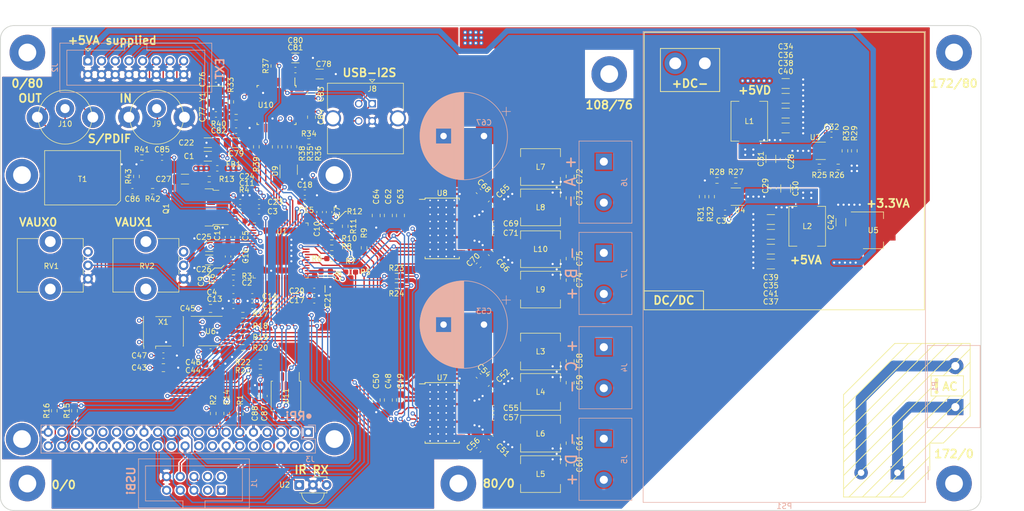
<source format=kicad_pcb>
(kicad_pcb (version 20171130) (host pcbnew "(5.1.10)-1")
  (layers (0 F.Cu signal) (1 In1.Cu power) (2 In2.Cu power) (31 B.Cu signal) (34 B.Paste user) (35 F.Paste user) (36 B.SilkS user) (37 F.SilkS user) (38 B.Mask user) (39 F.Mask user) (44 Edge.Cuts user))
  (net 0 "")
  (net 1 GND)
  (net 2 +3V3)
  (net 3 /DSP_CLOCK)
  (net 4 /DVDD)
  (net 5 "Net-(C54-Pad1)")
  (net 6 /SPDIF_IN)
  (net 7 /Power/FB_5V0)
  (net 8 +5VD)
  (net 9 +5VA)
  (net 10 /Power/FB_5V0_SEC)
  (net 11 /USB_SDATA)
  (net 12 /USB_LRCLK)
  (net 13 /USB_BCLK)
  (net 14 /PI_LRCLK)
  (net 15 /PI_BCLK)
  (net 16 VBUS)
  (net 17 +24V)
  (net 18 "Net-(C33-Pad1)")
  (net 19 /DSP_SELFBOOT)
  (net 20 /DSP_NRESET)
  (net 21 /PI_SDATA_I)
  (net 22 /PI_SDATA_O)
  (net 23 +3.3VA)
  (net 24 "Net-(C56-Pad1)")
  (net 25 "/USB I2S/USB-DP")
  (net 26 "/USB I2S/USB-DM")
  (net 27 "Net-(C27-Pad2)")
  (net 28 /AMP1_LRCLK)
  (net 29 /AMP1_SDIN)
  (net 30 /AMP1_CLOCK)
  (net 31 /VDRIVE)
  (net 32 /VPOT0)
  (net 33 /VPOT1)
  (net 34 /AMP1_BCLK)
  (net 35 /GAIN1)
  (net 36 /GAIN0)
  (net 37 /I2S-AMP-2CH-A/SKP_OUTA+)
  (net 38 /I2S-AMP-2CH-A/SKP_OUTA-)
  (net 39 /I2S-AMP-2CH-A/SKP_OUTB-)
  (net 40 /I2S-AMP-2CH-A/SKP_OUTB+)
  (net 41 "Net-(C68-Pad1)")
  (net 42 /I2S-AMP-2CH-B/SKP_OUTA+)
  (net 43 /I2S-AMP-2CH-B/SKP_OUTA-)
  (net 44 /I2S-AMP-2CH-B/SKP_OUTB-)
  (net 45 /I2S-AMP-2CH-B/SKP_OUTB+)
  (net 46 /Power/AC_L)
  (net 47 /AMP2_LRCLK)
  (net 48 /AMP2_BCLK)
  (net 49 /AMP2_SDIN)
  (net 50 /AMP2_CLOCK)
  (net 51 "Net-(C33-Pad2)")
  (net 52 "Net-(C56-Pad2)")
  (net 53 /SPDIF_OUT)
  (net 54 "Net-(J8-Pad2)")
  (net 55 /Clock/CLK3)
  (net 56 /Clock/CLK5)
  (net 57 /Clock/CLK7)
  (net 58 /EXT_MCLK)
  (net 59 /EXT_LRCLK)
  (net 60 /EXT_BCLK)
  (net 61 /EXT_MDO)
  (net 62 /EXT_MDI)
  (net 63 "Net-(C2-Pad2)")
  (net 64 "Net-(C6-Pad2)")
  (net 65 "Net-(C32-Pad2)")
  (net 66 "Net-(C32-Pad1)")
  (net 67 "Net-(C48-Pad2)")
  (net 68 "Net-(C48-Pad1)")
  (net 69 "Net-(C49-Pad2)")
  (net 70 "Net-(C50-Pad1)")
  (net 71 "Net-(C54-Pad2)")
  (net 72 "Net-(C55-Pad2)")
  (net 73 "Net-(C55-Pad1)")
  (net 74 "Net-(C57-Pad2)")
  (net 75 "Net-(C57-Pad1)")
  (net 76 "Net-(C62-Pad2)")
  (net 77 "Net-(C62-Pad1)")
  (net 78 "Net-(C63-Pad2)")
  (net 79 "Net-(C64-Pad1)")
  (net 80 "Net-(C68-Pad2)")
  (net 81 "Net-(C69-Pad2)")
  (net 82 "Net-(C69-Pad1)")
  (net 83 "Net-(C70-Pad2)")
  (net 84 "Net-(C70-Pad1)")
  (net 85 "Net-(C71-Pad2)")
  (net 86 "Net-(C71-Pad1)")
  (net 87 "Net-(C76-Pad1)")
  (net 88 "Net-(C77-Pad1)")
  (net 89 "Net-(J3-Pad40)")
  (net 90 "Net-(J3-Pad35)")
  (net 91 "Net-(J8-Pad3)")
  (net 92 "Net-(J10-Pad2)")
  (net 93 "Net-(J10-Pad1)")
  (net 94 "Net-(R5-Pad2)")
  (net 95 "Net-(R6-Pad2)")
  (net 96 "Net-(R7-Pad2)")
  (net 97 "Net-(R8-Pad2)")
  (net 98 "Net-(R9-Pad2)")
  (net 99 "Net-(R10-Pad2)")
  (net 100 "Net-(R11-Pad2)")
  (net 101 "Net-(R12-Pad2)")
  (net 102 /Clock/CLK1)
  (net 103 "Net-(R40-Pad1)")
  (net 104 /Power/AC_N)
  (net 105 /PI_NCE0)
  (net 106 /PI_SCLK0)
  (net 107 /PI_MISO0)
  (net 108 /PI_MOSI0)
  (net 109 /PI_MUTE)
  (net 110 /EEPROM_MISO)
  (net 111 /EEPROM_SCK)
  (net 112 /EEPROM_MOSI)
  (net 113 /EEPROM_NCS)
  (net 114 "Net-(J3-Pad12)")
  (net 115 /IR_INPUT)
  (net 116 PI_3V3)
  (net 117 "Net-(C78-Pad1)")
  (net 118 "Net-(C85-Pad1)")
  (net 119 "Net-(C86-Pad2)")
  (net 120 "Net-(C86-Pad1)")
  (net 121 "Net-(R25-Pad2)")
  (net 122 "Net-(R27-Pad2)")
  (net 123 "Net-(R35-Pad1)")
  (net 124 "Net-(R36-Pad1)")
  (net 125 "Net-(R37-Pad2)")
  (net 126 "Net-(R38-Pad2)")
  (net 127 "Net-(R39-Pad2)")
  (net 128 "Net-(U6-Pad1)")
  (net 129 /AMP_SPK_SLEEP)
  (net 130 /AMP_NSPK_SD)
  (net 131 /GAIN1_OUT)
  (net 132 /GAIN0_OUT)
  (net 133 /PI_SCL)
  (net 134 /PI_SDA)
  (module Connector_IDC:IDC-Header_2x08_P2.54mm_Vertical (layer B.Cu) (at 76.235 66.55 270)
    (fp_text reference J2 (at 1.27 6.1 270) (layer B.SilkS) (effects (justify mirror)))
    (fp_text value EXT)
    (pad 16 thru_hole circle (at 2.54 -17.78 270) (size 1.7 1.7) (drill 1) (layers *.Cu *.Mask) (net 1 GND))
    (pad 14 thru_hole circle (at 2.54 -15.24 270) (size 1.7 1.7) (drill 1) (layers *.Cu *.Mask) (net 1 GND))
    (pad 12 thru_hole circle (at 2.54 -12.7 270) (size 1.7 1.7) (drill 1) (layers *.Cu *.Mask) (net 1 GND))
    (pad 10 thru_hole circle (at 2.54 -10.16 270) (size 1.7 1.7) (drill 1) (layers *.Cu *.Mask) (net 1 GND))
    (pad 8 thru_hole circle (at 2.54 -7.62 270) (size 1.7 1.7) (drill 1) (layers *.Cu *.Mask) (net 1 GND))
    (pad 6 thru_hole circle (at 2.54 -5.08 270) (size 1.7 1.7) (drill 1) (layers *.Cu *.Mask) (net 1 GND))
    (pad 4 thru_hole circle (at 2.54 -2.54 270) (size 1.7 1.7) (drill 1) (layers *.Cu *.Mask) (net 1 GND))
    (pad 2 thru_hole circle (at 2.54 0 270) (size 1.7 1.7) (drill 1) (layers *.Cu *.Mask) (net 1 GND))
    (pad 15 thru_hole circle (at 0 -17.78 270) (size 1.7 1.7) (drill 1) (layers *.Cu *.Mask) (net 58 /EXT_MCLK))
    (pad 13 thru_hole circle (at 0 -15.24 270) (size 1.7 1.7) (drill 1) (layers *.Cu *.Mask) (net 133 /PI_SCL))
    (pad 11 thru_hole circle (at 0 -12.7 270) (size 1.7 1.7) (drill 1) (layers *.Cu *.Mask) (net 134 /PI_SDA))
    (pad 9 thru_hole circle (at 0 -10.16 270) (size 1.7 1.7) (drill 1) (layers *.Cu *.Mask) (net 59 /EXT_LRCLK))
    (pad 7 thru_hole circle (at 0 -7.62 270) (size 1.7 1.7) (drill 1) (layers *.Cu *.Mask) (net 60 /EXT_BCLK))
    (pad 5 thru_hole circle (at 0 -5.08 270) (size 1.7 1.7) (drill 1) (layers *.Cu *.Mask) (net 61 /EXT_MDO))
    (pad 3 thru_hole circle (at 0 -2.54 270) (size 1.7 1.7) (drill 1) (layers *.Cu *.Mask) (net 62 /EXT_MDI))
    (pad 1 thru_hole roundrect (at 0 0 270) (size 1.7 1.7) (drill 1) (layers *.Cu *.Mask) (roundrect_rratio 0.147059) (net 9 +5VA))
  )
  (module Connector_IDC:IDC-Header_2x05_P2.54mm_Vertical (layer B.Cu) (at 101 146.25 90)
    (fp_text reference J1 (at 1.27 6.1 90) (layer B.SilkS) (effects (justify mirror)))
    (fp_text value USBi)
    (pad 10 thru_hole circle (at 2.54 -10.16 90) (size 1.7 1.7) (drill 1) (layers *.Cu *.Mask) (net 1 GND))
    (pad 8 thru_hole circle (at 2.54 -7.62 90) (size 1.7 1.7) (drill 1) (layers *.Cu *.Mask) (net 108 /PI_MOSI0))
    (pad 6 thru_hole circle (at 2.54 -5.08 90) (size 1.7 1.7) (drill 1) (layers *.Cu *.Mask) (net 20 /DSP_NRESET))
    (pad 4 thru_hole circle (at 2.54 -2.54 90) (size 1.7 1.7) (drill 1) (layers *.Cu *.Mask))
    (pad 2 thru_hole circle (at 2.54 0 90) (size 1.7 1.7) (drill 1) (layers *.Cu *.Mask))
    (pad 9 thru_hole circle (at 0 -10.16 90) (size 1.7 1.7) (drill 1) (layers *.Cu *.Mask) (net 105 /PI_NCE0))
    (pad 7 thru_hole circle (at 0 -7.62 90) (size 1.7 1.7) (drill 1) (layers *.Cu *.Mask) (net 106 /PI_SCLK0))
    (pad 5 thru_hole circle (at 0 -5.08 90) (size 1.7 1.7) (drill 1) (layers *.Cu *.Mask) (net 107 /PI_MISO0))
    (pad 3 thru_hole circle (at 0 -2.54 90) (size 1.7 1.7) (drill 1) (layers *.Cu *.Mask))
    (pad 1 thru_hole roundrect (at 0 0 90) (size 1.7 1.7) (drill 1) (layers *.Cu *.Mask) (roundrect_rratio 0.147059))
  )
  (module rpi_socket:PinSocket_2x20_P2.54mm_Vertical (layer B.Cu) (at 93 136.75 90)
    (fp_text reference J3 (at -3.75 24.5 180) (layer B.SilkS) (effects (justify mirror)))
    (fp_text value Raspberry_Pi_2_3)
    (pad 1 thru_hole rect (at 1.27 24.13 90) (size 1.7 1.7) (drill 1) (layers *.Cu *.Mask) (net 116 PI_3V3))
    (pad 2 thru_hole oval (at -1.27 24.13 90) (size 1.7 1.7) (drill 1) (layers *.Cu *.Mask) (net 8 +5VD))
    (pad 3 thru_hole oval (at 1.27 21.59 90) (size 1.7 1.7) (drill 1) (layers *.Cu *.Mask) (net 134 /PI_SDA))
    (pad 4 thru_hole oval (at -1.27 21.59 90) (size 1.7 1.7) (drill 1) (layers *.Cu *.Mask) (net 8 +5VD))
    (pad 5 thru_hole oval (at 1.27 19.05 90) (size 1.7 1.7) (drill 1) (layers *.Cu *.Mask) (net 133 /PI_SCL))
    (pad 6 thru_hole oval (at -1.27 19.05 90) (size 1.7 1.7) (drill 1) (layers *.Cu *.Mask) (net 1 GND))
    (pad 7 thru_hole oval (at 1.27 16.51 90) (size 1.7 1.7) (drill 1) (layers *.Cu *.Mask) (net 115 /IR_INPUT))
    (pad 8 thru_hole oval (at -1.27 16.51 90) (size 1.7 1.7) (drill 1) (layers *.Cu *.Mask))
    (pad 9 thru_hole oval (at 1.27 13.97 90) (size 1.7 1.7) (drill 1) (layers *.Cu *.Mask) (net 1 GND))
    (pad 10 thru_hole oval (at -1.27 13.97 90) (size 1.7 1.7) (drill 1) (layers *.Cu *.Mask))
    (pad 11 thru_hole oval (at 1.27 11.43 90) (size 1.7 1.7) (drill 1) (layers *.Cu *.Mask) (net 20 /DSP_NRESET))
    (pad 12 thru_hole oval (at -1.27 11.43 90) (size 1.7 1.7) (drill 1) (layers *.Cu *.Mask) (net 114 "Net-(J3-Pad12)"))
    (pad 13 thru_hole oval (at 1.27 8.89 90) (size 1.7 1.7) (drill 1) (layers *.Cu *.Mask) (net 109 /PI_MUTE))
    (pad 14 thru_hole oval (at -1.27 8.89 90) (size 1.7 1.7) (drill 1) (layers *.Cu *.Mask) (net 1 GND))
    (pad 15 thru_hole oval (at 1.27 6.35 90) (size 1.7 1.7) (drill 1) (layers *.Cu *.Mask) (net 19 /DSP_SELFBOOT))
    (pad 16 thru_hole oval (at -1.27 6.35 90) (size 1.7 1.7) (drill 1) (layers *.Cu *.Mask))
    (pad 17 thru_hole oval (at 1.27 3.81 90) (size 1.7 1.7) (drill 1) (layers *.Cu *.Mask))
    (pad 18 thru_hole oval (at -1.27 3.81 90) (size 1.7 1.7) (drill 1) (layers *.Cu *.Mask))
    (pad 19 thru_hole oval (at 1.27 1.27 90) (size 1.7 1.7) (drill 1) (layers *.Cu *.Mask) (net 108 /PI_MOSI0))
    (pad 20 thru_hole oval (at -1.27 1.27 90) (size 1.7 1.7) (drill 1) (layers *.Cu *.Mask) (net 1 GND))
    (pad 21 thru_hole oval (at 1.27 -1.27 90) (size 1.7 1.7) (drill 1) (layers *.Cu *.Mask) (net 107 /PI_MISO0))
    (pad 22 thru_hole oval (at -1.27 -1.27 90) (size 1.7 1.7) (drill 1) (layers *.Cu *.Mask))
    (pad 23 thru_hole oval (at 1.27 -3.81 90) (size 1.7 1.7) (drill 1) (layers *.Cu *.Mask) (net 106 /PI_SCLK0))
    (pad 24 thru_hole oval (at -1.27 -3.81 90) (size 1.7 1.7) (drill 1) (layers *.Cu *.Mask) (net 105 /PI_NCE0))
    (pad 25 thru_hole oval (at 1.27 -6.35 90) (size 1.7 1.7) (drill 1) (layers *.Cu *.Mask) (net 1 GND))
    (pad 26 thru_hole oval (at -1.27 -6.35 90) (size 1.7 1.7) (drill 1) (layers *.Cu *.Mask))
    (pad 27 thru_hole oval (at 1.27 -8.89 90) (size 1.7 1.7) (drill 1) (layers *.Cu *.Mask))
    (pad 28 thru_hole oval (at -1.27 -8.89 90) (size 1.7 1.7) (drill 1) (layers *.Cu *.Mask))
    (pad 29 thru_hole oval (at 1.27 -11.43 90) (size 1.7 1.7) (drill 1) (layers *.Cu *.Mask))
    (pad 30 thru_hole oval (at -1.27 -11.43 90) (size 1.7 1.7) (drill 1) (layers *.Cu *.Mask) (net 1 GND))
    (pad 31 thru_hole oval (at 1.27 -13.97 90) (size 1.7 1.7) (drill 1) (layers *.Cu *.Mask))
    (pad 32 thru_hole oval (at -1.27 -13.97 90) (size 1.7 1.7) (drill 1) (layers *.Cu *.Mask))
    (pad 33 thru_hole oval (at 1.27 -16.51 90) (size 1.7 1.7) (drill 1) (layers *.Cu *.Mask))
    (pad 34 thru_hole oval (at -1.27 -16.51 90) (size 1.7 1.7) (drill 1) (layers *.Cu *.Mask) (net 1 GND))
    (pad 35 thru_hole oval (at 1.27 -19.05 90) (size 1.7 1.7) (drill 1) (layers *.Cu *.Mask) (net 90 "Net-(J3-Pad35)"))
    (pad 36 thru_hole oval (at -1.27 -19.05 90) (size 1.7 1.7) (drill 1) (layers *.Cu *.Mask))
    (pad 37 thru_hole oval (at 1.27 -21.59 90) (size 1.7 1.7) (drill 1) (layers *.Cu *.Mask))
    (pad 38 thru_hole oval (at -1.27 -21.59 90) (size 1.7 1.7) (drill 1) (layers *.Cu *.Mask) (net 21 /PI_SDATA_I))
    (pad 39 thru_hole oval (at 1.27 -24.13 90) (size 1.7 1.7) (drill 1) (layers *.Cu *.Mask) (net 1 GND))
    (pad 40 thru_hole oval (at -1.27 -24.13 90) (size 1.7 1.7) (drill 1) (layers *.Cu *.Mask) (net 89 "Net-(J3-Pad40)"))
    (pad 41 thru_hole circle (at 0 29 90) (size 6 6) (drill 3.3) (layers *.Cu *.Mask))
    (pad 41 thru_hole circle (at 0 -29 90) (size 6 6) (drill 3.3) (layers *.Cu *.Mask))
    (pad 41 thru_hole circle (at 49 -29 90) (size 6 6) (drill 3.3) (layers *.Cu *.Mask))
    (pad 41 thru_hole circle (at 49 29 90) (size 6 6) (drill 3.3) (layers *.Cu *.Mask))
  )
  (module Resistor_SMD:R_0603_1608Metric_Pad0.98x0.95mm_HandSolder (layer F.Cu) (at 108.25 122.5)
    (fp_text reference R22 (at -3.25 0) (layer F.SilkS))
    (fp_text value 4.3k)
    (pad 2 smd roundrect (at 0.9125 0) (size 0.975 0.95) (layers F.Cu F.Paste F.Mask) (net 116 PI_3V3))
    (pad 1 smd roundrect (at -0.9125 0) (size 0.975 0.95) (layers F.Cu F.Paste F.Mask) (net 133 /PI_SCL))
  )
  (module Resistor_SMD:R_0603_1608Metric_Pad0.98x0.95mm_HandSolder (layer F.Cu) (at 108.25 124.25)
    (fp_text reference R21 (at -3.25 -0.25) (layer F.SilkS))
    (fp_text value 4.3k)
    (pad 2 smd roundrect (at 0.9125 0) (size 0.975 0.95) (layers F.Cu F.Paste F.Mask) (net 116 PI_3V3))
    (pad 1 smd roundrect (at -0.9125 0) (size 0.975 0.95) (layers F.Cu F.Paste F.Mask) (net 134 /PI_SDA))
  )
  (module Capacitor_SMD:C_0805_2012Metric_Pad1.18x1.45mm_HandSolder (layer F.Cu) (at 165.75 103.25 90)
    (fp_text reference C75 (at 0 1.75 90) (layer F.SilkS))
    (fp_text value 680n)
    (pad 2 smd roundrect (at 1.0375 0 90) (size 1.175 1.45) (layers F.Cu F.Paste F.Mask) (roundrect_rratio 0.212766) (net 44 /I2S-AMP-2CH-B/SKP_OUTB-))
    (pad 1 smd roundrect (at -1.0375 0 90) (size 1.175 1.45) (layers F.Cu F.Paste F.Mask) (roundrect_rratio 0.212766) (net 1 GND))
  )
  (module Capacitor_SMD:C_0805_2012Metric_Pad1.18x1.45mm_HandSolder (layer F.Cu) (at 165.75 107.25 270)
    (fp_text reference C74 (at 0 -1.75 90) (layer F.SilkS))
    (fp_text value 680n)
    (pad 2 smd roundrect (at 1.0375 0 270) (size 1.175 1.45) (layers F.Cu F.Paste F.Mask) (roundrect_rratio 0.212766) (net 45 /I2S-AMP-2CH-B/SKP_OUTB+))
    (pad 1 smd roundrect (at -1.0375 0 270) (size 1.175 1.45) (layers F.Cu F.Paste F.Mask) (roundrect_rratio 0.212766) (net 1 GND))
  )
  (module Capacitor_SMD:C_0805_2012Metric_Pad1.18x1.45mm_HandSolder (layer F.Cu) (at 165.75 92 270)
    (fp_text reference C73 (at 0 -1.75 90) (layer F.SilkS))
    (fp_text value 680n)
    (pad 2 smd roundrect (at 1.0375 0 270) (size 1.175 1.45) (layers F.Cu F.Paste F.Mask) (roundrect_rratio 0.212766) (net 43 /I2S-AMP-2CH-B/SKP_OUTA-))
    (pad 1 smd roundrect (at -1.0375 0 270) (size 1.175 1.45) (layers F.Cu F.Paste F.Mask) (roundrect_rratio 0.212766) (net 1 GND))
  )
  (module Capacitor_SMD:C_0805_2012Metric_Pad1.18x1.45mm_HandSolder (layer F.Cu) (at 165.75 88 90)
    (fp_text reference C72 (at 0 1.75 90) (layer F.SilkS))
    (fp_text value 680n)
    (pad 2 smd roundrect (at 1.0375 0 90) (size 1.175 1.45) (layers F.Cu F.Paste F.Mask) (roundrect_rratio 0.212766) (net 42 /I2S-AMP-2CH-B/SKP_OUTA+))
    (pad 1 smd roundrect (at -1.0375 0 90) (size 1.175 1.45) (layers F.Cu F.Paste F.Mask) (roundrect_rratio 0.212766) (net 1 GND))
  )
  (module Capacitor_SMD:C_0805_2012Metric_Pad1.18x1.45mm_HandSolder (layer F.Cu) (at 165.75 137.5 90)
    (fp_text reference C61 (at 0 1.75 90) (layer F.SilkS))
    (fp_text value 680n)
    (pad 2 smd roundrect (at 1.0375 0 90) (size 1.175 1.45) (layers F.Cu F.Paste F.Mask) (roundrect_rratio 0.212766) (net 39 /I2S-AMP-2CH-A/SKP_OUTB-))
    (pad 1 smd roundrect (at -1.0375 0 90) (size 1.175 1.45) (layers F.Cu F.Paste F.Mask) (roundrect_rratio 0.212766) (net 1 GND))
  )
  (module Capacitor_SMD:C_0805_2012Metric_Pad1.18x1.45mm_HandSolder (layer F.Cu) (at 165.75 141.5375 270)
    (fp_text reference C60 (at -0.0375 -1.75 90) (layer F.SilkS))
    (fp_text value 680n)
    (pad 2 smd roundrect (at 1.0375 0 270) (size 1.175 1.45) (layers F.Cu F.Paste F.Mask) (roundrect_rratio 0.212766) (net 40 /I2S-AMP-2CH-A/SKP_OUTB+))
    (pad 1 smd roundrect (at -1.0375 0 270) (size 1.175 1.45) (layers F.Cu F.Paste F.Mask) (roundrect_rratio 0.212766) (net 1 GND))
  )
  (module Capacitor_SMD:C_0805_2012Metric_Pad1.18x1.45mm_HandSolder (layer F.Cu) (at 165.75 126.2875 270)
    (fp_text reference C59 (at -0.0375 -1.75 90) (layer F.SilkS))
    (fp_text value 680n)
    (pad 2 smd roundrect (at 1.0375 0 270) (size 1.175 1.45) (layers F.Cu F.Paste F.Mask) (roundrect_rratio 0.212766) (net 38 /I2S-AMP-2CH-A/SKP_OUTA-))
    (pad 1 smd roundrect (at -1.0375 0 270) (size 1.175 1.45) (layers F.Cu F.Paste F.Mask) (roundrect_rratio 0.212766) (net 1 GND))
  )
  (module Capacitor_SMD:C_0805_2012Metric_Pad1.18x1.45mm_HandSolder (layer F.Cu) (at 165.75 122.25 90)
    (fp_text reference C58 (at 0 1.75 90) (layer F.SilkS))
    (fp_text value 680n)
    (pad 2 smd roundrect (at 1.0375 0 90) (size 1.175 1.45) (layers F.Cu F.Paste F.Mask) (roundrect_rratio 0.212766) (net 37 /I2S-AMP-2CH-A/SKP_OUTA+))
    (pad 1 smd roundrect (at -1.0375 0 90) (size 1.175 1.45) (layers F.Cu F.Paste F.Mask) (roundrect_rratio 0.212766) (net 1 GND))
  )
  (module Potentiometer_THT:Potentiometer_Bourns_PTV09A-1_Single_Vertical (layer F.Cu) (at 94 102 180)
    (fp_text reference RV2 (at 6.8 -2.65) (layer F.SilkS))
    (fp_text value PTV09A-1020F-B203)
    (pad 3 thru_hole circle (at 0 -5 180) (size 1.8 1.8) (drill 1) (layers *.Cu *.Mask) (net 1 GND))
    (pad 2 thru_hole circle (at 0 -2.5 180) (size 1.8 1.8) (drill 1) (layers *.Cu *.Mask) (net 33 /VPOT1))
    (pad 1 thru_hole circle (at 0 0 180) (size 1.8 1.8) (drill 1) (layers *.Cu *.Mask) (net 23 +3.3VA))
    (pad "" np_thru_hole circle (at 7 -6.9 180) (size 4 4) (drill 2) (layers *.Cu *.Mask))
    (pad "" np_thru_hole circle (at 7 1.9 180) (size 4 4) (drill 2) (layers *.Cu *.Mask))
  )
  (module Potentiometer_THT:Potentiometer_Bourns_PTV09A-1_Single_Vertical (layer F.Cu) (at 76.25 102 180)
    (fp_text reference RV1 (at 6.8 -2.65) (layer F.SilkS))
    (fp_text value PTV09A-1020F-B203)
    (pad 3 thru_hole circle (at 0 -5 180) (size 1.8 1.8) (drill 1) (layers *.Cu *.Mask) (net 1 GND))
    (pad 2 thru_hole circle (at 0 -2.5 180) (size 1.8 1.8) (drill 1) (layers *.Cu *.Mask) (net 32 /VPOT0))
    (pad 1 thru_hole circle (at 0 0 180) (size 1.8 1.8) (drill 1) (layers *.Cu *.Mask) (net 23 +3.3VA))
    (pad "" np_thru_hole circle (at 7 -6.9 180) (size 4 4) (drill 2) (layers *.Cu *.Mask))
    (pad "" np_thru_hole circle (at 7 1.9 180) (size 4 4) (drill 2) (layers *.Cu *.Mask))
  )
  (module OptoDevice:Vishay_MINICAST-3Pin (layer F.Cu) (at 115.46 145.25)
    (fp_text reference U2 (at -2.71 0 180) (layer F.SilkS))
    (fp_text value TSOP583xx)
    (pad 3 thru_hole circle (at 5.08 0) (size 1.8 1.8) (drill 0.9) (layers *.Cu *.Mask) (net 116 PI_3V3))
    (pad 2 thru_hole circle (at 2.54 0) (size 1.8 1.8) (drill 0.9) (layers *.Cu *.Mask) (net 1 GND))
    (pad 1 thru_hole roundrect (at 0 0) (size 1.8 1.8) (drill 0.9) (layers *.Cu *.Mask) (roundrect_rratio 0.139) (net 115 /IR_INPUT))
  )
  (module Resistor_SMD:R_0603_1608Metric_Pad0.98x0.95mm_HandSolder (layer F.Cu) (at 103.75 77 180)
    (fp_text reference R40 (at 3.25 -1.25) (layer F.SilkS))
    (fp_text value 1.5k)
    (pad 2 smd roundrect (at 0.9125 0 180) (size 0.975 0.95) (layers F.Cu F.Paste F.Mask) (net 2 +3V3))
    (pad 1 smd roundrect (at -0.9125 0 180) (size 0.975 0.95) (layers F.Cu F.Paste F.Mask) (net 103 "Net-(R40-Pad1)"))
  )
  (module Resistor_SMD:R_0603_1608Metric_Pad0.98x0.95mm_HandSolder (layer F.Cu) (at 117.25 81.5)
    (fp_text reference R34 (at 0 -1.43) (layer F.SilkS))
    (fp_text value 1.5k)
    (pad 2 smd roundrect (at 0.9125 0) (size 0.975 0.95) (layers F.Cu F.Paste F.Mask) (net 16 VBUS))
    (pad 1 smd roundrect (at -0.9125 0) (size 0.975 0.95) (layers F.Cu F.Paste F.Mask) (net 25 "/USB I2S/USB-DP"))
  )
  (module Resistor_SMD:R_0603_1608Metric_Pad0.98x0.95mm_HandSolder (layer F.Cu) (at 102.75 74.1625 90)
    (fp_text reference R33 (at 3.1625 0 90) (layer F.SilkS))
    (fp_text value 1M)
    (pad 2 smd roundrect (at 0.9125 0 90) (size 0.975 0.95) (layers F.Cu F.Paste F.Mask) (net 87 "Net-(C76-Pad1)"))
    (pad 1 smd roundrect (at -0.9125 0 90) (size 0.975 0.95) (layers F.Cu F.Paste F.Mask) (net 88 "Net-(C77-Pad1)"))
  )
  (module terminal_connectors:wuerth_691216410002 (layer B.Cu) (at 237.25 127 270)
    (fp_text reference P1 (at 0 3.81 90) (layer B.SilkS) (effects (justify mirror)))
    (fp_text value Conn_WallPlug)
    (pad 1 thru_hole rect (at 3.81 0 270) (size 3 3) (drill 1.5) (layers *.Cu *.Mask) (net 46 /Power/AC_L))
    (pad 2 thru_hole circle (at -3.81 0 270) (size 3 3) (drill 1.5) (layers *.Cu *.Mask) (net 104 /Power/AC_N))
  )
  (module terminal_connectors:wuerth_691216410002 (layer B.Cu) (at 172 106 90)
    (fp_text reference J7 (at 0 3.81 90) (layer B.SilkS) (effects (justify mirror)))
    (fp_text value Screw_Terminal_01x02)
    (pad 1 thru_hole rect (at 3.81 0 90) (size 3 3) (drill 1.5) (layers *.Cu *.Mask) (net 44 /I2S-AMP-2CH-B/SKP_OUTB-))
    (pad 2 thru_hole circle (at -3.81 0 90) (size 3 3) (drill 1.5) (layers *.Cu *.Mask) (net 45 /I2S-AMP-2CH-B/SKP_OUTB+))
  )
  (module terminal_connectors:wuerth_691216410002 (layer B.Cu) (at 172 89.06 90)
    (fp_text reference J6 (at 0 3.81 90) (layer B.SilkS) (effects (justify mirror)))
    (fp_text value Screw_Terminal_01x02)
    (pad 1 thru_hole rect (at 3.81 0 90) (size 3 3) (drill 1.5) (layers *.Cu *.Mask) (net 42 /I2S-AMP-2CH-B/SKP_OUTA+))
    (pad 2 thru_hole circle (at -3.81 0 90) (size 3 3) (drill 1.5) (layers *.Cu *.Mask) (net 43 /I2S-AMP-2CH-B/SKP_OUTA-))
  )
  (module terminal_connectors:wuerth_691216410002 (layer B.Cu) (at 172 140.5 90)
    (fp_text reference J5 (at 0 3.81 90) (layer B.SilkS) (effects (justify mirror)))
    (fp_text value Screw_Terminal_01x02)
    (pad 1 thru_hole rect (at 3.81 0 90) (size 3 3) (drill 1.5) (layers *.Cu *.Mask) (net 39 /I2S-AMP-2CH-A/SKP_OUTB-))
    (pad 2 thru_hole circle (at -3.81 0 90) (size 3 3) (drill 1.5) (layers *.Cu *.Mask) (net 40 /I2S-AMP-2CH-A/SKP_OUTB+))
  )
  (module terminal_connectors:wuerth_691216410002 (layer B.Cu) (at 172 123.5 90)
    (fp_text reference J4 (at 0 3.81 90) (layer B.SilkS) (effects (justify mirror)))
    (fp_text value Screw_Terminal_01x02)
    (pad 1 thru_hole rect (at 3.81 0 90) (size 3 3) (drill 1.5) (layers *.Cu *.Mask) (net 37 /I2S-AMP-2CH-A/SKP_OUTA+))
    (pad 2 thru_hole circle (at -3.81 0 90) (size 3 3) (drill 1.5) (layers *.Cu *.Mask) (net 38 /I2S-AMP-2CH-A/SKP_OUTA-))
  )
  (module Converter_ACDC:Converter_ACDC_MeanWell_IRM-60-xx_THT (layer B.Cu) (at 226.5 143 90)
    (fp_text reference PS1 (at -6.2 -21 180) (layer B.SilkS) (effects (justify mirror)))
    (fp_text value IRM-60-24)
    (pad 4 thru_hole circle (at 76 -35.75 90) (size 4 4) (drill 2.2) (layers *.Cu *.Mask) (net 1 GND))
    (pad 1 thru_hole rect (at 0 0 90) (size 2.5 2.5) (drill 1.2) (layers *.Cu *.Mask) (net 46 /Power/AC_L))
    (pad 3 thru_hole circle (at 76 -41.25 90) (size 4 4) (drill 2.2) (layers *.Cu *.Mask) (net 17 +24V))
    (pad 2 thru_hole circle (at 0 -6.75 90) (size 2.5 2.5) (drill 1.2) (layers *.Cu *.Mask) (net 104 /Power/AC_N))
  )
  (module Resistor_SMD:R_0603_1608Metric_Pad0.98x0.95mm_HandSolder (layer F.Cu) (at 102 132 90)
    (fp_text reference R14 (at 3 0 90) (layer F.SilkS))
    (fp_text value 33)
    (pad 2 smd roundrect (at 0.9125 0 90) (size 0.975 0.95) (layers F.Cu F.Paste F.Mask) (net 15 /PI_BCLK))
    (pad 1 smd roundrect (at -0.9125 0 90) (size 0.975 0.95) (layers F.Cu F.Paste F.Mask) (net 114 "Net-(J3-Pad12)"))
  )
  (module Package_SO:SOIC-8_5.275x5.275mm_P1.27mm (layer F.Cu) (at 113 128.75 270)
    (fp_text reference U11 (at 0 0 90) (layer F.SilkS))
    (fp_text value 25LCxxx)
    (pad 8 smd roundrect (at 3.6 -1.905 270) (size 1.6 0.6) (layers F.Cu F.Paste F.Mask) (net 2 +3V3))
    (pad 7 smd roundrect (at 3.6 -0.635 270) (size 1.6 0.6) (layers F.Cu F.Paste F.Mask) (net 2 +3V3))
    (pad 6 smd roundrect (at 3.6 0.635 270) (size 1.6 0.6) (layers F.Cu F.Paste F.Mask) (net 111 /EEPROM_SCK))
    (pad 5 smd roundrect (at 3.6 1.905 270) (size 1.6 0.6) (layers F.Cu F.Paste F.Mask) (net 112 /EEPROM_MOSI))
    (pad 4 smd roundrect (at -3.6 1.905 270) (size 1.6 0.6) (layers F.Cu F.Paste F.Mask) (net 1 GND))
    (pad 3 smd roundrect (at -3.6 0.635 270) (size 1.6 0.6) (layers F.Cu F.Paste F.Mask) (net 2 +3V3))
    (pad 2 smd roundrect (at -3.6 -0.635 270) (size 1.6 0.6) (layers F.Cu F.Paste F.Mask) (net 110 /EEPROM_MISO))
    (pad 1 smd roundrect (at -3.6 -1.905 270) (size 1.6 0.6) (layers F.Cu F.Paste F.Mask) (net 113 /EEPROM_NCS))
  )
  (module Package_SO:HTSSOP-32-1EP_6.1x11mm_P0.65mm_EP5.2x11mm_Mask4.11x4.36mm_ThermalVias (layer F.Cu) (at 142 131.9)
    (fp_text reference U7 (at 0 -6.55) (layer F.SilkS))
    (fp_text value TAS5760MDCAR)
    (pad 1 smd rect (at -3.65 -4.875) (size 1.2 0.4) (layers F.Cu F.Paste F.Mask) (net 17 +24V))
    (pad 2 smd rect (at -3.65 -4.225) (size 1.2 0.4) (layers F.Cu F.Paste F.Mask) (net 70 "Net-(C50-Pad1)"))
    (pad 3 smd rect (at -3.65 -3.575) (size 1.2 0.4) (layers F.Cu F.Paste F.Mask) (net 67 "Net-(C48-Pad2)"))
    (pad 4 smd rect (at -3.65 -2.925) (size 1.2 0.4) (layers F.Cu F.Paste F.Mask) (net 69 "Net-(C49-Pad2)"))
    (pad 5 smd rect (at -3.65 -2.275) (size 1.2 0.4) (layers F.Cu F.Paste F.Mask) (net 68 "Net-(C48-Pad1)"))
    (pad 6 smd rect (at -3.65 -1.625) (size 1.2 0.4) (layers F.Cu F.Paste F.Mask))
    (pad 7 smd rect (at -3.65 -0.975) (size 1.2 0.4) (layers F.Cu F.Paste F.Mask) (net 130 /AMP_NSPK_SD))
    (pad 8 smd rect (at -3.65 -0.325) (size 1.2 0.4) (layers F.Cu F.Paste F.Mask) (net 1 GND))
    (pad 9 smd rect (at -3.65 0.325) (size 1.2 0.4) (layers F.Cu F.Paste F.Mask) (net 1 GND))
    (pad 10 smd rect (at -3.65 0.975) (size 1.2 0.4) (layers F.Cu F.Paste F.Mask) (net 2 +3V3))
    (pad 11 smd rect (at -3.65 1.625) (size 1.2 0.4) (layers F.Cu F.Paste F.Mask) (net 36 /GAIN0))
    (pad 12 smd rect (at -3.65 2.275) (size 1.2 0.4) (layers F.Cu F.Paste F.Mask) (net 35 /GAIN1))
    (pad 13 smd rect (at -3.65 2.925) (size 1.2 0.4) (layers F.Cu F.Paste F.Mask) (net 129 /AMP_SPK_SLEEP))
    (pad 14 smd rect (at -3.65 3.575) (size 1.2 0.4) (layers F.Cu F.Paste F.Mask) (net 30 /AMP1_CLOCK))
    (pad 15 smd rect (at -3.65 4.225) (size 1.2 0.4) (layers F.Cu F.Paste F.Mask) (net 34 /AMP1_BCLK))
    (pad 16 smd rect (at -3.65 4.875) (size 1.2 0.4) (layers F.Cu F.Paste F.Mask) (net 29 /AMP1_SDIN))
    (pad 17 smd rect (at 3.65 4.875) (size 1.2 0.4) (layers F.Cu F.Paste F.Mask) (net 28 /AMP1_LRCLK))
    (pad 18 smd rect (at 3.65 4.225) (size 1.2 0.4) (layers F.Cu F.Paste F.Mask) (net 1 GND))
    (pad 19 smd rect (at 3.65 3.575) (size 1.2 0.4) (layers F.Cu F.Paste F.Mask) (net 24 "Net-(C56-Pad1)"))
    (pad 20 smd rect (at 3.65 2.925) (size 1.2 0.4) (layers F.Cu F.Paste F.Mask) (net 52 "Net-(C56-Pad2)"))
    (pad 21 smd rect (at 3.65 2.275) (size 1.2 0.4) (layers F.Cu F.Paste F.Mask) (net 17 +24V))
    (pad 22 smd rect (at 3.65 1.625) (size 1.2 0.4) (layers F.Cu F.Paste F.Mask) (net 1 GND))
    (pad 23 smd rect (at 3.65 0.975) (size 1.2 0.4) (layers F.Cu F.Paste F.Mask) (net 74 "Net-(C57-Pad2)"))
    (pad 24 smd rect (at 3.65 0.325) (size 1.2 0.4) (layers F.Cu F.Paste F.Mask) (net 75 "Net-(C57-Pad1)"))
    (pad 25 smd rect (at 3.65 -0.325) (size 1.2 0.4) (layers F.Cu F.Paste F.Mask) (net 73 "Net-(C55-Pad1)"))
    (pad 26 smd rect (at 3.65 -0.975) (size 1.2 0.4) (layers F.Cu F.Paste F.Mask) (net 72 "Net-(C55-Pad2)"))
    (pad 27 smd rect (at 3.65 -1.625) (size 1.2 0.4) (layers F.Cu F.Paste F.Mask) (net 1 GND))
    (pad 28 smd rect (at 3.65 -2.275) (size 1.2 0.4) (layers F.Cu F.Paste F.Mask) (net 17 +24V))
    (pad 29 smd rect (at 3.65 -2.925) (size 1.2 0.4) (layers F.Cu F.Paste F.Mask) (net 71 "Net-(C54-Pad2)"))
    (pad 30 smd rect (at 3.65 -3.575) (size 1.2 0.4) (layers F.Cu F.Paste F.Mask) (net 5 "Net-(C54-Pad1)"))
    (pad 31 smd rect (at 3.65 -4.225) (size 1.2 0.4) (layers F.Cu F.Paste F.Mask) (net 1 GND))
    (pad 32 smd rect (at 3.65 -4.875) (size 1.2 0.4) (layers F.Cu F.Paste F.Mask) (net 70 "Net-(C50-Pad1)"))
    (pad 33 smd rect (at 0 0) (size 5.2 11) (layers F.Cu) (net 1 GND))
    (pad 33 thru_hole circle (at -2.25 -5.2) (size 0.6 0.6) (drill 0.3) (layers *.Cu) (net 1 GND))
    (pad 33 thru_hole circle (at -0.75 -5.2) (size 0.6 0.6) (drill 0.3) (layers *.Cu) (net 1 GND))
    (pad 33 thru_hole circle (at 0.75 -5.2) (size 0.6 0.6) (drill 0.3) (layers *.Cu) (net 1 GND))
    (pad 33 thru_hole circle (at 2.25 -5.2) (size 0.6 0.6) (drill 0.3) (layers *.Cu) (net 1 GND))
    (pad 33 thru_hole circle (at -2.25 -3.9) (size 0.6 0.6) (drill 0.3) (layers *.Cu) (net 1 GND))
    (pad 33 thru_hole circle (at -0.75 -3.9) (size 0.6 0.6) (drill 0.3) (layers *.Cu) (net 1 GND))
    (pad 33 thru_hole circle (at 0.75 -3.9) (size 0.6 0.6) (drill 0.3) (layers *.Cu) (net 1 GND))
    (pad 33 thru_hole circle (at 2.25 -3.9) (size 0.6 0.6) (drill 0.3) (layers *.Cu) (net 1 GND))
    (pad 33 thru_hole circle (at 2.25 -2.6) (size 0.6 0.6) (drill 0.3) (layers *.Cu) (net 1 GND))
    (pad 33 thru_hole circle (at -2.25 -1.3) (size 0.6 0.6) (drill 0.3) (layers *.Cu) (net 1 GND))
    (pad 33 thru_hole circle (at 2.25 -1.3) (size 0.6 0.6) (drill 0.3) (layers *.Cu) (net 1 GND))
    (pad 33 thru_hole circle (at -0.75 -1.3) (size 0.6 0.6) (drill 0.3) (layers *.Cu) (net 1 GND))
    (pad 33 thru_hole circle (at -2.25 -2.6) (size 0.6 0.6) (drill 0.3) (layers *.Cu) (net 1 GND))
    (pad 33 thru_hole circle (at -0.75 -2.6) (size 0.6 0.6) (drill 0.3) (layers *.Cu) (net 1 GND))
    (pad 33 thru_hole circle (at 0.75 -2.6) (size 0.6 0.6) (drill 0.3) (layers *.Cu) (net 1 GND))
    (pad 33 thru_hole circle (at 0.75 -1.3) (size 0.6 0.6) (drill 0.3) (layers *.Cu) (net 1 GND))
    (pad 33 thru_hole circle (at 2.25 0) (size 0.6 0.6) (drill 0.3) (layers *.Cu) (net 1 GND))
    (pad 33 thru_hole circle (at -2.25 1.3) (size 0.6 0.6) (drill 0.3) (layers *.Cu) (net 1 GND))
    (pad 33 thru_hole circle (at 2.25 1.3) (size 0.6 0.6) (drill 0.3) (layers *.Cu) (net 1 GND))
    (pad 33 thru_hole circle (at -0.75 1.3) (size 0.6 0.6) (drill 0.3) (layers *.Cu) (net 1 GND))
    (pad 33 thru_hole circle (at -2.25 0) (size 0.6 0.6) (drill 0.3) (layers *.Cu) (net 1 GND))
    (pad 33 thru_hole circle (at -0.75 0) (size 0.6 0.6) (drill 0.3) (layers *.Cu) (net 1 GND))
    (pad 33 thru_hole circle (at 0.75 0) (size 0.6 0.6) (drill 0.3) (layers *.Cu) (net 1 GND))
    (pad 33 thru_hole circle (at 0.75 1.3) (size 0.6 0.6) (drill 0.3) (layers *.Cu) (net 1 GND))
    (pad 33 thru_hole circle (at 2.25 2.6) (size 0.6 0.6) (drill 0.3) (layers *.Cu) (net 1 GND))
    (pad 33 thru_hole circle (at -2.25 3.9) (size 0.6 0.6) (drill 0.3) (layers *.Cu) (net 1 GND))
    (pad 33 thru_hole circle (at 2.25 3.9) (size 0.6 0.6) (drill 0.3) (layers *.Cu) (net 1 GND))
    (pad 33 thru_hole circle (at -0.75 3.9) (size 0.6 0.6) (drill 0.3) (layers *.Cu) (net 1 GND))
    (pad 33 thru_hole circle (at -2.25 2.6) (size 0.6 0.6) (drill 0.3) (layers *.Cu) (net 1 GND))
    (pad 33 thru_hole circle (at -0.75 2.6) (size 0.6 0.6) (drill 0.3) (layers *.Cu) (net 1 GND))
    (pad 33 thru_hole circle (at 0.75 2.6) (size 0.6 0.6) (drill 0.3) (layers *.Cu) (net 1 GND))
    (pad 33 thru_hole circle (at 0.75 3.9) (size 0.6 0.6) (drill 0.3) (layers *.Cu) (net 1 GND))
    (pad 33 thru_hole circle (at -0.75 5.2) (size 0.6 0.6) (drill 0.3) (layers *.Cu) (net 1 GND))
    (pad 33 thru_hole circle (at -2.25 5.2) (size 0.6 0.6) (drill 0.3) (layers *.Cu) (net 1 GND))
    (pad 33 thru_hole circle (at 2.25 5.2) (size 0.6 0.6) (drill 0.3) (layers *.Cu) (net 1 GND))
    (pad 33 thru_hole circle (at 0.75 5.2) (size 0.6 0.6) (drill 0.3) (layers *.Cu) (net 1 GND))
    (pad 33 smd rect (at 0 0) (size 5.2 11) (layers B.Cu) (net 1 GND))
  )
  (module Capacitor_SMD:C_0805_2012Metric_Pad1.18x1.45mm_HandSolder (layer F.Cu) (at 117.75 77 270)
    (fp_text reference C84 (at 0 -1.75 90) (layer F.SilkS))
    (fp_text value 1u)
    (pad 2 smd roundrect (at 1.0375 0 270) (size 1.175 1.45) (layers F.Cu F.Paste F.Mask) (roundrect_rratio 0.2127659574468085) (net 1 GND))
    (pad 1 smd roundrect (at -1.0375 0 270) (size 1.175 1.45) (layers F.Cu F.Paste F.Mask) (roundrect_rratio 0.2127659574468085) (net 2 +3V3))
  )
  (module Capacitor_SMD:C_0805_2012Metric_Pad1.18x1.45mm_HandSolder (layer F.Cu) (at 117.75 72.5 90)
    (fp_text reference C83 (at -0.25 1.75 270) (layer F.SilkS))
    (fp_text value 1u)
    (pad 2 smd roundrect (at 1.0375 0 90) (size 1.175 1.45) (layers F.Cu F.Paste F.Mask) (roundrect_rratio 0.2127659574468085) (net 1 GND))
    (pad 1 smd roundrect (at -1.0375 0 90) (size 1.175 1.45) (layers F.Cu F.Paste F.Mask) (roundrect_rratio 0.2127659574468085) (net 2 +3V3))
  )
  (module Capacitor_SMD:C_0603_1608Metric_Pad1.08x0.95mm_HandSolder (layer F.Cu) (at 103.75 79.5)
    (fp_text reference C82 (at -3.25 0) (layer F.SilkS))
    (fp_text value 100n)
    (pad 2 smd roundrect (at 0.8625 0) (size 1.075 0.95) (layers F.Cu F.Paste F.Mask) (net 1 GND))
    (pad 1 smd roundrect (at -0.8625 0) (size 1.075 0.95) (layers F.Cu F.Paste F.Mask) (net 2 +3V3))
  )
  (module Capacitor_SMD:C_0603_1608Metric_Pad1.08x0.95mm_HandSolder (layer F.Cu) (at 114.75 68.25)
    (fp_text reference C81 (at 0 -4.18) (layer F.SilkS))
    (fp_text value 100n)
    (pad 2 smd roundrect (at 0.8625 0) (size 1.075 0.95) (layers F.Cu F.Paste F.Mask) (net 1 GND))
    (pad 1 smd roundrect (at -0.8625 0) (size 1.075 0.95) (layers F.Cu F.Paste F.Mask) (net 2 +3V3))
  )
  (module Capacitor_SMD:C_1206_3216Metric_Pad1.33x1.80mm_HandSolder (layer F.Cu) (at 114.75 66)
    (fp_text reference C80 (at 0 -3.25) (layer F.SilkS))
    (fp_text value 10u)
    (pad 2 smd roundrect (at 1.5625 0) (size 1.325 1.8) (layers F.Cu F.Paste F.Mask) (roundrect_rratio 0.1886784905660377) (net 1 GND))
    (pad 1 smd roundrect (at -1.5625 0) (size 1.325 1.8) (layers F.Cu F.Paste F.Mask) (roundrect_rratio 0.1886784905660377) (net 2 +3V3))
  )
  (module Capacitor_SMD:C_1206_3216Metric_Pad1.33x1.80mm_HandSolder (layer F.Cu) (at 103.6875 81.75)
    (fp_text reference C79 (at 0.0625 2) (layer F.SilkS))
    (fp_text value 10u)
    (pad 2 smd roundrect (at 1.5625 0) (size 1.325 1.8) (layers F.Cu F.Paste F.Mask) (roundrect_rratio 0.1886784905660377) (net 1 GND))
    (pad 1 smd roundrect (at -1.5625 0) (size 1.325 1.8) (layers F.Cu F.Paste F.Mask) (roundrect_rratio 0.1886784905660377) (net 2 +3V3))
  )
  (module Capacitor_SMD:C_1206_3216Metric_Pad1.33x1.80mm_HandSolder (layer F.Cu) (at 119.25 69)
    (fp_text reference C78 (at 0.75 -1.85) (layer F.SilkS))
    (fp_text value 10u)
    (pad 2 smd roundrect (at 1.5625 0) (size 1.325 1.8) (layers F.Cu F.Paste F.Mask) (roundrect_rratio 0.1886784905660377) (net 1 GND))
    (pad 1 smd roundrect (at -1.5625 0) (size 1.325 1.8) (layers F.Cu F.Paste F.Mask) (roundrect_rratio 0.1886784905660377) (net 117 "Net-(C78-Pad1)"))
  )
  (module Capacitor_SMD:C_0603_1608Metric_Pad1.08x0.95mm_HandSolder (layer F.Cu) (at 107.25 128.75 90)
    (fp_text reference C88 (at -3.25 -0.01 90) (layer F.SilkS))
    (fp_text value 100n)
    (pad 2 smd roundrect (at 0.8625 0 90) (size 1.075 0.95) (layers F.Cu F.Paste F.Mask) (net 1 GND))
    (pad 1 smd roundrect (at -0.8625 0 90) (size 1.075 0.95) (layers F.Cu F.Paste F.Mask) (net 2 +3V3))
  )
  (module Capacitor_SMD:C_0603_1608Metric_Pad1.08x0.95mm_HandSolder (layer F.Cu) (at 109 128.75 90)
    (fp_text reference C87 (at -3.25 0 90) (layer F.SilkS))
    (fp_text value 10n)
    (pad 2 smd roundrect (at 0.8625 0 90) (size 1.075 0.95) (layers F.Cu F.Paste F.Mask) (net 1 GND))
    (pad 1 smd roundrect (at -0.8625 0 90) (size 1.075 0.95) (layers F.Cu F.Paste F.Mask) (net 2 +3V3))
  )
  (module Package_TO_SOT_SMD:TO-252-3_TabPin2 (layer F.Cu) (at 97 93.75 180)
    (fp_text reference Q1 (at 6.25 -0.25 270) (layer F.SilkS))
    (fp_text value STD2805)
    (pad 1 smd rect (at -4.2 -2.28 180) (size 2.2 1.2) (layers F.Cu F.Paste F.Mask) (net 31 /VDRIVE))
    (pad 2 smd rect (at -4.2 0 180) (size 2.2 1.2) (layers F.Cu F.Paste F.Mask) (net 4 /DVDD))
    (pad 3 smd rect (at -4.2 2.28 180) (size 2.2 1.2) (layers F.Cu F.Paste F.Mask) (net 2 +3V3))
    (pad 2 smd rect (at 2.1 0 180) (size 6.4 5.8) (layers F.Cu F.Mask) (net 4 /DVDD))
  )
  (module Resistor_SMD:R_0603_1608Metric_Pad0.98x0.95mm_HandSolder (layer F.Cu) (at 86.25 84.5 180)
    (fp_text reference R41 (at 0 1.5) (layer F.SilkS))
    (fp_text value 75)
    (pad 2 smd roundrect (at 0.9125 0 180) (size 0.975 0.95) (layers F.Cu F.Paste F.Mask) (net 1 GND))
    (pad 1 smd roundrect (at -0.9125 0 180) (size 0.975 0.95) (layers F.Cu F.Paste F.Mask) (net 118 "Net-(C85-Pad1)"))
  )
  (module Package_SO:HTSSOP-32-1EP_6.1x11mm_P0.65mm_EP5.2x11mm_Mask4.11x4.36mm_ThermalVias (layer F.Cu) (at 142 97.65)
    (fp_text reference U8 (at 0 -6.55) (layer F.SilkS))
    (fp_text value TAS5760MDCAR)
    (pad 1 smd rect (at -3.65 -4.875) (size 1.2 0.4) (layers F.Cu F.Paste F.Mask) (net 17 +24V))
    (pad 2 smd rect (at -3.65 -4.225) (size 1.2 0.4) (layers F.Cu F.Paste F.Mask) (net 79 "Net-(C64-Pad1)"))
    (pad 3 smd rect (at -3.65 -3.575) (size 1.2 0.4) (layers F.Cu F.Paste F.Mask) (net 76 "Net-(C62-Pad2)"))
    (pad 4 smd rect (at -3.65 -2.925) (size 1.2 0.4) (layers F.Cu F.Paste F.Mask) (net 78 "Net-(C63-Pad2)"))
    (pad 5 smd rect (at -3.65 -2.275) (size 1.2 0.4) (layers F.Cu F.Paste F.Mask) (net 77 "Net-(C62-Pad1)"))
    (pad 6 smd rect (at -3.65 -1.625) (size 1.2 0.4) (layers F.Cu F.Paste F.Mask))
    (pad 7 smd rect (at -3.65 -0.975) (size 1.2 0.4) (layers F.Cu F.Paste F.Mask) (net 130 /AMP_NSPK_SD))
    (pad 8 smd rect (at -3.65 -0.325) (size 1.2 0.4) (layers F.Cu F.Paste F.Mask) (net 1 GND))
    (pad 9 smd rect (at -3.65 0.325) (size 1.2 0.4) (layers F.Cu F.Paste F.Mask) (net 1 GND))
    (pad 10 smd rect (at -3.65 0.975) (size 1.2 0.4) (layers F.Cu F.Paste F.Mask) (net 2 +3V3))
    (pad 11 smd rect (at -3.65 1.625) (size 1.2 0.4) (layers F.Cu F.Paste F.Mask) (net 36 /GAIN0))
    (pad 12 smd rect (at -3.65 2.275) (size 1.2 0.4) (layers F.Cu F.Paste F.Mask) (net 35 /GAIN1))
    (pad 13 smd rect (at -3.65 2.925) (size 1.2 0.4) (layers F.Cu F.Paste F.Mask) (net 129 /AMP_SPK_SLEEP))
    (pad 14 smd rect (at -3.65 3.575) (size 1.2 0.4) (layers F.Cu F.Paste F.Mask) (net 50 /AMP2_CLOCK))
    (pad 15 smd rect (at -3.65 4.225) (size 1.2 0.4) (layers F.Cu F.Paste F.Mask) (net 48 /AMP2_BCLK))
    (pad 16 smd rect (at -3.65 4.875) (size 1.2 0.4) (layers F.Cu F.Paste F.Mask) (net 49 /AMP2_SDIN))
    (pad 17 smd rect (at 3.65 4.875) (size 1.2 0.4) (layers F.Cu F.Paste F.Mask) (net 47 /AMP2_LRCLK))
    (pad 18 smd rect (at 3.65 4.225) (size 1.2 0.4) (layers F.Cu F.Paste F.Mask) (net 1 GND))
    (pad 19 smd rect (at 3.65 3.575) (size 1.2 0.4) (layers F.Cu F.Paste F.Mask) (net 84 "Net-(C70-Pad1)"))
    (pad 20 smd rect (at 3.65 2.925) (size 1.2 0.4) (layers F.Cu F.Paste F.Mask) (net 83 "Net-(C70-Pad2)"))
    (pad 21 smd rect (at 3.65 2.275) (size 1.2 0.4) (layers F.Cu F.Paste F.Mask) (net 17 +24V))
    (pad 22 smd rect (at 3.65 1.625) (size 1.2 0.4) (layers F.Cu F.Paste F.Mask) (net 1 GND))
    (pad 23 smd rect (at 3.65 0.975) (size 1.2 0.4) (layers F.Cu F.Paste F.Mask) (net 85 "Net-(C71-Pad2)"))
    (pad 24 smd rect (at 3.65 0.325) (size 1.2 0.4) (layers F.Cu F.Paste F.Mask) (net 86 "Net-(C71-Pad1)"))
    (pad 25 smd rect (at 3.65 -0.325) (size 1.2 0.4) (layers F.Cu F.Paste F.Mask) (net 82 "Net-(C69-Pad1)"))
    (pad 26 smd rect (at 3.65 -0.975) (size 1.2 0.4) (layers F.Cu F.Paste F.Mask) (net 81 "Net-(C69-Pad2)"))
    (pad 27 smd rect (at 3.65 -1.625) (size 1.2 0.4) (layers F.Cu F.Paste F.Mask) (net 1 GND))
    (pad 28 smd rect (at 3.65 -2.275) (size 1.2 0.4) (layers F.Cu F.Paste F.Mask) (net 17 +24V))
    (pad 29 smd rect (at 3.65 -2.925) (size 1.2 0.4) (layers F.Cu F.Paste F.Mask) (net 80 "Net-(C68-Pad2)"))
    (pad 30 smd rect (at 3.65 -3.575) (size 1.2 0.4) (layers F.Cu F.Paste F.Mask) (net 41 "Net-(C68-Pad1)"))
    (pad 31 smd rect (at 3.65 -4.225) (size 1.2 0.4) (layers F.Cu F.Paste F.Mask) (net 1 GND))
    (pad 32 smd rect (at 3.65 -4.875) (size 1.2 0.4) (layers F.Cu F.Paste F.Mask) (net 79 "Net-(C64-Pad1)"))
    (pad 33 smd rect (at 0 0) (size 5.2 11) (layers F.Cu) (net 1 GND))
    (pad 33 thru_hole circle (at -2.25 -5.2) (size 0.6 0.6) (drill 0.3) (layers *.Cu) (net 1 GND))
    (pad 33 thru_hole circle (at -0.75 -5.2) (size 0.6 0.6) (drill 0.3) (layers *.Cu) (net 1 GND))
    (pad 33 thru_hole circle (at 0.75 -5.2) (size 0.6 0.6) (drill 0.3) (layers *.Cu) (net 1 GND))
    (pad 33 thru_hole circle (at 2.25 -5.2) (size 0.6 0.6) (drill 0.3) (layers *.Cu) (net 1 GND))
    (pad 33 thru_hole circle (at -2.25 -3.9) (size 0.6 0.6) (drill 0.3) (layers *.Cu) (net 1 GND))
    (pad 33 thru_hole circle (at -0.75 -3.9) (size 0.6 0.6) (drill 0.3) (layers *.Cu) (net 1 GND))
    (pad 33 thru_hole circle (at 0.75 -3.9) (size 0.6 0.6) (drill 0.3) (layers *.Cu) (net 1 GND))
    (pad 33 thru_hole circle (at 2.25 -3.9) (size 0.6 0.6) (drill 0.3) (layers *.Cu) (net 1 GND))
    (pad 33 thru_hole circle (at 2.25 -2.6) (size 0.6 0.6) (drill 0.3) (layers *.Cu) (net 1 GND))
    (pad 33 thru_hole circle (at -2.25 -1.3) (size 0.6 0.6) (drill 0.3) (layers *.Cu) (net 1 GND))
    (pad 33 thru_hole circle (at 2.25 -1.3) (size 0.6 0.6) (drill 0.3) (layers *.Cu) (net 1 GND))
    (pad 33 thru_hole circle (at -0.75 -1.3) (size 0.6 0.6) (drill 0.3) (layers *.Cu) (net 1 GND))
    (pad 33 thru_hole circle (at -2.25 -2.6) (size 0.6 0.6) (drill 0.3) (layers *.Cu) (net 1 GND))
    (pad 33 thru_hole circle (at -0.75 -2.6) (size 0.6 0.6) (drill 0.3) (layers *.Cu) (net 1 GND))
    (pad 33 thru_hole circle (at 0.75 -2.6) (size 0.6 0.6) (drill 0.3) (layers *.Cu) (net 1 GND))
    (pad 33 thru_hole circle (at 0.75 -1.3) (size 0.6 0.6) (drill 0.3) (layers *.Cu) (net 1 GND))
    (pad 33 thru_hole circle (at 2.25 0) (size 0.6 0.6) (drill 0.3) (layers *.Cu) (net 1 GND))
    (pad 33 thru_hole circle (at -2.25 1.3) (size 0.6 0.6) (drill 0.3) (layers *.Cu) (net 1 GND))
    (pad 33 thru_hole circle (at 2.25 1.3) (size 0.6 0.6) (drill 0.3) (layers *.Cu) (net 1 GND))
    (pad 33 thru_hole circle (at -0.75 1.3) (size 0.6 0.6) (drill 0.3) (layers *.Cu) (net 1 GND))
    (pad 33 thru_hole circle (at -2.25 0) (size 0.6 0.6) (drill 0.3) (layers *.Cu) (net 1 GND))
    (pad 33 thru_hole circle (at -0.75 0) (size 0.6 0.6) (drill 0.3) (layers *.Cu) (net 1 GND))
    (pad 33 thru_hole circle (at 0.75 0) (size 0.6 0.6) (drill 0.3) (layers *.Cu) (net 1 GND))
    (pad 33 thru_hole circle (at 0.75 1.3) (size 0.6 0.6) (drill 0.3) (layers *.Cu) (net 1 GND))
    (pad 33 thru_hole circle (at 2.25 2.6) (size 0.6 0.6) (drill 0.3) (layers *.Cu) (net 1 GND))
    (pad 33 thru_hole circle (at -2.25 3.9) (size 0.6 0.6) (drill 0.3) (layers *.Cu) (net 1 GND))
    (pad 33 thru_hole circle (at 2.25 3.9) (size 0.6 0.6) (drill 0.3) (layers *.Cu) (net 1 GND))
    (pad 33 thru_hole circle (at -0.75 3.9) (size 0.6 0.6) (drill 0.3) (layers *.Cu) (net 1 GND))
    (pad 33 thru_hole circle (at -2.25 2.6) (size 0.6 0.6) (drill 0.3) (layers *.Cu) (net 1 GND))
    (pad 33 thru_hole circle (at -0.75 2.6) (size 0.6 0.6) (drill 0.3) (layers *.Cu) (net 1 GND))
    (pad 33 thru_hole circle (at 0.75 2.6) (size 0.6 0.6) (drill 0.3) (layers *.Cu) (net 1 GND))
    (pad 33 thru_hole circle (at 0.75 3.9) (size 0.6 0.6) (drill 0.3) (layers *.Cu) (net 1 GND))
    (pad 33 thru_hole circle (at -0.75 5.2) (size 0.6 0.6) (drill 0.3) (layers *.Cu) (net 1 GND))
    (pad 33 thru_hole circle (at -2.25 5.2) (size 0.6 0.6) (drill 0.3) (layers *.Cu) (net 1 GND))
    (pad 33 thru_hole circle (at 2.25 5.2) (size 0.6 0.6) (drill 0.3) (layers *.Cu) (net 1 GND))
    (pad 33 thru_hole circle (at 0.75 5.2) (size 0.6 0.6) (drill 0.3) (layers *.Cu) (net 1 GND))
    (pad 33 smd rect (at 0 0) (size 5.2 11) (layers B.Cu) (net 1 GND))
  )
  (module Capacitor_SMD:C_0603_1608Metric_Pad1.08x0.95mm_HandSolder (layer F.Cu) (at 148.75 104.5 45)
    (fp_text reference C70 (at 0 -1.43 45) (layer F.SilkS))
    (fp_text value 220n)
    (pad 2 smd roundrect (at 0.8625 0 45) (size 1.075 0.95) (layers F.Cu F.Paste F.Mask) (net 83 "Net-(C70-Pad2)"))
    (pad 1 smd roundrect (at -0.8625 0 45) (size 1.075 0.95) (layers F.Cu F.Paste F.Mask) (net 84 "Net-(C70-Pad1)"))
  )
  (module Capacitor_SMD:C_0603_1608Metric_Pad1.08x0.95mm_HandSolder (layer F.Cu) (at 148.75 138.75 45)
    (fp_text reference C56 (at 0 -1.43 45) (layer F.SilkS))
    (fp_text value 220n)
    (pad 2 smd roundrect (at 0.8625 0 45) (size 1.075 0.95) (layers F.Cu F.Paste F.Mask) (net 52 "Net-(C56-Pad2)"))
    (pad 1 smd roundrect (at -0.8625 0 45) (size 1.075 0.95) (layers F.Cu F.Paste F.Mask) (net 24 "Net-(C56-Pad1)"))
  )
  (module Oscillator:Oscillator_SMD_Abracon_ASV-4Pin_7.0x5.1mm (layer F.Cu) (at 90.25 116.75)
    (fp_text reference X1 (at 0 -1.75) (layer F.SilkS))
    (fp_text value ASV-24.576MHz-EJ-T)
    (pad 4 smd rect (at -2.54 -2) (size 1.8 2) (layers F.Cu F.Paste F.Mask) (net 2 +3V3))
    (pad 3 smd rect (at 2.54 -2) (size 1.8 2) (layers F.Cu F.Paste F.Mask) (net 128 "Net-(U6-Pad1)"))
    (pad 2 smd rect (at 2.54 2) (size 1.8 2) (layers F.Cu F.Paste F.Mask) (net 1 GND))
    (pad 1 smd rect (at -2.54 2) (size 1.8 2) (layers F.Cu F.Paste F.Mask) (net 2 +3V3))
  )
  (module Package_SO:TSSOP-16_4.4x5mm_P0.65mm (layer F.Cu) (at 98.97 116.7)
    (fp_text reference U6 (at 0.03 0.05) (layer F.SilkS))
    (fp_text value SI53365)
    (pad 1 smd roundrect (at -2.8625 -2.275) (size 1.475 0.4) (layers F.Cu F.Paste F.Mask) (net 128 "Net-(U6-Pad1)"))
    (pad 2 smd roundrect (at -2.8625 -1.625) (size 1.475 0.4) (layers F.Cu F.Paste F.Mask) (net 2 +3V3))
    (pad 3 smd roundrect (at -2.8625 -0.975) (size 1.475 0.4) (layers F.Cu F.Paste F.Mask))
    (pad 4 smd roundrect (at -2.8625 -0.325) (size 1.475 0.4) (layers F.Cu F.Paste F.Mask) (net 1 GND))
    (pad 5 smd roundrect (at -2.8625 0.325) (size 1.475 0.4) (layers F.Cu F.Paste F.Mask) (net 2 +3V3))
    (pad 6 smd roundrect (at -2.8625 0.975) (size 1.475 0.4) (layers F.Cu F.Paste F.Mask))
    (pad 7 smd roundrect (at -2.8625 1.625) (size 1.475 0.4) (layers F.Cu F.Paste F.Mask) (net 1 GND))
    (pad 8 smd roundrect (at -2.8625 2.275) (size 1.475 0.4) (layers F.Cu F.Paste F.Mask))
    (pad 9 smd roundrect (at 2.8625 2.275) (size 1.475 0.4) (layers F.Cu F.Paste F.Mask) (net 57 /Clock/CLK7))
    (pad 10 smd roundrect (at 2.8625 1.625) (size 1.475 0.4) (layers F.Cu F.Paste F.Mask) (net 2 +3V3))
    (pad 11 smd roundrect (at 2.8625 0.975) (size 1.475 0.4) (layers F.Cu F.Paste F.Mask) (net 56 /Clock/CLK5))
    (pad 12 smd roundrect (at 2.8625 0.325) (size 1.475 0.4) (layers F.Cu F.Paste F.Mask) (net 1 GND))
    (pad 13 smd roundrect (at 2.8625 -0.325) (size 1.475 0.4) (layers F.Cu F.Paste F.Mask))
    (pad 14 smd roundrect (at 2.8625 -0.975) (size 1.475 0.4) (layers F.Cu F.Paste F.Mask) (net 2 +3V3))
    (pad 15 smd roundrect (at 2.8625 -1.625) (size 1.475 0.4) (layers F.Cu F.Paste F.Mask) (net 55 /Clock/CLK3))
    (pad 16 smd roundrect (at 2.8625 -2.275) (size 1.475 0.4) (layers F.Cu F.Paste F.Mask) (net 102 /Clock/CLK1))
  )
  (module Inductor_SMD:L_Abracon_ASPI-0630LR (layer F.Cu) (at 160.25 135.75)
    (fp_text reference L6 (at 0 0) (layer F.SilkS))
    (fp_text value 10u)
    (pad 2 smd roundrect (at 3.025 0) (size 2.35 3.4) (layers F.Cu F.Paste F.Mask) (roundrect_rratio 0.1) (net 39 /I2S-AMP-2CH-A/SKP_OUTB-))
    (pad 1 smd roundrect (at -3.025 0) (size 2.35 3.4) (layers F.Cu F.Paste F.Mask) (roundrect_rratio 0.1) (net 74 "Net-(C57-Pad2)"))
  )
  (module Inductor_SMD:L_Abracon_ASPI-0630LR (layer F.Cu) (at 160.25 143.25)
    (fp_text reference L5 (at 0 0) (layer F.SilkS))
    (fp_text value 10u)
    (pad 2 smd roundrect (at 3.025 0) (size 2.35 3.4) (layers F.Cu F.Paste F.Mask) (roundrect_rratio 0.1) (net 40 /I2S-AMP-2CH-A/SKP_OUTB+))
    (pad 1 smd roundrect (at -3.025 0) (size 2.35 3.4) (layers F.Cu F.Paste F.Mask) (roundrect_rratio 0.1) (net 52 "Net-(C56-Pad2)"))
  )
  (module Inductor_SMD:L_Abracon_ASPI-0630LR (layer F.Cu) (at 160.25 128)
    (fp_text reference L4 (at 0 0) (layer F.SilkS))
    (fp_text value 10u)
    (pad 2 smd roundrect (at 3.025 0) (size 2.35 3.4) (layers F.Cu F.Paste F.Mask) (roundrect_rratio 0.1) (net 38 /I2S-AMP-2CH-A/SKP_OUTA-))
    (pad 1 smd roundrect (at -3.025 0) (size 2.35 3.4) (layers F.Cu F.Paste F.Mask) (roundrect_rratio 0.1) (net 72 "Net-(C55-Pad2)"))
  )
  (module Inductor_SMD:L_Abracon_ASPI-0630LR (layer F.Cu) (at 160.25 120.5)
    (fp_text reference L3 (at 0 0) (layer F.SilkS))
    (fp_text value 10u)
    (pad 2 smd roundrect (at 3.025 0) (size 2.35 3.4) (layers F.Cu F.Paste F.Mask) (roundrect_rratio 0.1) (net 37 /I2S-AMP-2CH-A/SKP_OUTA+))
    (pad 1 smd roundrect (at -3.025 0) (size 2.35 3.4) (layers F.Cu F.Paste F.Mask) (roundrect_rratio 0.1) (net 71 "Net-(C54-Pad2)"))
  )
  (module Capacitor_SMD:C_0603_1608Metric_Pad1.08x0.95mm_HandSolder (layer F.Cu) (at 151.5 132.75)
    (fp_text reference C57 (at 3.25 0) (layer F.SilkS))
    (fp_text value 220n)
    (pad 2 smd roundrect (at 0.8625 0) (size 1.075 0.95) (layers F.Cu F.Paste F.Mask) (net 74 "Net-(C57-Pad2)"))
    (pad 1 smd roundrect (at -0.8625 0) (size 1.075 0.95) (layers F.Cu F.Paste F.Mask) (net 75 "Net-(C57-Pad1)"))
  )
  (module Capacitor_SMD:C_0603_1608Metric_Pad1.08x0.95mm_HandSolder (layer F.Cu) (at 151.5 131)
    (fp_text reference C55 (at 3.25 0) (layer F.SilkS))
    (fp_text value 220n)
    (pad 2 smd roundrect (at 0.8625 0) (size 1.075 0.95) (layers F.Cu F.Paste F.Mask) (net 72 "Net-(C55-Pad2)"))
    (pad 1 smd roundrect (at -0.8625 0) (size 1.075 0.95) (layers F.Cu F.Paste F.Mask) (net 73 "Net-(C55-Pad1)"))
  )
  (module Capacitor_SMD:C_0603_1608Metric_Pad1.08x0.95mm_HandSolder (layer F.Cu) (at 148.75 125 315)
    (fp_text reference C54 (at 0 -1.43 135) (layer F.SilkS))
    (fp_text value 220n)
    (pad 2 smd roundrect (at 0.8625 0 315) (size 1.075 0.95) (layers F.Cu F.Paste F.Mask) (net 71 "Net-(C54-Pad2)"))
    (pad 1 smd roundrect (at -0.8625 0 315) (size 1.075 0.95) (layers F.Cu F.Paste F.Mask) (net 5 "Net-(C54-Pad1)"))
  )
  (module Capacitor_THT:CP_Radial_D16.0mm_P7.50mm (layer B.Cu) (at 149.75 115.5 180)
    (fp_text reference C53 (at 0 2.5) (layer B.SilkS) (effects (justify mirror)))
    (fp_text value 470u)
    (pad 2 thru_hole circle (at 7.5 0 180) (size 2.4 2.4) (drill 1.2) (layers *.Cu *.Mask) (net 1 GND))
    (pad 1 thru_hole rect (at 0 0 180) (size 2.4 2.4) (drill 1.2) (layers *.Cu *.Mask) (net 17 +24V))
  )
  (module Capacitor_SMD:C_0603_1608Metric_Pad1.08x0.95mm_HandSolder (layer F.Cu) (at 151 127.25 45)
    (fp_text reference C52 (at 3.181981 0 45) (layer F.SilkS))
    (fp_text value 100n)
    (pad 2 smd roundrect (at 0.8625 0 45) (size 1.075 0.95) (layers F.Cu F.Paste F.Mask) (net 1 GND))
    (pad 1 smd roundrect (at -0.8625 0 45) (size 1.075 0.95) (layers F.Cu F.Paste F.Mask) (net 17 +24V))
  )
  (module Capacitor_SMD:C_0603_1608Metric_Pad1.08x0.95mm_HandSolder (layer F.Cu) (at 151 136.5 315)
    (fp_text reference C51 (at 3.181981 0 135) (layer F.SilkS))
    (fp_text value 100n)
    (pad 2 smd roundrect (at 0.8625 0 315) (size 1.075 0.95) (layers F.Cu F.Paste F.Mask) (net 1 GND))
    (pad 1 smd roundrect (at -0.8625 0 315) (size 1.075 0.95) (layers F.Cu F.Paste F.Mask) (net 17 +24V))
  )
  (module Capacitor_SMD:C_0805_2012Metric_Pad1.18x1.45mm_HandSolder (layer F.Cu) (at 129.75 129.5 270)
    (fp_text reference C50 (at -3.5 0 90) (layer F.SilkS))
    (fp_text value 1u)
    (pad 2 smd roundrect (at 1.0375 0 270) (size 1.175 1.45) (layers F.Cu F.Paste F.Mask) (roundrect_rratio 0.2127659574468085) (net 1 GND))
    (pad 1 smd roundrect (at -1.0375 0 270) (size 1.175 1.45) (layers F.Cu F.Paste F.Mask) (roundrect_rratio 0.2127659574468085) (net 70 "Net-(C50-Pad1)"))
  )
  (module Capacitor_SMD:C_0805_2012Metric_Pad1.18x1.45mm_HandSolder (layer F.Cu) (at 134.25 129.5 90)
    (fp_text reference C49 (at 3.5 0 90) (layer F.SilkS))
    (fp_text value 1u)
    (pad 2 smd roundrect (at 1.0375 0 90) (size 1.175 1.45) (layers F.Cu F.Paste F.Mask) (roundrect_rratio 0.2127659574468085) (net 69 "Net-(C49-Pad2)"))
    (pad 1 smd roundrect (at -1.0375 0 90) (size 1.175 1.45) (layers F.Cu F.Paste F.Mask) (roundrect_rratio 0.2127659574468085) (net 68 "Net-(C48-Pad1)"))
  )
  (module Capacitor_SMD:C_0805_2012Metric_Pad1.18x1.45mm_HandSolder (layer F.Cu) (at 132 129.5 90)
    (fp_text reference C48 (at 3.5 0 90) (layer F.SilkS))
    (fp_text value 1u)
    (pad 2 smd roundrect (at 1.0375 0 90) (size 1.175 1.45) (layers F.Cu F.Paste F.Mask) (roundrect_rratio 0.2127659574468085) (net 67 "Net-(C48-Pad2)"))
    (pad 1 smd roundrect (at -1.0375 0 90) (size 1.175 1.45) (layers F.Cu F.Paste F.Mask) (roundrect_rratio 0.2127659574468085) (net 68 "Net-(C48-Pad1)"))
  )
  (module Capacitor_SMD:C_0603_1608Metric_Pad1.08x0.95mm_HandSolder (layer F.Cu) (at 90.25 121.25)
    (fp_text reference C47 (at -4.5 0) (layer F.SilkS))
    (fp_text value 10n)
    (pad 2 smd roundrect (at 0.8625 0) (size 1.075 0.95) (layers F.Cu F.Paste F.Mask) (net 1 GND))
    (pad 1 smd roundrect (at -0.8625 0) (size 1.075 0.95) (layers F.Cu F.Paste F.Mask) (net 2 +3V3))
  )
  (module Capacitor_SMD:C_0603_1608Metric_Pad1.08x0.95mm_HandSolder (layer F.Cu) (at 99 120.5)
    (fp_text reference C46 (at -3.25 2) (layer F.SilkS))
    (fp_text value 100n)
    (pad 2 smd roundrect (at 0.8625 0) (size 1.075 0.95) (layers F.Cu F.Paste F.Mask) (net 1 GND))
    (pad 1 smd roundrect (at -0.8625 0) (size 1.075 0.95) (layers F.Cu F.Paste F.Mask) (net 2 +3V3))
  )
  (module Capacitor_SMD:C_0805_2012Metric_Pad1.18x1.45mm_HandSolder (layer F.Cu) (at 99 112.5)
    (fp_text reference C45 (at -4.25 0) (layer F.SilkS))
    (fp_text value 1u)
    (pad 2 smd roundrect (at 1.0375 0) (size 1.175 1.45) (layers F.Cu F.Paste F.Mask) (roundrect_rratio 0.2127659574468085) (net 1 GND))
    (pad 1 smd roundrect (at -1.0375 0) (size 1.175 1.45) (layers F.Cu F.Paste F.Mask) (roundrect_rratio 0.2127659574468085) (net 2 +3V3))
  )
  (module Capacitor_SMD:C_0805_2012Metric_Pad1.18x1.45mm_HandSolder (layer F.Cu) (at 99.0375 122.75)
    (fp_text reference C44 (at -3.2875 1.25) (layer F.SilkS))
    (fp_text value 1u)
    (pad 2 smd roundrect (at 1.0375 0) (size 1.175 1.45) (layers F.Cu F.Paste F.Mask) (roundrect_rratio 0.2127659574468085) (net 1 GND))
    (pad 1 smd roundrect (at -1.0375 0) (size 1.175 1.45) (layers F.Cu F.Paste F.Mask) (roundrect_rratio 0.2127659574468085) (net 2 +3V3))
  )
  (module Capacitor_SMD:C_0805_2012Metric_Pad1.18x1.45mm_HandSolder (layer F.Cu) (at 90.25 123.5)
    (fp_text reference C43 (at -4.5 0) (layer F.SilkS))
    (fp_text value 1u)
    (pad 2 smd roundrect (at 1.0375 0) (size 1.175 1.45) (layers F.Cu F.Paste F.Mask) (roundrect_rratio 0.2127659574468085) (net 1 GND))
    (pad 1 smd roundrect (at -1.0375 0) (size 1.175 1.45) (layers F.Cu F.Paste F.Mask) (roundrect_rratio 0.2127659574468085) (net 2 +3V3))
  )
  (module connectors_audio:cui_rcj_02x (layer F.Cu) (at 89 77)
    (fp_text reference J9 (at 0 1.25) (layer F.SilkS))
    (fp_text value Conn_Coaxial)
    (pad 1 thru_hole circle (at 0 -1.6) (size 3.4 3.4) (drill 1.7) (layers *.Cu *.Mask) (net 118 "Net-(C85-Pad1)"))
    (pad 2 thru_hole circle (at 5.15 0) (size 4 4) (drill 2) (layers *.Cu *.Mask) (net 1 GND))
    (pad 2 thru_hole circle (at -5.15 0) (size 4 4) (drill 2) (layers *.Cu *.Mask) (net 1 GND))
  )
  (module connectors_audio:cui_rcj_02x (layer F.Cu) (at 72 77)
    (fp_text reference J10 (at 0 1.25) (layer F.SilkS))
    (fp_text value Conn_Coaxial)
    (pad 1 thru_hole circle (at 0 -1.6) (size 3.4 3.4) (drill 1.7) (layers *.Cu *.Mask) (net 93 "Net-(J10-Pad1)"))
    (pad 2 thru_hole circle (at 5.15 0) (size 4 4) (drill 2) (layers *.Cu *.Mask) (net 92 "Net-(J10-Pad2)"))
    (pad 2 thru_hole circle (at -5.15 0) (size 4 4) (drill 2) (layers *.Cu *.Mask) (net 92 "Net-(J10-Pad2)"))
  )
  (module Crystal:Crystal_SMD_SeikoEpson_FA238-4Pin_3.2x2.5mm (layer F.Cu) (at 100 73.25 270)
    (fp_text reference Y1 (at 0 2.5 90) (layer F.SilkS))
    (fp_text value "12 MHz")
    (pad 1 smd rect (at -1.1 0.8 270) (size 1.4 1.2) (layers F.Cu F.Paste F.Mask) (net 87 "Net-(C76-Pad1)"))
    (pad 2 smd rect (at 1.1 0.8 270) (size 1.4 1.2) (layers F.Cu F.Paste F.Mask) (net 1 GND))
    (pad 3 smd rect (at 1.1 -0.8 270) (size 1.4 1.2) (layers F.Cu F.Paste F.Mask) (net 88 "Net-(C77-Pad1)"))
    (pad 4 smd rect (at -1.1 -0.8 270) (size 1.4 1.2) (layers F.Cu F.Paste F.Mask) (net 1 GND))
  )
  (module Package_QFP:TQFP-32_7x7mm_P0.8mm (layer F.Cu) (at 111.25 74.75 270)
    (fp_text reference U10 (at 0 2) (layer F.SilkS))
    (fp_text value PCM2707)
    (pad 32 smd rect (at -2.8 -4.25) (size 1.6 0.55) (layers F.Cu F.Paste F.Mask) (net 117 "Net-(C78-Pad1)"))
    (pad 31 smd rect (at -2 -4.25) (size 1.6 0.55) (layers F.Cu F.Paste F.Mask) (net 1 GND))
    (pad 30 smd rect (at -1.2 -4.25) (size 1.6 0.55) (layers F.Cu F.Paste F.Mask) (net 2 +3V3))
    (pad 29 smd rect (at -0.4 -4.25) (size 1.6 0.55) (layers F.Cu F.Paste F.Mask))
    (pad 28 smd rect (at 0.4 -4.25) (size 1.6 0.55) (layers F.Cu F.Paste F.Mask))
    (pad 27 smd rect (at 1.2 -4.25) (size 1.6 0.55) (layers F.Cu F.Paste F.Mask) (net 2 +3V3))
    (pad 26 smd rect (at 2 -4.25) (size 1.6 0.55) (layers F.Cu F.Paste F.Mask) (net 1 GND))
    (pad 25 smd rect (at 2.8 -4.25) (size 1.6 0.55) (layers F.Cu F.Paste F.Mask) (net 1 GND))
    (pad 24 smd rect (at 4.25 -2.8 270) (size 1.6 0.55) (layers F.Cu F.Paste F.Mask) (net 2 +3V3))
    (pad 23 smd rect (at 4.25 -2 270) (size 1.6 0.55) (layers F.Cu F.Paste F.Mask) (net 25 "/USB I2S/USB-DP"))
    (pad 22 smd rect (at 4.25 -1.2 270) (size 1.6 0.55) (layers F.Cu F.Paste F.Mask) (net 26 "/USB I2S/USB-DM"))
    (pad 21 smd rect (at 4.25 -0.4 270) (size 1.6 0.55) (layers F.Cu F.Paste F.Mask) (net 2 +3V3))
    (pad 20 smd rect (at 4.25 0.4 270) (size 1.6 0.55) (layers F.Cu F.Paste F.Mask) (net 1 GND))
    (pad 19 smd rect (at 4.25 1.2 270) (size 1.6 0.55) (layers F.Cu F.Paste F.Mask) (net 126 "Net-(R38-Pad2)"))
    (pad 18 smd rect (at 4.25 2 270) (size 1.6 0.55) (layers F.Cu F.Paste F.Mask))
    (pad 17 smd rect (at 4.25 2.8 270) (size 1.6 0.55) (layers F.Cu F.Paste F.Mask) (net 127 "Net-(R39-Pad2)"))
    (pad 16 smd rect (at 2.8 4.25) (size 1.6 0.55) (layers F.Cu F.Paste F.Mask) (net 1 GND))
    (pad 15 smd rect (at 2 4.25) (size 1.6 0.55) (layers F.Cu F.Paste F.Mask) (net 103 "Net-(R40-Pad1)"))
    (pad 14 smd rect (at 1.2 4.25) (size 1.6 0.55) (layers F.Cu F.Paste F.Mask))
    (pad 13 smd rect (at 0.4 4.25) (size 1.6 0.55) (layers F.Cu F.Paste F.Mask) (net 88 "Net-(C77-Pad1)"))
    (pad 12 smd rect (at -0.4 4.25) (size 1.6 0.55) (layers F.Cu F.Paste F.Mask) (net 87 "Net-(C76-Pad1)"))
    (pad 11 smd rect (at -1.2 4.25) (size 1.6 0.55) (layers F.Cu F.Paste F.Mask))
    (pad 10 smd rect (at -2 4.25) (size 1.6 0.55) (layers F.Cu F.Paste F.Mask) (net 2 +3V3))
    (pad 9 smd rect (at -2.8 4.25) (size 1.6 0.55) (layers F.Cu F.Paste F.Mask) (net 1 GND))
    (pad 8 smd rect (at -4.25 2.8 270) (size 1.6 0.55) (layers F.Cu F.Paste F.Mask))
    (pad 7 smd rect (at -4.25 2 270) (size 1.6 0.55) (layers F.Cu F.Paste F.Mask))
    (pad 6 smd rect (at -4.25 1.2 270) (size 1.6 0.55) (layers F.Cu F.Paste F.Mask))
    (pad 5 smd rect (at -4.25 0.4 270) (size 1.6 0.55) (layers F.Cu F.Paste F.Mask) (net 125 "Net-(R37-Pad2)"))
    (pad 4 smd rect (at -4.25 -0.4 270) (size 1.6 0.55) (layers F.Cu F.Paste F.Mask))
    (pad 3 smd rect (at -4.25 -1.2 270) (size 1.6 0.55) (layers F.Cu F.Paste F.Mask) (net 16 VBUS))
    (pad 2 smd rect (at -4.25 -2 270) (size 1.6 0.55) (layers F.Cu F.Paste F.Mask) (net 2 +3V3))
    (pad 1 smd rect (at -4.25 -2.8 270) (size 1.6 0.55) (layers F.Cu F.Paste F.Mask) (net 1 GND))
  )
  (module Package_TO_SOT_SMD:SOT-23-6 (layer F.Cu) (at 113.5 86.75 90)
    (fp_text reference U9 (at -0.25 -2.5 90) (layer F.SilkS))
    (fp_text value USBLC6-2SC6)
    (pad 1 smd rect (at -1.1 -0.95 90) (size 1.06 0.65) (layers F.Cu F.Paste F.Mask) (net 54 "Net-(J8-Pad2)"))
    (pad 2 smd rect (at -1.1 0 90) (size 1.06 0.65) (layers F.Cu F.Paste F.Mask) (net 1 GND))
    (pad 3 smd rect (at -1.1 0.95 90) (size 1.06 0.65) (layers F.Cu F.Paste F.Mask) (net 91 "Net-(J8-Pad3)"))
    (pad 4 smd rect (at 1.1 0.95 90) (size 1.06 0.65) (layers F.Cu F.Paste F.Mask) (net 124 "Net-(R36-Pad1)"))
    (pad 6 smd rect (at 1.1 -0.95 90) (size 1.06 0.65) (layers F.Cu F.Paste F.Mask) (net 123 "Net-(R35-Pad1)"))
    (pad 5 smd rect (at 1.1 0 90) (size 1.06 0.65) (layers F.Cu F.Paste F.Mask) (net 16 VBUS))
  )
  (module Package_TO_SOT_SMD:SOT-223-3_TabPin2 (layer F.Cu) (at 222 98)
    (fp_text reference U5 (at 0 0) (layer F.SilkS))
    (fp_text value AMS1117-3.3)
    (pad 1 smd rect (at -3.15 -2.3) (size 2 1.5) (layers F.Cu F.Paste F.Mask) (net 1 GND))
    (pad 3 smd rect (at -3.15 2.3) (size 2 1.5) (layers F.Cu F.Paste F.Mask) (net 9 +5VA))
    (pad 2 smd rect (at -3.15 0) (size 2 1.5) (layers F.Cu F.Paste F.Mask) (net 23 +3.3VA))
    (pad 2 smd rect (at 3.15 0) (size 2 3.8) (layers F.Cu F.Paste F.Mask) (net 23 +3.3VA))
  )
  (module Package_TO_SOT_SMD:SOT-23-6 (layer F.Cu) (at 196.5 91.75 180)
    (fp_text reference U4 (at -0.75 -2.5) (layer F.SilkS))
    (fp_text value TPS54308)
    (pad 5 smd rect (at 1.1 0 180) (size 1.06 0.65) (layers F.Cu F.Paste F.Mask) (net 122 "Net-(R27-Pad2)"))
    (pad 6 smd rect (at 1.1 -0.95 180) (size 1.06 0.65) (layers F.Cu F.Paste F.Mask) (net 51 "Net-(C33-Pad2)"))
    (pad 4 smd rect (at 1.1 0.95 180) (size 1.06 0.65) (layers F.Cu F.Paste F.Mask) (net 10 /Power/FB_5V0_SEC))
    (pad 3 smd rect (at -1.1 0.95 180) (size 1.06 0.65) (layers F.Cu F.Paste F.Mask) (net 17 +24V))
    (pad 2 smd rect (at -1.1 0 180) (size 1.06 0.65) (layers F.Cu F.Paste F.Mask) (net 18 "Net-(C33-Pad1)"))
    (pad 1 smd rect (at -1.1 -0.95 180) (size 1.06 0.65) (layers F.Cu F.Paste F.Mask) (net 1 GND))
  )
  (module Package_TO_SOT_SMD:SOT-23-6 (layer F.Cu) (at 212.25 83.25)
    (fp_text reference U3 (at -1 -2.5) (layer F.SilkS))
    (fp_text value TPS54308)
    (pad 5 smd rect (at 1.1 0) (size 1.06 0.65) (layers F.Cu F.Paste F.Mask) (net 121 "Net-(R25-Pad2)"))
    (pad 6 smd rect (at 1.1 -0.95) (size 1.06 0.65) (layers F.Cu F.Paste F.Mask) (net 65 "Net-(C32-Pad2)"))
    (pad 4 smd rect (at 1.1 0.95) (size 1.06 0.65) (layers F.Cu F.Paste F.Mask) (net 7 /Power/FB_5V0))
    (pad 3 smd rect (at -1.1 0.95) (size 1.06 0.65) (layers F.Cu F.Paste F.Mask) (net 17 +24V))
    (pad 2 smd rect (at -1.1 0) (size 1.06 0.65) (layers F.Cu F.Paste F.Mask) (net 66 "Net-(C32-Pad1)"))
    (pad 1 smd rect (at -1.1 -0.95) (size 1.06 0.65) (layers F.Cu F.Paste F.Mask) (net 1 GND))
  )
  (module Package_CSP:LFCSP-72-1EP_10x10mm_P0.5mm_EP5.3x5.3mm (layer F.Cu) (at 112 101.75)
    (fp_text reference U1 (at 0.25 -3.5) (layer F.SilkS))
    (fp_text value ADAU1452)
    (pad 1 smd roundrect (at -4.9375 -4.25) (size 0.875 0.25) (layers F.Cu F.Paste F.Mask) (net 1 GND))
    (pad 2 smd roundrect (at -4.9375 -3.75) (size 0.875 0.25) (layers F.Cu F.Paste F.Mask) (net 2 +3V3))
    (pad 3 smd roundrect (at -4.9375 -3.25) (size 0.875 0.25) (layers F.Cu F.Paste F.Mask) (net 31 /VDRIVE))
    (pad 4 smd roundrect (at -4.9375 -2.75) (size 0.875 0.25) (layers F.Cu F.Paste F.Mask) (net 6 /SPDIF_IN))
    (pad 5 smd roundrect (at -4.9375 -2.25) (size 0.875 0.25) (layers F.Cu F.Paste F.Mask) (net 53 /SPDIF_OUT))
    (pad 6 smd roundrect (at -4.9375 -1.75) (size 0.875 0.25) (layers F.Cu F.Paste F.Mask) (net 1 GND))
    (pad 7 smd roundrect (at -4.9375 -1.25) (size 0.875 0.25) (layers F.Cu F.Paste F.Mask) (net 23 +3.3VA))
    (pad 8 smd roundrect (at -4.9375 -0.75) (size 0.875 0.25) (layers F.Cu F.Paste F.Mask) (net 32 /VPOT0))
    (pad 9 smd roundrect (at -4.9375 -0.25) (size 0.875 0.25) (layers F.Cu F.Paste F.Mask) (net 33 /VPOT1))
    (pad 10 smd roundrect (at -4.9375 0.25) (size 0.875 0.25) (layers F.Cu F.Paste F.Mask))
    (pad 11 smd roundrect (at -4.9375 0.75) (size 0.875 0.25) (layers F.Cu F.Paste F.Mask))
    (pad 12 smd roundrect (at -4.9375 1.25) (size 0.875 0.25) (layers F.Cu F.Paste F.Mask))
    (pad 13 smd roundrect (at -4.9375 1.75) (size 0.875 0.25) (layers F.Cu F.Paste F.Mask))
    (pad 14 smd roundrect (at -4.9375 2.25) (size 0.875 0.25) (layers F.Cu F.Paste F.Mask) (net 1 GND))
    (pad 15 smd roundrect (at -4.9375 2.75) (size 0.875 0.25) (layers F.Cu F.Paste F.Mask) (net 23 +3.3VA))
    (pad 16 smd roundrect (at -4.9375 3.25) (size 0.875 0.25) (layers F.Cu F.Paste F.Mask) (net 63 "Net-(C2-Pad2)"))
    (pad 17 smd roundrect (at -4.9375 3.75) (size 0.875 0.25) (layers F.Cu F.Paste F.Mask) (net 1 GND))
    (pad 18 smd roundrect (at -4.9375 4.25) (size 0.875 0.25) (layers F.Cu F.Paste F.Mask) (net 2 +3V3))
    (pad 19 smd roundrect (at -4.25 4.9375) (size 0.25 0.875) (layers F.Cu F.Paste F.Mask) (net 1 GND))
    (pad 20 smd roundrect (at -3.75 4.9375) (size 0.25 0.875) (layers F.Cu F.Paste F.Mask) (net 4 /DVDD))
    (pad 21 smd roundrect (at -3.25 4.9375) (size 0.25 0.875) (layers F.Cu F.Paste F.Mask) (net 3 /DSP_CLOCK))
    (pad 22 smd roundrect (at -2.75 4.9375) (size 0.25 0.875) (layers F.Cu F.Paste F.Mask))
    (pad 23 smd roundrect (at -2.25 4.9375) (size 0.25 0.875) (layers F.Cu F.Paste F.Mask))
    (pad 24 smd roundrect (at -1.75 4.9375) (size 0.25 0.875) (layers F.Cu F.Paste F.Mask) (net 20 /DSP_NRESET))
    (pad 25 smd roundrect (at -1.25 4.9375) (size 0.25 0.875) (layers F.Cu F.Paste F.Mask) (net 1 GND))
    (pad 26 smd roundrect (at -0.75 4.9375) (size 0.25 0.875) (layers F.Cu F.Paste F.Mask) (net 113 /EEPROM_NCS))
    (pad 27 smd roundrect (at -0.25 4.9375) (size 0.25 0.875) (layers F.Cu F.Paste F.Mask) (net 112 /EEPROM_MOSI))
    (pad 28 smd roundrect (at 0.25 4.9375) (size 0.25 0.875) (layers F.Cu F.Paste F.Mask) (net 111 /EEPROM_SCK))
    (pad 29 smd roundrect (at 0.75 4.9375) (size 0.25 0.875) (layers F.Cu F.Paste F.Mask) (net 110 /EEPROM_MISO))
    (pad 30 smd roundrect (at 1.25 4.9375) (size 0.25 0.875) (layers F.Cu F.Paste F.Mask) (net 107 /PI_MISO0))
    (pad 31 smd roundrect (at 1.75 4.9375) (size 0.25 0.875) (layers F.Cu F.Paste F.Mask) (net 106 /PI_SCLK0))
    (pad 32 smd roundrect (at 2.25 4.9375) (size 0.25 0.875) (layers F.Cu F.Paste F.Mask) (net 108 /PI_MOSI0))
    (pad 33 smd roundrect (at 2.75 4.9375) (size 0.25 0.875) (layers F.Cu F.Paste F.Mask) (net 105 /PI_NCE0))
    (pad 34 smd roundrect (at 3.25 4.9375) (size 0.25 0.875) (layers F.Cu F.Paste F.Mask) (net 19 /DSP_SELFBOOT))
    (pad 35 smd roundrect (at 3.75 4.9375) (size 0.25 0.875) (layers F.Cu F.Paste F.Mask) (net 4 /DVDD))
    (pad 36 smd roundrect (at 4.25 4.9375) (size 0.25 0.875) (layers F.Cu F.Paste F.Mask) (net 1 GND))
    (pad 37 smd roundrect (at 4.9375 4.25) (size 0.875 0.25) (layers F.Cu F.Paste F.Mask) (net 1 GND))
    (pad 38 smd roundrect (at 4.9375 3.75) (size 0.875 0.25) (layers F.Cu F.Paste F.Mask) (net 2 +3V3))
    (pad 39 smd roundrect (at 4.9375 3.25) (size 0.875 0.25) (layers F.Cu F.Paste F.Mask) (net 132 /GAIN0_OUT))
    (pad 40 smd roundrect (at 4.9375 2.75) (size 0.875 0.25) (layers F.Cu F.Paste F.Mask))
    (pad 41 smd roundrect (at 4.9375 2.25) (size 0.875 0.25) (layers F.Cu F.Paste F.Mask) (net 94 "Net-(R5-Pad2)"))
    (pad 42 smd roundrect (at 4.9375 1.75) (size 0.875 0.25) (layers F.Cu F.Paste F.Mask) (net 131 /GAIN1_OUT))
    (pad 43 smd roundrect (at 4.9375 1.25) (size 0.875 0.25) (layers F.Cu F.Paste F.Mask))
    (pad 44 smd roundrect (at 4.9375 0.75) (size 0.875 0.25) (layers F.Cu F.Paste F.Mask) (net 95 "Net-(R6-Pad2)"))
    (pad 45 smd roundrect (at 4.9375 0.25) (size 0.875 0.25) (layers F.Cu F.Paste F.Mask) (net 130 /AMP_NSPK_SD))
    (pad 46 smd roundrect (at 4.9375 -0.25) (size 0.875 0.25) (layers F.Cu F.Paste F.Mask) (net 129 /AMP_SPK_SLEEP))
    (pad 47 smd roundrect (at 4.9375 -0.75) (size 0.875 0.25) (layers F.Cu F.Paste F.Mask) (net 96 "Net-(R7-Pad2)"))
    (pad 48 smd roundrect (at 4.9375 -1.25) (size 0.875 0.25) (layers F.Cu F.Paste F.Mask) (net 97 "Net-(R8-Pad2)"))
    (pad 49 smd roundrect (at 4.9375 -1.75) (size 0.875 0.25) (layers F.Cu F.Paste F.Mask) (net 98 "Net-(R9-Pad2)"))
    (pad 50 smd roundrect (at 4.9375 -2.25) (size 0.875 0.25) (layers F.Cu F.Paste F.Mask) (net 99 "Net-(R10-Pad2)"))
    (pad 51 smd roundrect (at 4.9375 -2.75) (size 0.875 0.25) (layers F.Cu F.Paste F.Mask) (net 100 "Net-(R11-Pad2)"))
    (pad 52 smd roundrect (at 4.9375 -3.25) (size 0.875 0.25) (layers F.Cu F.Paste F.Mask) (net 101 "Net-(R12-Pad2)"))
    (pad 53 smd roundrect (at 4.9375 -3.75) (size 0.875 0.25) (layers F.Cu F.Paste F.Mask) (net 4 /DVDD))
    (pad 54 smd roundrect (at 4.9375 -4.25) (size 0.875 0.25) (layers F.Cu F.Paste F.Mask) (net 1 GND))
    (pad 55 smd roundrect (at 4.25 -4.9375) (size 0.25 0.875) (layers F.Cu F.Paste F.Mask) (net 1 GND))
    (pad 56 smd roundrect (at 3.75 -4.9375) (size 0.25 0.875) (layers F.Cu F.Paste F.Mask) (net 2 +3V3))
    (pad 57 smd roundrect (at 3.25 -4.9375) (size 0.25 0.875) (layers F.Cu F.Paste F.Mask) (net 15 /PI_BCLK))
    (pad 58 smd roundrect (at 2.75 -4.9375) (size 0.25 0.875) (layers F.Cu F.Paste F.Mask) (net 14 /PI_LRCLK))
    (pad 59 smd roundrect (at 2.25 -4.9375) (size 0.25 0.875) (layers F.Cu F.Paste F.Mask) (net 22 /PI_SDATA_O))
    (pad 60 smd roundrect (at 1.75 -4.9375) (size 0.25 0.875) (layers F.Cu F.Paste F.Mask) (net 60 /EXT_BCLK))
    (pad 61 smd roundrect (at 1.25 -4.9375) (size 0.25 0.875) (layers F.Cu F.Paste F.Mask) (net 59 /EXT_LRCLK))
    (pad 62 smd roundrect (at 0.75 -4.9375) (size 0.25 0.875) (layers F.Cu F.Paste F.Mask) (net 62 /EXT_MDI))
    (pad 63 smd roundrect (at 0.25 -4.9375) (size 0.25 0.875) (layers F.Cu F.Paste F.Mask))
    (pad 64 smd roundrect (at -0.25 -4.9375) (size 0.25 0.875) (layers F.Cu F.Paste F.Mask))
    (pad 65 smd roundrect (at -0.75 -4.9375) (size 0.25 0.875) (layers F.Cu F.Paste F.Mask) (net 13 /USB_BCLK))
    (pad 66 smd roundrect (at -1.25 -4.9375) (size 0.25 0.875) (layers F.Cu F.Paste F.Mask) (net 12 /USB_LRCLK))
    (pad 67 smd roundrect (at -1.75 -4.9375) (size 0.25 0.875) (layers F.Cu F.Paste F.Mask) (net 11 /USB_SDATA))
    (pad 68 smd roundrect (at -2.25 -4.9375) (size 0.25 0.875) (layers F.Cu F.Paste F.Mask))
    (pad 69 smd roundrect (at -2.75 -4.9375) (size 0.25 0.875) (layers F.Cu F.Paste F.Mask) (net 109 /PI_MUTE))
    (pad 70 smd roundrect (at -3.25 -4.9375) (size 0.25 0.875) (layers F.Cu F.Paste F.Mask))
    (pad 71 smd roundrect (at -3.75 -4.9375) (size 0.25 0.875) (layers F.Cu F.Paste F.Mask) (net 4 /DVDD))
    (pad 72 smd roundrect (at -4.25 -4.9375) (size 0.25 0.875) (layers F.Cu F.Paste F.Mask) (net 1 GND))
    (pad 73 smd rect (at 0 0) (size 5.3 5.3) (layers F.Cu F.Mask) (net 1 GND))
  )
  (module da100j:SOIC-6 (layer F.Cu) (at 75.25 88.25 90)
    (fp_text reference T1 (at -0.25 0) (layer F.SilkS))
    (fp_text value DA100J)
    (pad 6 smd rect (at -2.54 -5.75 90) (size 1 1.6) (layers F.Cu F.Paste F.Mask) (net 93 "Net-(J10-Pad1)"))
    (pad 1 smd rect (at -2.54 5.75 90) (size 1 1.6) (layers F.Cu F.Paste F.Mask) (net 119 "Net-(C86-Pad2)"))
    (pad 5 smd rect (at 0 -5.75 90) (size 1 1.6) (layers F.Cu F.Paste F.Mask))
    (pad 2 smd rect (at 0 5.75 90) (size 1 1.6) (layers F.Cu F.Paste F.Mask))
    (pad 4 smd rect (at 2.54 -5.75 90) (size 1 1.6) (layers F.Cu F.Paste F.Mask) (net 92 "Net-(J10-Pad2)"))
    (pad 3 smd rect (at 2.54 5.75 90) (size 1 1.6) (layers F.Cu F.Paste F.Mask) (net 1 GND))
  )
  (module Resistor_SMD:R_0603_1608Metric_Pad0.98x0.95mm_HandSolder (layer F.Cu) (at 85.25 88 90)
    (fp_text reference R43 (at 0 -1.5 90) (layer F.SilkS))
    (fp_text value 107)
    (pad 2 smd roundrect (at 0.9125 0 90) (size 0.975 0.95) (layers F.Cu F.Paste F.Mask) (net 1 GND))
    (pad 1 smd roundrect (at -0.9125 0 90) (size 0.975 0.95) (layers F.Cu F.Paste F.Mask) (net 120 "Net-(C86-Pad1)"))
  )
  (module Resistor_SMD:R_0603_1608Metric_Pad0.98x0.95mm_HandSolder (layer F.Cu) (at 88.25 90.75 180)
    (fp_text reference R42 (at 0 -1.43) (layer F.SilkS))
    (fp_text value 243)
    (pad 2 smd roundrect (at 0.9125 0 180) (size 0.975 0.95) (layers F.Cu F.Paste F.Mask) (net 120 "Net-(C86-Pad1)"))
    (pad 1 smd roundrect (at -0.9125 0 180) (size 0.975 0.95) (layers F.Cu F.Paste F.Mask) (net 53 /SPDIF_OUT))
  )
  (module Resistor_SMD:R_0603_1608Metric_Pad0.98x0.95mm_HandSolder (layer F.Cu) (at 107.5 82.5 90)
    (fp_text reference R39 (at -3.25 0 90) (layer F.SilkS))
    (fp_text value 33)
    (pad 1 smd roundrect (at -0.9125 0 90) (size 0.975 0.95) (layers F.Cu F.Paste F.Mask) (net 11 /USB_SDATA))
    (pad 2 smd roundrect (at 0.9125 0 90) (size 0.975 0.95) (layers F.Cu F.Paste F.Mask) (net 127 "Net-(R39-Pad2)"))
  )
  (module Resistor_SMD:R_0603_1608Metric_Pad0.98x0.95mm_HandSolder (layer F.Cu) (at 111 82.5 90)
    (fp_text reference R38 (at -1.25 5 270) (layer F.SilkS))
    (fp_text value 33)
    (pad 1 smd roundrect (at -0.9125 0 90) (size 0.975 0.95) (layers F.Cu F.Paste F.Mask) (net 13 /USB_BCLK))
    (pad 2 smd roundrect (at 0.9125 0 90) (size 0.975 0.95) (layers F.Cu F.Paste F.Mask) (net 126 "Net-(R38-Pad2)"))
  )
  (module Resistor_SMD:R_0603_1608Metric_Pad0.98x0.95mm_HandSolder (layer F.Cu) (at 110.75 67.5 270)
    (fp_text reference R37 (at 0 1.5 90) (layer F.SilkS))
    (fp_text value 33)
    (pad 1 smd roundrect (at -0.9125 0 270) (size 0.975 0.95) (layers F.Cu F.Paste F.Mask) (net 12 /USB_LRCLK))
    (pad 2 smd roundrect (at 0.9125 0 270) (size 0.975 0.95) (layers F.Cu F.Paste F.Mask) (net 125 "Net-(R37-Pad2)"))
  )
  (module Resistor_SMD:R_0603_1608Metric_Pad0.98x0.95mm_HandSolder (layer F.Cu) (at 114.5 82.5 90)
    (fp_text reference R36 (at -1.25 4.5 90) (layer F.SilkS))
    (fp_text value 33)
    (pad 1 smd roundrect (at -0.9125 0 90) (size 0.975 0.95) (layers F.Cu F.Paste F.Mask) (net 124 "Net-(R36-Pad1)"))
    (pad 2 smd roundrect (at 0.9125 0 90) (size 0.975 0.95) (layers F.Cu F.Paste F.Mask) (net 25 "/USB I2S/USB-DP"))
  )
  (module Resistor_SMD:R_0603_1608Metric_Pad0.98x0.95mm_HandSolder (layer F.Cu) (at 112.75 82.5 90)
    (fp_text reference R35 (at -1.25 4.75 90) (layer F.SilkS))
    (fp_text value 33)
    (pad 1 smd roundrect (at -0.9125 0 90) (size 0.975 0.95) (layers F.Cu F.Paste F.Mask) (net 123 "Net-(R35-Pad1)"))
    (pad 2 smd roundrect (at 0.9125 0 90) (size 0.975 0.95) (layers F.Cu F.Paste F.Mask) (net 26 "/USB I2S/USB-DM"))
  )
  (module Resistor_SMD:R_0603_1608Metric_Pad0.98x0.95mm_HandSolder (layer F.Cu) (at 192 91.75 270)
    (fp_text reference R32 (at 3.25 0.25 90) (layer F.SilkS))
    (fp_text value 13.5k)
    (pad 2 smd roundrect (at 0.9125 0 270) (size 0.975 0.95) (layers F.Cu F.Paste F.Mask) (net 1 GND))
    (pad 1 smd roundrect (at -0.9125 0 270) (size 0.975 0.95) (layers F.Cu F.Paste F.Mask) (net 10 /Power/FB_5V0_SEC))
  )
  (module Resistor_SMD:R_0603_1608Metric_Pad0.98x0.95mm_HandSolder (layer F.Cu) (at 190.25 91.75 90)
    (fp_text reference R31 (at -3.25 -0.25 90) (layer F.SilkS))
    (fp_text value 100k)
    (pad 2 smd roundrect (at 0.9125 0 90) (size 0.975 0.95) (layers F.Cu F.Paste F.Mask) (net 10 /Power/FB_5V0_SEC))
    (pad 1 smd roundrect (at -0.9125 0 90) (size 0.975 0.95) (layers F.Cu F.Paste F.Mask) (net 9 +5VA))
  )
  (module Resistor_SMD:R_0603_1608Metric_Pad0.98x0.95mm_HandSolder (layer F.Cu) (at 216.75 83.25 90)
    (fp_text reference R30 (at 3.25 0.25 90) (layer F.SilkS))
    (fp_text value 13.5k)
    (pad 2 smd roundrect (at 0.9125 0 90) (size 0.975 0.95) (layers F.Cu F.Paste F.Mask) (net 1 GND))
    (pad 1 smd roundrect (at -0.9125 0 90) (size 0.975 0.95) (layers F.Cu F.Paste F.Mask) (net 7 /Power/FB_5V0))
  )
  (module Resistor_SMD:R_0603_1608Metric_Pad0.98x0.95mm_HandSolder (layer F.Cu) (at 218.5 83.25 270)
    (fp_text reference R29 (at -3.25 0 90) (layer F.SilkS))
    (fp_text value 100k)
    (pad 2 smd roundrect (at 0.9125 0 270) (size 0.975 0.95) (layers F.Cu F.Paste F.Mask) (net 7 /Power/FB_5V0))
    (pad 1 smd roundrect (at -0.9125 0 270) (size 0.975 0.95) (layers F.Cu F.Paste F.Mask) (net 8 +5VD))
  )
  (module Resistor_SMD:R_0603_1608Metric_Pad0.98x0.95mm_HandSolder (layer F.Cu) (at 193 88.75 180)
    (fp_text reference R28 (at 0 1.57) (layer F.SilkS))
    (fp_text value 100k)
    (pad 2 smd roundrect (at 0.9125 0 180) (size 0.975 0.95) (layers F.Cu F.Paste F.Mask) (net 1 GND))
    (pad 1 smd roundrect (at -0.9125 0 180) (size 0.975 0.95) (layers F.Cu F.Paste F.Mask) (net 122 "Net-(R27-Pad2)"))
  )
  (module Resistor_SMD:R_0603_1608Metric_Pad0.98x0.95mm_HandSolder (layer F.Cu) (at 196.5 88.75 180)
    (fp_text reference R27 (at 0 1.57) (layer F.SilkS))
    (fp_text value 511k)
    (pad 2 smd roundrect (at 0.9125 0 180) (size 0.975 0.95) (layers F.Cu F.Paste F.Mask) (net 122 "Net-(R27-Pad2)"))
    (pad 1 smd roundrect (at -0.9125 0 180) (size 0.975 0.95) (layers F.Cu F.Paste F.Mask) (net 17 +24V))
  )
  (module Resistor_SMD:R_0603_1608Metric_Pad0.98x0.95mm_HandSolder (layer F.Cu) (at 215.5 86.25)
    (fp_text reference R26 (at -0.25 1.5) (layer F.SilkS))
    (fp_text value 100k)
    (pad 2 smd roundrect (at 0.9125 0) (size 0.975 0.95) (layers F.Cu F.Paste F.Mask) (net 1 GND))
    (pad 1 smd roundrect (at -0.9125 0) (size 0.975 0.95) (layers F.Cu F.Paste F.Mask) (net 121 "Net-(R25-Pad2)"))
  )
  (module Resistor_SMD:R_0603_1608Metric_Pad0.98x0.95mm_HandSolder (layer F.Cu) (at 212 86.25)
    (fp_text reference R25 (at 0 1.5) (layer F.SilkS))
    (fp_text value 511k)
    (pad 2 smd roundrect (at 0.9125 0) (size 0.975 0.95) (layers F.Cu F.Paste F.Mask) (net 121 "Net-(R25-Pad2)"))
    (pad 1 smd roundrect (at -0.9125 0) (size 0.975 0.95) (layers F.Cu F.Paste F.Mask) (net 17 +24V))
  )
  (module Resistor_SMD:R_0603_1608Metric_Pad0.98x0.95mm_HandSolder (layer F.Cu) (at 133.5 108.25 180)
    (fp_text reference R24 (at 0 -1.5) (layer F.SilkS))
    (fp_text value 4.3k)
    (pad 2 smd roundrect (at 0.9125 0 180) (size 0.975 0.95) (layers F.Cu F.Paste F.Mask) (net 132 /GAIN0_OUT))
    (pad 1 smd roundrect (at -0.9125 0 180) (size 0.975 0.95) (layers F.Cu F.Paste F.Mask) (net 36 /GAIN0))
  )
  (module Resistor_SMD:R_0603_1608Metric_Pad0.98x0.95mm_HandSolder (layer F.Cu) (at 133.5 106.5 180)
    (fp_text reference R23 (at 0 1.5) (layer F.SilkS))
    (fp_text value 4.3k)
    (pad 2 smd roundrect (at 0.9125 0 180) (size 0.975 0.95) (layers F.Cu F.Paste F.Mask) (net 131 /GAIN1_OUT))
    (pad 1 smd roundrect (at -0.9125 0 180) (size 0.975 0.95) (layers F.Cu F.Paste F.Mask) (net 35 /GAIN1))
  )
  (module Resistor_SMD:R_0603_1608Metric_Pad0.98x0.95mm_HandSolder (layer F.Cu) (at 105 119.75)
    (fp_text reference R20 (at 3.25 0.07) (layer F.SilkS))
    (fp_text value 33)
    (pad 2 smd roundrect (at 0.9125 0) (size 0.975 0.95) (layers F.Cu F.Paste F.Mask) (net 58 /EXT_MCLK))
    (pad 1 smd roundrect (at -0.9125 0) (size 0.975 0.95) (layers F.Cu F.Paste F.Mask) (net 57 /Clock/CLK7))
  )
  (module Resistor_SMD:R_0603_1608Metric_Pad0.98x0.95mm_HandSolder (layer F.Cu) (at 105 117.75)
    (fp_text reference R19 (at 3.25 0.07) (layer F.SilkS))
    (fp_text value 33)
    (pad 2 smd roundrect (at 0.9125 0) (size 0.975 0.95) (layers F.Cu F.Paste F.Mask) (net 30 /AMP1_CLOCK))
    (pad 1 smd roundrect (at -0.9125 0) (size 0.975 0.95) (layers F.Cu F.Paste F.Mask) (net 56 /Clock/CLK5))
  )
  (module Resistor_SMD:R_0603_1608Metric_Pad0.98x0.95mm_HandSolder (layer F.Cu) (at 105 113.75)
    (fp_text reference R17 (at 3.25 -0.25) (layer F.SilkS))
    (fp_text value 33)
    (pad 2 smd roundrect (at 0.9125 0) (size 0.975 0.95) (layers F.Cu F.Paste F.Mask) (net 3 /DSP_CLOCK))
    (pad 1 smd roundrect (at -0.9125 0) (size 0.975 0.95) (layers F.Cu F.Paste F.Mask) (net 102 /Clock/CLK1))
  )
  (module Resistor_SMD:R_0603_1608Metric_Pad0.98x0.95mm_HandSolder (layer F.Cu) (at 105 115.75)
    (fp_text reference R18 (at 3.25 0) (layer F.SilkS))
    (fp_text value 33)
    (pad 2 smd roundrect (at 0.9125 0) (size 0.975 0.95) (layers F.Cu F.Paste F.Mask) (net 50 /AMP2_CLOCK))
    (pad 1 smd roundrect (at -0.9125 0) (size 0.975 0.95) (layers F.Cu F.Paste F.Mask) (net 55 /Clock/CLK3))
  )
  (module Resistor_SMD:R_0603_1608Metric_Pad0.98x0.95mm_HandSolder (layer F.Cu) (at 70 131.5 90)
    (fp_text reference R16 (at 0 -1.43 90) (layer F.SilkS))
    (fp_text value 33)
    (pad 2 smd roundrect (at 0.9125 0 90) (size 0.975 0.95) (layers F.Cu F.Paste F.Mask) (net 22 /PI_SDATA_O))
    (pad 1 smd roundrect (at -0.9125 0 90) (size 0.975 0.95) (layers F.Cu F.Paste F.Mask) (net 89 "Net-(J3-Pad40)"))
  )
  (module Resistor_SMD:R_0603_1608Metric_Pad0.98x0.95mm_HandSolder (layer F.Cu) (at 73.75 131.5 90)
    (fp_text reference R15 (at 0 -1.43 90) (layer F.SilkS))
    (fp_text value 33)
    (pad 2 smd roundrect (at 0.9125 0 90) (size 0.975 0.95) (layers F.Cu F.Paste F.Mask) (net 14 /PI_LRCLK))
    (pad 1 smd roundrect (at -0.9125 0 90) (size 0.975 0.95) (layers F.Cu F.Paste F.Mask) (net 90 "Net-(J3-Pad35)"))
  )
  (module Resistor_SMD:R_0603_1608Metric_Pad0.98x0.95mm_HandSolder (layer F.Cu) (at 98.75 88.5 180)
    (fp_text reference R13 (at -3.25 0) (layer F.SilkS))
    (fp_text value 0.47)
    (pad 2 smd roundrect (at 0.9125 0 180) (size 0.975 0.95) (layers F.Cu F.Paste F.Mask) (net 27 "Net-(C27-Pad2)"))
    (pad 1 smd roundrect (at -0.9125 0 180) (size 0.975 0.95) (layers F.Cu F.Paste F.Mask) (net 1 GND))
  )
  (module Resistor_SMD:R_0603_1608Metric_Pad0.98x0.95mm_HandSolder (layer F.Cu) (at 121.5 97.25 180)
    (fp_text reference R12 (at -4.25 2.75) (layer F.SilkS))
    (fp_text value 33)
    (pad 2 smd roundrect (at 0.9125 0 180) (size 0.975 0.95) (layers F.Cu F.Paste F.Mask) (net 101 "Net-(R12-Pad2)"))
    (pad 1 smd roundrect (at -0.9125 0 180) (size 0.975 0.95) (layers F.Cu F.Paste F.Mask) (net 49 /AMP2_SDIN))
  )
  (module Resistor_SMD:R_0603_1608Metric_Pad0.98x0.95mm_HandSolder (layer F.Cu) (at 124 97.25 270)
    (fp_text reference R11 (at 0 -1.5 90) (layer F.SilkS))
    (fp_text value 33)
    (pad 2 smd roundrect (at 0.9125 0 270) (size 0.975 0.95) (layers F.Cu F.Paste F.Mask) (net 100 "Net-(R11-Pad2)"))
    (pad 1 smd roundrect (at -0.9125 0 270) (size 0.975 0.95) (layers F.Cu F.Paste F.Mask) (net 48 /AMP2_BCLK))
  )
  (module Resistor_SMD:R_0603_1608Metric_Pad0.98x0.95mm_HandSolder (layer F.Cu) (at 121.5 99.25 180)
    (fp_text reference R10 (at -3.25 -0.25) (layer F.SilkS))
    (fp_text value 33)
    (pad 2 smd roundrect (at 0.9125 0 180) (size 0.975 0.95) (layers F.Cu F.Paste F.Mask) (net 99 "Net-(R10-Pad2)"))
    (pad 1 smd roundrect (at -0.9125 0 180) (size 0.975 0.95) (layers F.Cu F.Paste F.Mask) (net 47 /AMP2_LRCLK))
  )
  (module Resistor_SMD:R_0603_1608Metric_Pad0.98x0.95mm_HandSolder (layer F.Cu) (at 127.5 101.25 90)
    (fp_text reference R9 (at 2.75 0 90) (layer F.SilkS))
    (fp_text value 33)
    (pad 2 smd roundrect (at 0.9125 0 90) (size 0.975 0.95) (layers F.Cu F.Paste F.Mask) (net 98 "Net-(R9-Pad2)"))
    (pad 1 smd roundrect (at -0.9125 0 90) (size 0.975 0.95) (layers F.Cu F.Paste F.Mask) (net 29 /AMP1_SDIN))
  )
  (module Resistor_SMD:R_0603_1608Metric_Pad0.98x0.95mm_HandSolder (layer F.Cu) (at 121.5 101.25 180)
    (fp_text reference R8 (at -2.75 0.25) (layer F.SilkS))
    (fp_text value 33)
    (pad 2 smd roundrect (at 0.9125 0 180) (size 0.975 0.95) (layers F.Cu F.Paste F.Mask) (net 97 "Net-(R8-Pad2)"))
    (pad 1 smd roundrect (at -0.9125 0 180) (size 0.975 0.95) (layers F.Cu F.Paste F.Mask) (net 34 /AMP1_BCLK))
  )
  (module Resistor_SMD:R_0603_1608Metric_Pad0.98x0.95mm_HandSolder (layer F.Cu) (at 125 102.25 180)
    (fp_text reference R7 (at 0 -1.5) (layer F.SilkS))
    (fp_text value 33)
    (pad 2 smd roundrect (at 0.9125 0 180) (size 0.975 0.95) (layers F.Cu F.Paste F.Mask) (net 96 "Net-(R7-Pad2)"))
    (pad 1 smd roundrect (at -0.9125 0 180) (size 0.975 0.95) (layers F.Cu F.Paste F.Mask) (net 28 /AMP1_LRCLK))
  )
  (module Resistor_SMD:R_0603_1608Metric_Pad0.98x0.95mm_HandSolder (layer F.Cu) (at 121.5 103.25 180)
    (fp_text reference R6 (at 2.75 0) (layer F.SilkS))
    (fp_text value 33)
    (pad 2 smd roundrect (at 0.9125 0 180) (size 0.975 0.95) (layers F.Cu F.Paste F.Mask) (net 95 "Net-(R6-Pad2)"))
    (pad 1 smd roundrect (at -0.9125 0 180) (size 0.975 0.95) (layers F.Cu F.Paste F.Mask) (net 61 /EXT_MDO))
  )
  (module Resistor_SMD:R_0603_1608Metric_Pad0.98x0.95mm_HandSolder (layer F.Cu) (at 125 105.75 180)
    (fp_text reference R5 (at -2.75 0) (layer F.SilkS))
    (fp_text value 33)
    (pad 2 smd roundrect (at 0.9125 0 180) (size 0.975 0.95) (layers F.Cu F.Paste F.Mask) (net 94 "Net-(R5-Pad2)"))
    (pad 1 smd roundrect (at -0.9125 0 180) (size 0.975 0.95) (layers F.Cu F.Paste F.Mask) (net 21 /PI_SDATA_I))
  )
  (module Resistor_SMD:R_0603_1608Metric_Pad0.98x0.95mm_HandSolder (layer F.Cu) (at 104.5 96.25 180)
    (fp_text reference R4 (at -0.75 5.75) (layer F.SilkS))
    (fp_text value 4.3k)
    (pad 2 smd roundrect (at 0.9125 0 180) (size 0.975 0.95) (layers F.Cu F.Paste F.Mask) (net 31 /VDRIVE))
    (pad 1 smd roundrect (at -0.9125 0 180) (size 0.975 0.95) (layers F.Cu F.Paste F.Mask) (net 2 +3V3))
  )
  (module Resistor_SMD:R_0603_1608Metric_Pad0.98x0.95mm_HandSolder (layer F.Cu) (at 103.25 105.75 180)
    (fp_text reference R3 (at -2.5 -0.75) (layer F.SilkS))
    (fp_text value 4.3k)
    (pad 2 smd roundrect (at 0.9125 0 180) (size 0.975 0.95) (layers F.Cu F.Paste F.Mask) (net 64 "Net-(C6-Pad2)"))
    (pad 1 smd roundrect (at -0.9125 0 180) (size 0.975 0.95) (layers F.Cu F.Paste F.Mask) (net 63 "Net-(C2-Pad2)"))
  )
  (module Resistor_SMD:R_0603_1608Metric_Pad0.98x0.95mm_HandSolder (layer F.Cu) (at 99.5 132 90)
    (fp_text reference R2 (at 2.5 0 90) (layer F.SilkS))
    (fp_text value 4.3k)
    (pad 2 smd roundrect (at 0.9125 0 90) (size 0.975 0.95) (layers F.Cu F.Paste F.Mask) (net 2 +3V3))
    (pad 1 smd roundrect (at -0.9125 0 90) (size 0.975 0.95) (layers F.Cu F.Paste F.Mask) (net 19 /DSP_SELFBOOT))
  )
  (module Resistor_SMD:R_0603_1608Metric_Pad0.98x0.95mm_HandSolder (layer F.Cu) (at 104.5 132.0875 90)
    (fp_text reference R1 (at 2.5875 0 90) (layer F.SilkS))
    (fp_text value 4.3k)
    (pad 2 smd roundrect (at 0.9125 0 90) (size 0.975 0.95) (layers F.Cu F.Paste F.Mask) (net 2 +3V3))
    (pad 1 smd roundrect (at -0.9125 0 90) (size 0.975 0.95) (layers F.Cu F.Paste F.Mask) (net 20 /DSP_NRESET))
  )
  (module Inductor_SMD:L_Abracon_ASPI-0630LR (layer F.Cu) (at 160.25 101.5)
    (fp_text reference L10 (at 0 0) (layer F.SilkS))
    (fp_text value 10u)
    (pad 2 smd roundrect (at 3.025 0) (size 2.35 3.4) (layers F.Cu F.Paste F.Mask) (roundrect_rratio 0.1) (net 44 /I2S-AMP-2CH-B/SKP_OUTB-))
    (pad 1 smd roundrect (at -3.025 0) (size 2.35 3.4) (layers F.Cu F.Paste F.Mask) (roundrect_rratio 0.1) (net 85 "Net-(C71-Pad2)"))
  )
  (module Inductor_SMD:L_Abracon_ASPI-0630LR (layer F.Cu) (at 160.25 109)
    (fp_text reference L9 (at 0 0) (layer F.SilkS))
    (fp_text value 10u)
    (pad 2 smd roundrect (at 3.025 0) (size 2.35 3.4) (layers F.Cu F.Paste F.Mask) (roundrect_rratio 0.1) (net 45 /I2S-AMP-2CH-B/SKP_OUTB+))
    (pad 1 smd roundrect (at -3.025 0) (size 2.35 3.4) (layers F.Cu F.Paste F.Mask) (roundrect_rratio 0.1) (net 83 "Net-(C70-Pad2)"))
  )
  (module Inductor_SMD:L_Abracon_ASPI-0630LR (layer F.Cu) (at 160.25 93.75)
    (fp_text reference L8 (at 0 0) (layer F.SilkS))
    (fp_text value 10u)
    (pad 2 smd roundrect (at 3.025 0) (size 2.35 3.4) (layers F.Cu F.Paste F.Mask) (roundrect_rratio 0.1) (net 43 /I2S-AMP-2CH-B/SKP_OUTA-))
    (pad 1 smd roundrect (at -3.025 0) (size 2.35 3.4) (layers F.Cu F.Paste F.Mask) (roundrect_rratio 0.1) (net 81 "Net-(C69-Pad2)"))
  )
  (module Inductor_SMD:L_Abracon_ASPI-0630LR (layer F.Cu) (at 160.25 86.25)
    (fp_text reference L7 (at 0 0) (layer F.SilkS))
    (fp_text value 10u)
    (pad 2 smd roundrect (at 3.025 0) (size 2.35 3.4) (layers F.Cu F.Paste F.Mask) (roundrect_rratio 0.1) (net 42 /I2S-AMP-2CH-B/SKP_OUTA+))
    (pad 1 smd roundrect (at -3.025 0) (size 2.35 3.4) (layers F.Cu F.Paste F.Mask) (roundrect_rratio 0.1) (net 80 "Net-(C68-Pad2)"))
  )
  (module Inductor_SMD:L_Abracon_ASPI-0630LR (layer F.Cu) (at 209.75 97.25 90)
    (fp_text reference L2 (at 0 0 180) (layer F.SilkS))
    (fp_text value 10u)
    (pad 2 smd roundrect (at 3.025 0 90) (size 2.35 3.4) (layers F.Cu F.Paste F.Mask) (roundrect_rratio 0.1) (net 18 "Net-(C33-Pad1)"))
    (pad 1 smd roundrect (at -3.025 0 90) (size 2.35 3.4) (layers F.Cu F.Paste F.Mask) (roundrect_rratio 0.1) (net 9 +5VA))
  )
  (module Inductor_SMD:L_Abracon_ASPI-0630LR (layer F.Cu) (at 199 77.75 270)
    (fp_text reference L1 (at 0 0 180) (layer F.SilkS))
    (fp_text value 10u)
    (pad 2 smd roundrect (at 3.025 0 270) (size 2.35 3.4) (layers F.Cu F.Paste F.Mask) (roundrect_rratio 0.1) (net 66 "Net-(C32-Pad1)"))
    (pad 1 smd roundrect (at -3.025 0 270) (size 2.35 3.4) (layers F.Cu F.Paste F.Mask) (roundrect_rratio 0.1) (net 8 +5VD))
  )
  (module Connector_USB:USB_B_TE_5787834_Vertical (layer F.Cu) (at 129 74.5)
    (fp_text reference J8 (at 0 -2.75) (layer F.SilkS))
    (fp_text value USB_B)
    (pad 2 thru_hole circle (at -2.5 0) (size 1.4 1.4) (drill 0.92) (layers *.Cu *.Mask) (net 54 "Net-(J8-Pad2)"))
    (pad 5 thru_hole circle (at -7.27 2.71) (size 3 3) (drill 2.3) (layers *.Cu *.Mask) (net 1 GND))
    (pad 1 thru_hole rect (at 0 0) (size 1.4 1.4) (drill 0.92) (layers *.Cu *.Mask) (net 16 VBUS))
    (pad 3 thru_hole circle (at -2.5 3.2) (size 1.4 1.4) (drill 0.92) (layers *.Cu *.Mask) (net 91 "Net-(J8-Pad3)"))
    (pad 4 thru_hole circle (at 0 3.2) (size 1.4 1.4) (drill 0.92) (layers *.Cu *.Mask) (net 1 GND))
    (pad 5 thru_hole circle (at 4.77 2.71) (size 3 3) (drill 2.3) (layers *.Cu *.Mask) (net 1 GND))
  )
  (module Inductor_SMD:L_0603_1608Metric_Pad1.05x0.95mm_HandSolder (layer F.Cu) (at 100.25 86.5 180)
    (fp_text reference FB1 (at -3 0.75) (layer F.SilkS))
    (fp_text value "BLM18SP601SZ1D (600/100M)")
    (pad 2 smd roundrect (at 0.875 0 180) (size 1.05 0.95) (layers F.Cu F.Paste F.Mask) (net 23 +3.3VA))
    (pad 1 smd roundrect (at -0.875 0 180) (size 1.05 0.95) (layers F.Cu F.Paste F.Mask) (net 2 +3V3))
  )
  (module Capacitor_SMD:C_0603_1608Metric_Pad1.08x0.95mm_HandSolder (layer F.Cu) (at 84.5 90.75 180)
    (fp_text reference C86 (at 0 -1.43) (layer F.SilkS))
    (fp_text value 10n)
    (pad 2 smd roundrect (at 0.8625 0 180) (size 1.075 0.95) (layers F.Cu F.Paste F.Mask) (net 119 "Net-(C86-Pad2)"))
    (pad 1 smd roundrect (at -0.8625 0 180) (size 1.075 0.95) (layers F.Cu F.Paste F.Mask) (net 120 "Net-(C86-Pad1)"))
  )
  (module Capacitor_SMD:C_0603_1608Metric_Pad1.08x0.95mm_HandSolder (layer F.Cu) (at 90 84.5)
    (fp_text reference C85 (at 0 -1.5) (layer F.SilkS))
    (fp_text value 10n)
    (pad 2 smd roundrect (at 0.8625 0) (size 1.075 0.95) (layers F.Cu F.Paste F.Mask) (net 6 /SPDIF_IN))
    (pad 1 smd roundrect (at -0.8625 0) (size 1.075 0.95) (layers F.Cu F.Paste F.Mask) (net 118 "Net-(C85-Pad1)"))
  )
  (module Capacitor_SMD:C_0603_1608Metric_Pad1.08x0.95mm_HandSolder (layer F.Cu) (at 100 76.5 180)
    (fp_text reference C77 (at 2.5 0 90) (layer F.SilkS))
    (fp_text value 33p)
    (pad 1 smd roundrect (at -0.8625 0 180) (size 1.075 0.95) (layers F.Cu F.Paste F.Mask) (net 88 "Net-(C77-Pad1)"))
    (pad 2 smd roundrect (at 0.8625 0 180) (size 1.075 0.95) (layers F.Cu F.Paste F.Mask) (net 1 GND))
  )
  (module Capacitor_SMD:C_0603_1608Metric_Pad1.08x0.95mm_HandSolder (layer F.Cu) (at 100 70)
    (fp_text reference C76 (at -2.5 0 90) (layer F.SilkS))
    (fp_text value 33p)
    (pad 1 smd roundrect (at -0.8625 0) (size 1.075 0.95) (layers F.Cu F.Paste F.Mask) (net 87 "Net-(C76-Pad1)"))
    (pad 2 smd roundrect (at 0.8625 0) (size 1.075 0.95) (layers F.Cu F.Paste F.Mask) (net 1 GND))
  )
  (module Capacitor_SMD:C_0603_1608Metric_Pad1.08x0.95mm_HandSolder (layer F.Cu) (at 151.5 98.5)
    (fp_text reference C71 (at 3.25 0) (layer F.SilkS))
    (fp_text value 220n)
    (pad 2 smd roundrect (at 0.8625 0) (size 1.075 0.95) (layers F.Cu F.Paste F.Mask) (net 85 "Net-(C71-Pad2)"))
    (pad 1 smd roundrect (at -0.8625 0) (size 1.075 0.95) (layers F.Cu F.Paste F.Mask) (net 86 "Net-(C71-Pad1)"))
  )
  (module Capacitor_SMD:C_0603_1608Metric_Pad1.08x0.95mm_HandSolder (layer F.Cu) (at 151.5 96.75)
    (fp_text reference C69 (at 3.25 0) (layer F.SilkS))
    (fp_text value 220n)
    (pad 2 smd roundrect (at 0.8625 0) (size 1.075 0.95) (layers F.Cu F.Paste F.Mask) (net 81 "Net-(C69-Pad2)"))
    (pad 1 smd roundrect (at -0.8625 0) (size 1.075 0.95) (layers F.Cu F.Paste F.Mask) (net 82 "Net-(C69-Pad1)"))
  )
  (module Capacitor_SMD:C_0603_1608Metric_Pad1.08x0.95mm_HandSolder (layer F.Cu) (at 148.75 90.75 315)
    (fp_text reference C68 (at 0 -1.43 135) (layer F.SilkS))
    (fp_text value 220n)
    (pad 2 smd roundrect (at 0.8625 0 315) (size 1.075 0.95) (layers F.Cu F.Paste F.Mask) (net 80 "Net-(C68-Pad2)"))
    (pad 1 smd roundrect (at -0.8625 0 315) (size 1.075 0.95) (layers F.Cu F.Paste F.Mask) (net 41 "Net-(C68-Pad1)"))
  )
  (module Capacitor_THT:CP_Radial_D16.0mm_P7.50mm (layer B.Cu) (at 149.75 80.5 180)
    (fp_text reference C67 (at 0 2.5) (layer B.SilkS) (effects (justify mirror)))
    (fp_text value 470u)
    (pad 2 thru_hole circle (at 7.5 0 180) (size 2.4 2.4) (drill 1.2) (layers *.Cu *.Mask) (net 1 GND))
    (pad 1 thru_hole rect (at 0 0 180) (size 2.4 2.4) (drill 1.2) (layers *.Cu *.Mask) (net 17 +24V))
  )
  (module Capacitor_SMD:C_0603_1608Metric_Pad1.08x0.95mm_HandSolder (layer F.Cu) (at 151 102.25 315)
    (fp_text reference C66 (at 3.181981 0 135) (layer F.SilkS))
    (fp_text value 100n)
    (pad 2 smd roundrect (at 0.8625 0 315) (size 1.075 0.95) (layers F.Cu F.Paste F.Mask) (net 1 GND))
    (pad 1 smd roundrect (at -0.8625 0 315) (size 1.075 0.95) (layers F.Cu F.Paste F.Mask) (net 17 +24V))
  )
  (module Capacitor_SMD:C_0603_1608Metric_Pad1.08x0.95mm_HandSolder (layer F.Cu) (at 151 93 45)
    (fp_text reference C65 (at 3.181981 0 45) (layer F.SilkS))
    (fp_text value 100n)
    (pad 2 smd roundrect (at 0.8625 0 45) (size 1.075 0.95) (layers F.Cu F.Paste F.Mask) (net 1 GND))
    (pad 1 smd roundrect (at -0.8625 0 45) (size 1.075 0.95) (layers F.Cu F.Paste F.Mask) (net 17 +24V))
  )
  (module Capacitor_SMD:C_0805_2012Metric_Pad1.18x1.45mm_HandSolder (layer F.Cu) (at 129.75 95.25 270)
    (fp_text reference C64 (at -3.5 0 90) (layer F.SilkS))
    (fp_text value 1u)
    (pad 2 smd roundrect (at 1.0375 0 270) (size 1.175 1.45) (layers F.Cu F.Paste F.Mask) (roundrect_rratio 0.2127659574468085) (net 1 GND))
    (pad 1 smd roundrect (at -1.0375 0 270) (size 1.175 1.45) (layers F.Cu F.Paste F.Mask) (roundrect_rratio 0.2127659574468085) (net 79 "Net-(C64-Pad1)"))
  )
  (module Capacitor_SMD:C_0805_2012Metric_Pad1.18x1.45mm_HandSolder (layer F.Cu) (at 134.25 95.25 90)
    (fp_text reference C63 (at 3.5 0 90) (layer F.SilkS))
    (fp_text value 1u)
    (pad 2 smd roundrect (at 1.0375 0 90) (size 1.175 1.45) (layers F.Cu F.Paste F.Mask) (roundrect_rratio 0.2127659574468085) (net 78 "Net-(C63-Pad2)"))
    (pad 1 smd roundrect (at -1.0375 0 90) (size 1.175 1.45) (layers F.Cu F.Paste F.Mask) (roundrect_rratio 0.2127659574468085) (net 77 "Net-(C62-Pad1)"))
  )
  (module Capacitor_SMD:C_0805_2012Metric_Pad1.18x1.45mm_HandSolder (layer F.Cu) (at 132 95.25 90)
    (fp_text reference C62 (at 3.5 0 90) (layer F.SilkS))
    (fp_text value 1u)
    (pad 2 smd roundrect (at 1.0375 0 90) (size 1.175 1.45) (layers F.Cu F.Paste F.Mask) (roundrect_rratio 0.2127659574468085) (net 76 "Net-(C62-Pad2)"))
    (pad 1 smd roundrect (at -1.0375 0 90) (size 1.175 1.45) (layers F.Cu F.Paste F.Mask) (roundrect_rratio 0.2127659574468085) (net 77 "Net-(C62-Pad1)"))
  )
  (module Capacitor_SMD:C_1206_3216Metric_Pad1.33x1.80mm_HandSolder (layer F.Cu) (at 216 96.5 90)
    (fp_text reference C42 (at 0 -1.85 90) (layer F.SilkS))
    (fp_text value 10u)
    (pad 2 smd roundrect (at 1.5625 0 90) (size 1.325 1.8) (layers F.Cu F.Paste F.Mask) (roundrect_rratio 0.1886784905660377) (net 1 GND))
    (pad 1 smd roundrect (at -1.5625 0 90) (size 1.325 1.8) (layers F.Cu F.Paste F.Mask) (roundrect_rratio 0.1886784905660377) (net 23 +3.3VA))
  )
  (module Capacitor_SMD:C_1206_3216Metric_Pad1.33x1.80mm_HandSolder (layer F.Cu) (at 203 101.5 180)
    (fp_text reference C41 (at 0 -8.25) (layer F.SilkS))
    (fp_text value 10u)
    (pad 2 smd roundrect (at 1.5625 0 180) (size 1.325 1.8) (layers F.Cu F.Paste F.Mask) (roundrect_rratio 0.1886784905660377) (net 1 GND))
    (pad 1 smd roundrect (at -1.5625 0 180) (size 1.325 1.8) (layers F.Cu F.Paste F.Mask) (roundrect_rratio 0.1886784905660377) (net 9 +5VA))
  )
  (module Capacitor_SMD:C_1206_3216Metric_Pad1.33x1.80mm_HandSolder (layer F.Cu) (at 205.75 79)
    (fp_text reference C40 (at 0 -10.5) (layer F.SilkS))
    (fp_text value 10u)
    (pad 2 smd roundrect (at 1.5625 0) (size 1.325 1.8) (layers F.Cu F.Paste F.Mask) (roundrect_rratio 0.1886784905660377) (net 1 GND))
    (pad 1 smd roundrect (at -1.5625 0) (size 1.325 1.8) (layers F.Cu F.Paste F.Mask) (roundrect_rratio 0.1886784905660377) (net 8 +5VD))
  )
  (module Capacitor_SMD:C_1206_3216Metric_Pad1.33x1.80mm_HandSolder (layer F.Cu) (at 203 96 180)
    (fp_text reference C39 (at 0 -10.75) (layer F.SilkS))
    (fp_text value 10u)
    (pad 2 smd roundrect (at 1.5625 0 180) (size 1.325 1.8) (layers F.Cu F.Paste F.Mask) (roundrect_rratio 0.1886784905660377) (net 1 GND))
    (pad 1 smd roundrect (at -1.5625 0 180) (size 1.325 1.8) (layers F.Cu F.Paste F.Mask) (roundrect_rratio 0.1886784905660377) (net 9 +5VA))
  )
  (module Capacitor_SMD:C_1206_3216Metric_Pad1.33x1.80mm_HandSolder (layer F.Cu) (at 205.75 76.25)
    (fp_text reference C38 (at 0 -9.25) (layer F.SilkS))
    (fp_text value 10u)
    (pad 2 smd roundrect (at 1.5625 0) (size 1.325 1.8) (layers F.Cu F.Paste F.Mask) (roundrect_rratio 0.1886784905660377) (net 1 GND))
    (pad 1 smd roundrect (at -1.5625 0) (size 1.325 1.8) (layers F.Cu F.Paste F.Mask) (roundrect_rratio 0.1886784905660377) (net 8 +5VD))
  )
  (module Capacitor_SMD:C_1206_3216Metric_Pad1.33x1.80mm_HandSolder (layer F.Cu) (at 203 104.25 180)
    (fp_text reference C37 (at 0 -7) (layer F.SilkS))
    (fp_text value 10u)
    (pad 2 smd roundrect (at 1.5625 0 180) (size 1.325 1.8) (layers F.Cu F.Paste F.Mask) (roundrect_rratio 0.1886784905660377) (net 1 GND))
    (pad 1 smd roundrect (at -1.5625 0 180) (size 1.325 1.8) (layers F.Cu F.Paste F.Mask) (roundrect_rratio 0.1886784905660377) (net 9 +5VA))
  )
  (module Capacitor_SMD:C_1206_3216Metric_Pad1.33x1.80mm_HandSolder (layer F.Cu) (at 205.75 73.5)
    (fp_text reference C36 (at 0 -8) (layer F.SilkS))
    (fp_text value 10u)
    (pad 2 smd roundrect (at 1.5625 0) (size 1.325 1.8) (layers F.Cu F.Paste F.Mask) (roundrect_rratio 0.1886784905660377) (net 1 GND))
    (pad 1 smd roundrect (at -1.5625 0) (size 1.325 1.8) (layers F.Cu F.Paste F.Mask) (roundrect_rratio 0.1886784905660377) (net 8 +5VD))
  )
  (module Capacitor_SMD:C_1206_3216Metric_Pad1.33x1.80mm_HandSolder (layer F.Cu) (at 203 98.75 180)
    (fp_text reference C35 (at 0 -9.5) (layer F.SilkS))
    (fp_text value 10u)
    (pad 2 smd roundrect (at 1.5625 0 180) (size 1.325 1.8) (layers F.Cu F.Paste F.Mask) (roundrect_rratio 0.1886784905660377) (net 1 GND))
    (pad 1 smd roundrect (at -1.5625 0 180) (size 1.325 1.8) (layers F.Cu F.Paste F.Mask) (roundrect_rratio 0.1886784905660377) (net 9 +5VA))
  )
  (module Capacitor_SMD:C_1206_3216Metric_Pad1.33x1.80mm_HandSolder (layer F.Cu) (at 205.75 70.75)
    (fp_text reference C34 (at 0 -6.85) (layer F.SilkS))
    (fp_text value 10u)
    (pad 2 smd roundrect (at 1.5625 0) (size 1.325 1.8) (layers F.Cu F.Paste F.Mask) (roundrect_rratio 0.1886784905660377) (net 1 GND))
    (pad 1 smd roundrect (at -1.5625 0) (size 1.325 1.8) (layers F.Cu F.Paste F.Mask) (roundrect_rratio 0.1886784905660377) (net 8 +5VD))
  )
  (module Capacitor_SMD:C_0603_1608Metric_Pad1.08x0.95mm_HandSolder (layer F.Cu) (at 194.5 94.75 180)
    (fp_text reference C33 (at 0.25 -1.5) (layer F.SilkS))
    (fp_text value 100n)
    (pad 2 smd roundrect (at 0.8625 0 180) (size 1.075 0.95) (layers F.Cu F.Paste F.Mask) (net 51 "Net-(C33-Pad2)"))
    (pad 1 smd roundrect (at -0.8625 0 180) (size 1.075 0.95) (layers F.Cu F.Paste F.Mask) (net 18 "Net-(C33-Pad1)"))
  )
  (module Capacitor_SMD:C_0603_1608Metric_Pad1.08x0.95mm_HandSolder (layer F.Cu) (at 214.25 80.25)
    (fp_text reference C32 (at 0 -1.43) (layer F.SilkS))
    (fp_text value 100n)
    (pad 2 smd roundrect (at 0.8625 0) (size 1.075 0.95) (layers F.Cu F.Paste F.Mask) (net 65 "Net-(C32-Pad2)"))
    (pad 1 smd roundrect (at -0.8625 0) (size 1.075 0.95) (layers F.Cu F.Paste F.Mask) (net 66 "Net-(C32-Pad1)"))
  )
  (module Capacitor_SMD:C_1206_3216Metric_Pad1.33x1.80mm_HandSolder (layer F.Cu) (at 203 84.75 90)
    (fp_text reference C31 (at 0 -1.85 90) (layer F.SilkS))
    (fp_text value 10u)
    (pad 2 smd roundrect (at 1.5625 0 90) (size 1.325 1.8) (layers F.Cu F.Paste F.Mask) (roundrect_rratio 0.1886784905660377) (net 1 GND))
    (pad 1 smd roundrect (at -1.5625 0 90) (size 1.325 1.8) (layers F.Cu F.Paste F.Mask) (roundrect_rratio 0.1886784905660377) (net 17 +24V))
  )
  (module Capacitor_SMD:C_1206_3216Metric_Pad1.33x1.80mm_HandSolder (layer F.Cu) (at 205.75 90.25 270)
    (fp_text reference C30 (at 0 -1.85 90) (layer F.SilkS))
    (fp_text value 10u)
    (pad 2 smd roundrect (at 1.5625 0 270) (size 1.325 1.8) (layers F.Cu F.Paste F.Mask) (roundrect_rratio 0.1886784905660377) (net 1 GND))
    (pad 1 smd roundrect (at -1.5625 0 270) (size 1.325 1.8) (layers F.Cu F.Paste F.Mask) (roundrect_rratio 0.1886784905660377) (net 17 +24V))
  )
  (module Capacitor_SMD:C_0603_1608Metric_Pad1.08x0.95mm_HandSolder (layer F.Cu) (at 203.5 90.25 270)
    (fp_text reference C29 (at -0.5 1.5 90) (layer F.SilkS))
    (fp_text value 100n)
    (pad 2 smd roundrect (at 0.8625 0 270) (size 1.075 0.95) (layers F.Cu F.Paste F.Mask) (net 1 GND))
    (pad 1 smd roundrect (at -0.8625 0 270) (size 1.075 0.95) (layers F.Cu F.Paste F.Mask) (net 17 +24V))
  )
  (module Capacitor_SMD:C_0603_1608Metric_Pad1.08x0.95mm_HandSolder (layer F.Cu) (at 205.25 84.75 90)
    (fp_text reference C28 (at -0.5 1.5 90) (layer F.SilkS))
    (fp_text value 100n)
    (pad 2 smd roundrect (at 0.8625 0 90) (size 1.075 0.95) (layers F.Cu F.Paste F.Mask) (net 1 GND))
    (pad 1 smd roundrect (at -0.8625 0 90) (size 1.075 0.95) (layers F.Cu F.Paste F.Mask) (net 17 +24V))
  )
  (module Capacitor_SMD:C_1206_3216Metric_Pad1.33x1.80mm_HandSolder (layer F.Cu) (at 94.25 88.5)
    (fp_text reference C27 (at -4 0) (layer F.SilkS))
    (fp_text value 10u)
    (pad 2 smd roundrect (at 1.5625 0) (size 1.325 1.8) (layers F.Cu F.Paste F.Mask) (roundrect_rratio 0.1886784905660377) (net 27 "Net-(C27-Pad2)"))
    (pad 1 smd roundrect (at -1.5625 0) (size 1.325 1.8) (layers F.Cu F.Paste F.Mask) (roundrect_rratio 0.1886784905660377) (net 4 /DVDD))
  )
  (module Capacitor_SMD:C_1206_3216Metric_Pad1.33x1.80mm_HandSolder (layer F.Cu) (at 98.75 103.5 180)
    (fp_text reference C26 (at 1 -1.75) (layer F.SilkS))
    (fp_text value 10u)
    (pad 2 smd roundrect (at 1.5625 0 180) (size 1.325 1.8) (layers F.Cu F.Paste F.Mask) (roundrect_rratio 0.1886784905660377) (net 1 GND))
    (pad 1 smd roundrect (at -1.5625 0 180) (size 1.325 1.8) (layers F.Cu F.Paste F.Mask) (roundrect_rratio 0.1886784905660377) (net 23 +3.3VA))
  )
  (module Capacitor_SMD:C_1206_3216Metric_Pad1.33x1.80mm_HandSolder (layer F.Cu) (at 98.75 101 180)
    (fp_text reference C25 (at 1 1.75) (layer F.SilkS))
    (fp_text value 10u)
    (pad 2 smd roundrect (at 1.5625 0 180) (size 1.325 1.8) (layers F.Cu F.Paste F.Mask) (roundrect_rratio 0.1886784905660377) (net 1 GND))
    (pad 1 smd roundrect (at -1.5625 0 180) (size 1.325 1.8) (layers F.Cu F.Paste F.Mask) (roundrect_rratio 0.1886784905660377) (net 23 +3.3VA))
  )
  (module Capacitor_SMD:C_0603_1608Metric_Pad1.08x0.95mm_HandSolder (layer F.Cu) (at 104.5 92.75)
    (fp_text reference C24 (at 1.25 -4.75) (layer F.SilkS))
    (fp_text value 100n)
    (pad 2 smd roundrect (at 0.8625 0) (size 1.075 0.95) (layers F.Cu F.Paste F.Mask) (net 1 GND))
    (pad 1 smd roundrect (at -0.8625 0) (size 1.075 0.95) (layers F.Cu F.Paste F.Mask) (net 2 +3V3))
  )
  (module Capacitor_SMD:C_0603_1608Metric_Pad1.08x0.95mm_HandSolder (layer F.Cu) (at 108 92.75 180)
    (fp_text reference C23 (at -3 0) (layer F.SilkS))
    (fp_text value 100n)
    (pad 2 smd roundrect (at 0.8625 0 180) (size 1.075 0.95) (layers F.Cu F.Paste F.Mask) (net 1 GND))
    (pad 1 smd roundrect (at -0.8625 0 180) (size 1.075 0.95) (layers F.Cu F.Paste F.Mask) (net 4 /DVDD))
  )
  (module Capacitor_SMD:C_1206_3216Metric_Pad1.33x1.80mm_HandSolder (layer F.Cu) (at 98.5 81.75 180)
    (fp_text reference C22 (at 4 0) (layer F.SilkS))
    (fp_text value 10u)
    (pad 2 smd roundrect (at 1.5625 0 180) (size 1.325 1.8) (layers F.Cu F.Paste F.Mask) (roundrect_rratio 0.1886784905660377) (net 1 GND))
    (pad 1 smd roundrect (at -1.5625 0 180) (size 1.325 1.8) (layers F.Cu F.Paste F.Mask) (roundrect_rratio 0.1886784905660377) (net 2 +3V3))
  )
  (module Capacitor_SMD:C_0603_1608Metric_Pad1.08x0.95mm_HandSolder (layer F.Cu) (at 119.5 106.5 270)
    (fp_text reference C21 (at 4.5 -1.25 90) (layer F.SilkS))
    (fp_text value 10n)
    (pad 2 smd roundrect (at 0.8625 0 270) (size 1.075 0.95) (layers F.Cu F.Paste F.Mask) (net 1 GND))
    (pad 1 smd roundrect (at -0.8625 0 270) (size 1.075 0.95) (layers F.Cu F.Paste F.Mask) (net 2 +3V3))
  )
  (module Capacitor_SMD:C_0603_1608Metric_Pad1.08x0.95mm_HandSolder (layer F.Cu) (at 118.25 109.25)
    (fp_text reference C20 (at -3.25 0) (layer F.SilkS))
    (fp_text value 10n)
    (pad 2 smd roundrect (at 0.8625 0) (size 1.075 0.95) (layers F.Cu F.Paste F.Mask) (net 1 GND))
    (pad 1 smd roundrect (at -0.8625 0) (size 1.075 0.95) (layers F.Cu F.Paste F.Mask) (net 4 /DVDD))
  )
  (module Capacitor_SMD:C_0603_1608Metric_Pad1.08x0.95mm_HandSolder (layer F.Cu) (at 102.25 99.25 90)
    (fp_text reference C19 (at 0.75 -2 270) (layer F.SilkS))
    (fp_text value 100n)
    (pad 2 smd roundrect (at 0.8625 0 90) (size 1.075 0.95) (layers F.Cu F.Paste F.Mask) (net 1 GND))
    (pad 1 smd roundrect (at -0.8625 0 90) (size 1.075 0.95) (layers F.Cu F.Paste F.Mask) (net 23 +3.3VA))
  )
  (module Capacitor_SMD:C_0603_1608Metric_Pad1.08x0.95mm_HandSolder (layer F.Cu) (at 116.5 91)
    (fp_text reference C18 (at 0 -1.43) (layer F.SilkS))
    (fp_text value 100n)
    (pad 2 smd roundrect (at 0.8625 0) (size 1.075 0.95) (layers F.Cu F.Paste F.Mask) (net 1 GND))
    (pad 1 smd roundrect (at -0.8625 0) (size 1.075 0.95) (layers F.Cu F.Paste F.Mask) (net 2 +3V3))
  )
  (module Capacitor_SMD:C_0603_1608Metric_Pad1.08x0.95mm_HandSolder (layer F.Cu) (at 118.25 111)
    (fp_text reference C17 (at -3.25 0) (layer F.SilkS))
    (fp_text value 100n)
    (pad 2 smd roundrect (at 0.8625 0) (size 1.075 0.95) (layers F.Cu F.Paste F.Mask) (net 1 GND))
    (pad 1 smd roundrect (at -0.8625 0) (size 1.075 0.95) (layers F.Cu F.Paste F.Mask) (net 4 /DVDD))
  )
  (module Capacitor_SMD:C_0603_1608Metric_Pad1.08x0.95mm_HandSolder (layer F.Cu) (at 104 102.8625 90)
    (fp_text reference C16 (at 0.1125 1.5 90) (layer F.SilkS))
    (fp_text value 10n)
    (pad 2 smd roundrect (at 0.8625 0 90) (size 1.075 0.95) (layers F.Cu F.Paste F.Mask) (net 1 GND))
    (pad 1 smd roundrect (at -0.8625 0 90) (size 1.075 0.95) (layers F.Cu F.Paste F.Mask) (net 23 +3.3VA))
  )
  (module Capacitor_SMD:C_0603_1608Metric_Pad1.08x0.95mm_HandSolder (layer F.Cu) (at 116.5 92.75)
    (fp_text reference C15 (at 0.25 1.5) (layer F.SilkS))
    (fp_text value 10n)
    (pad 2 smd roundrect (at 0.8625 0) (size 1.075 0.95) (layers F.Cu F.Paste F.Mask) (net 1 GND))
    (pad 1 smd roundrect (at -0.8625 0) (size 1.075 0.95) (layers F.Cu F.Paste F.Mask) (net 2 +3V3))
  )
  (module Capacitor_SMD:C_0603_1608Metric_Pad1.08x0.95mm_HandSolder (layer F.Cu) (at 106.75 110.25 180)
    (fp_text reference C14 (at -3.25 0) (layer F.SilkS))
    (fp_text value 10n)
    (pad 2 smd roundrect (at 0.8625 0 180) (size 1.075 0.95) (layers F.Cu F.Paste F.Mask) (net 1 GND))
    (pad 1 smd roundrect (at -0.8625 0 180) (size 1.075 0.95) (layers F.Cu F.Paste F.Mask) (net 4 /DVDD))
  )
  (module Capacitor_SMD:C_0603_1608Metric_Pad1.08x0.95mm_HandSolder (layer F.Cu) (at 103.25 112 180)
    (fp_text reference C13 (at 3.5 1.25) (layer F.SilkS))
    (fp_text value 100n)
    (pad 2 smd roundrect (at 0.8625 0 180) (size 1.075 0.95) (layers F.Cu F.Paste F.Mask) (net 1 GND))
    (pad 1 smd roundrect (at -0.8625 0 180) (size 1.075 0.95) (layers F.Cu F.Paste F.Mask) (net 2 +3V3))
  )
  (module Capacitor_SMD:C_0603_1608Metric_Pad1.08x0.95mm_HandSolder (layer F.Cu) (at 106.75 112 180)
    (fp_text reference C12 (at -3.25 0) (layer F.SilkS))
    (fp_text value 100n)
    (pad 2 smd roundrect (at 0.8625 0 180) (size 1.075 0.95) (layers F.Cu F.Paste F.Mask) (net 1 GND))
    (pad 1 smd roundrect (at -0.8625 0 180) (size 1.075 0.95) (layers F.Cu F.Paste F.Mask) (net 4 /DVDD))
  )
  (module Capacitor_SMD:C_0603_1608Metric_Pad1.08x0.95mm_HandSolder (layer F.Cu) (at 104.5 94.5)
    (fp_text reference C11 (at 1.25 -5.25) (layer F.SilkS))
    (fp_text value 10n)
    (pad 2 smd roundrect (at 0.8625 0) (size 1.075 0.95) (layers F.Cu F.Paste F.Mask) (net 1 GND))
    (pad 1 smd roundrect (at -0.8625 0) (size 1.075 0.95) (layers F.Cu F.Paste F.Mask) (net 2 +3V3))
  )
  (module Capacitor_SMD:C_0603_1608Metric_Pad1.08x0.95mm_HandSolder (layer F.Cu) (at 119.25 94.6125 90)
    (fp_text reference C10 (at -3.1375 -0.5 90) (layer F.SilkS))
    (fp_text value 10n)
    (pad 2 smd roundrect (at 0.8625 0 90) (size 1.075 0.95) (layers F.Cu F.Paste F.Mask) (net 1 GND))
    (pad 1 smd roundrect (at -0.8625 0 90) (size 1.075 0.95) (layers F.Cu F.Paste F.Mask) (net 4 /DVDD))
  )
  (module Capacitor_SMD:C_0603_1608Metric_Pad1.08x0.95mm_HandSolder (layer F.Cu) (at 102.25 102.8625 90)
    (fp_text reference C9 (at -4.6375 -5 90) (layer F.SilkS))
    (fp_text value 100n)
    (pad 2 smd roundrect (at 0.8625 0 90) (size 1.075 0.95) (layers F.Cu F.Paste F.Mask) (net 1 GND))
    (pad 1 smd roundrect (at -0.8625 0 90) (size 1.075 0.95) (layers F.Cu F.Paste F.Mask) (net 23 +3.3VA))
  )
  (module Capacitor_SMD:C_0603_1608Metric_Pad1.08x0.95mm_HandSolder (layer F.Cu) (at 121.25 106.5 270)
    (fp_text reference C8 (at 0 -1.5 90) (layer F.SilkS))
    (fp_text value 100n)
    (pad 2 smd roundrect (at 0.8625 0 270) (size 1.075 0.95) (layers F.Cu F.Paste F.Mask) (net 1 GND))
    (pad 1 smd roundrect (at -0.8625 0 270) (size 1.075 0.95) (layers F.Cu F.Paste F.Mask) (net 2 +3V3))
  )
  (module Capacitor_SMD:C_0603_1608Metric_Pad1.08x0.95mm_HandSolder (layer F.Cu) (at 121 94.6125 90)
    (fp_text reference C7 (at 0.1125 1.5 90) (layer F.SilkS))
    (fp_text value 100n)
    (pad 2 smd roundrect (at 0.8625 0 90) (size 1.075 0.95) (layers F.Cu F.Paste F.Mask) (net 1 GND))
    (pad 1 smd roundrect (at -0.8625 0 90) (size 1.075 0.95) (layers F.Cu F.Paste F.Mask) (net 4 /DVDD))
  )
  (module Capacitor_SMD:C_0603_1608Metric_Pad1.08x0.95mm_HandSolder (layer F.Cu) (at 100.5 106.75 90)
    (fp_text reference C6 (at -0.25 -1.25 90) (layer F.SilkS))
    (fp_text value 5.6n)
    (pad 2 smd roundrect (at 0.8625 0 90) (size 1.075 0.95) (layers F.Cu F.Paste F.Mask) (net 64 "Net-(C6-Pad2)"))
    (pad 1 smd roundrect (at -0.8625 0 90) (size 1.075 0.95) (layers F.Cu F.Paste F.Mask) (net 23 +3.3VA))
  )
  (module Capacitor_SMD:C_0603_1608Metric_Pad1.08x0.95mm_HandSolder (layer F.Cu) (at 104 99.25 90)
    (fp_text reference C5 (at 0.25 1.5 90) (layer F.SilkS))
    (fp_text value 10n)
    (pad 2 smd roundrect (at 0.8625 0 90) (size 1.075 0.95) (layers F.Cu F.Paste F.Mask) (net 1 GND))
    (pad 1 smd roundrect (at -0.8625 0 90) (size 1.075 0.95) (layers F.Cu F.Paste F.Mask) (net 23 +3.3VA))
  )
  (module Capacitor_SMD:C_0603_1608Metric_Pad1.08x0.95mm_HandSolder (layer F.Cu) (at 103.25 110.25 180)
    (fp_text reference C4 (at 4 0.75) (layer F.SilkS))
    (fp_text value 10n)
    (pad 2 smd roundrect (at 0.8625 0 180) (size 1.075 0.95) (layers F.Cu F.Paste F.Mask) (net 1 GND))
    (pad 1 smd roundrect (at -0.8625 0 180) (size 1.075 0.95) (layers F.Cu F.Paste F.Mask) (net 2 +3V3))
  )
  (module Capacitor_SMD:C_0603_1608Metric_Pad1.08x0.95mm_HandSolder (layer F.Cu) (at 108 94.5 180)
    (fp_text reference C3 (at -2.5 0) (layer F.SilkS))
    (fp_text value 10n)
    (pad 2 smd roundrect (at 0.8625 0 180) (size 1.075 0.95) (layers F.Cu F.Paste F.Mask) (net 1 GND))
    (pad 1 smd roundrect (at -0.8625 0 180) (size 1.075 0.95) (layers F.Cu F.Paste F.Mask) (net 4 /DVDD))
  )
  (module Capacitor_SMD:C_0603_1608Metric_Pad1.08x0.95mm_HandSolder (layer F.Cu) (at 103.25 107.75)
    (fp_text reference C2 (at 2.5 0) (layer F.SilkS))
    (fp_text value 150p)
    (pad 2 smd roundrect (at 0.8625 0) (size 1.075 0.95) (layers F.Cu F.Paste F.Mask) (net 63 "Net-(C2-Pad2)"))
    (pad 1 smd roundrect (at -0.8625 0) (size 1.075 0.95) (layers F.Cu F.Paste F.Mask) (net 23 +3.3VA))
  )
  (module Capacitor_SMD:C_1206_3216Metric_Pad1.33x1.80mm_HandSolder (layer F.Cu) (at 98.5 84.25 180)
    (fp_text reference C1 (at 3.5 0) (layer F.SilkS))
    (fp_text value 10u)
    (pad 2 smd roundrect (at 1.5625 0 180) (size 1.325 1.8) (layers F.Cu F.Paste F.Mask) (roundrect_rratio 0.1886784905660377) (net 1 GND))
    (pad 1 smd roundrect (at -1.5625 0 180) (size 1.325 1.8) (layers F.Cu F.Paste F.Mask) (roundrect_rratio 0.1886784905660377) (net 2 +3V3))
  )
  (gr_line (start 122.25 96.25) (end 124 94.5) (layer F.SilkS) (width 0.15))
  (gr_line (start 124 94.5) (end 124.25 94.5) (layer F.SilkS) (width 0.15))
  (gr_text VAUX1 (at 84.75 96.5) (layer F.SilkS) (effects (font (size 1.5 1.5) (thickness 0.3))))
  (gr_text VAUX0 (at 67 96.5) (layer F.SilkS) (effects (font (size 1.5 1.5) (thickness 0.3))))
  (gr_line (start 76.75 64.25) (end 76.25 64.75) (layer F.SilkS) (width 0.15))
  (gr_line (start 75.75 64.25) (end 76.75 64.25) (layer F.SilkS) (width 0.15))
  (gr_line (start 76.25 64.75) (end 75.75 64.25) (layer F.SilkS) (width 0.15))
  (gr_text "+5VA supplied" (at 80.75 62.75) (layer F.SilkS) (effects (font (size 1.5 1.5) (thickness 0.3))))
  (gr_line (start 120.25 108.25) (end 120.25 109.5) (layer F.SilkS) (width 0.15))
  (gr_line (start 216.5 128.5) (end 226 119) (layer F.SilkS) (width 0.15))
  (gr_line (start 228.5 119) (end 216.5 131) (layer F.SilkS) (width 0.15))
  (gr_line (start 216.5 133.5) (end 231 119) (layer F.SilkS) (width 0.15))
  (gr_line (start 216.5 147.5) (end 216.5 128.5) (layer F.SilkS) (width 0.15))
  (gr_line (start 240 119) (end 226 119) (layer F.SilkS) (width 0.15))
  (gr_line (start 232.75 128.75) (end 232.75 125) (layer F.SilkS) (width 0.15))
  (gr_line (start 238.75 128.75) (end 232.75 128.75) (layer F.SilkS) (width 0.15))
  (gr_line (start 238.75 125) (end 238.75 128.75) (layer F.SilkS) (width 0.15))
  (gr_line (start 232.75 125) (end 238.75 125) (layer F.SilkS) (width 0.15))
  (gr_line (start 190.5 109.25) (end 190.5 112.75) (layer F.SilkS) (width 0.15))
  (gr_line (start 179.5 109.25) (end 190.5 109.25) (layer F.SilkS) (width 0.15))
  (gr_line (start 231.5 61.25) (end 179.5 61.25) (layer F.SilkS) (width 0.15))
  (gr_line (start 231.5 112.75) (end 231.5 61.25) (layer F.SilkS) (width 0.15))
  (gr_line (start 179.5 112.75) (end 231.5 112.75) (layer F.SilkS) (width 0.15))
  (gr_line (start 179.5 61.25) (end 179.5 112.75) (layer F.SilkS) (width 0.15))
  (gr_line (start 232.5 137.5) (end 235 137.5) (layer F.SilkS) (width 0.15))
  (gr_line (start 232.5 142.5) (end 232.5 137.5) (layer F.SilkS) (width 0.15))
  (gr_line (start 216.5 147.5) (end 227.5 147.5) (layer F.SilkS) (width 0.15))
  (gr_line (start 240 119) (end 240 132.5) (layer F.SilkS) (width 0.15))
  (gr_line (start 233.5 119) (end 216.5 136) (layer F.SilkS) (width 0.15))
  (gr_line (start 232.5 142.5) (end 227.5 147.5) (layer F.SilkS) (width 0.15))
  (gr_line (start 232.5 140) (end 225 147.5) (layer F.SilkS) (width 0.15))
  (gr_line (start 240 132.5) (end 235 137.5) (layer F.SilkS) (width 0.15))
  (gr_line (start 222.5 147.5) (end 240 130) (layer F.SilkS) (width 0.15))
  (gr_line (start 217.5 147.5) (end 236.25 128.75) (layer F.SilkS) (width 0.15))
  (gr_line (start 216.5 146) (end 233.75 128.75) (layer F.SilkS) (width 0.15))
  (gr_line (start 240 127.5) (end 220 147.5) (layer F.SilkS) (width 0.15))
  (gr_line (start 240 122.5) (end 237.5 125) (layer F.SilkS) (width 0.15))
  (gr_line (start 235 125) (end 240 120) (layer F.SilkS) (width 0.15))
  (gr_line (start 232.75 127.25) (end 216.5 143.5) (layer F.SilkS) (width 0.15))
  (gr_line (start 238.5 119) (end 216.5 141) (layer F.SilkS) (width 0.15))
  (gr_line (start 216.5 138.5) (end 236 119) (layer F.SilkS) (width 0.15))
  (gr_text ! (at 233.75 127) (layer F.SilkS) (effects (font (size 2.5 2.5) (thickness 0.45))))
  (gr_line (start 193.5 64.25) (end 182.5 64.25) (layer F.SilkS) (width 0.15))
  (gr_line (start 193.5 72.25) (end 193.5 64.25) (layer F.SilkS) (width 0.15))
  (gr_line (start 182.5 72.25) (end 193.5 72.25) (layer F.SilkS) (width 0.15))
  (gr_line (start 182.5 64.25) (end 182.5 72.25) (layer F.SilkS) (width 0.15))
  (gr_text 172/80 (at 237 70.75) (layer F.SilkS) (effects (font (size 1.5 1.5) (thickness 0.3))))
  (gr_text 108/76 (at 173 74.75) (layer F.SilkS) (effects (font (size 1.5 1.5) (thickness 0.3))))
  (gr_text 172/0 (at 237 139.5) (layer F.SilkS) (effects (font (size 1.5 1.5) (thickness 0.3))))
  (gr_text 80/0 (at 152.5 145) (layer F.SilkS) (effects (font (size 1.5 1.5) (thickness 0.3))))
  (gr_text 0/0 (at 71.75 145.25) (layer F.SilkS) (effects (font (size 1.5 1.5) (thickness 0.3))))
  (gr_text 0/80 (at 65 70.75) (layer F.SilkS) (effects (font (size 1.5 1.5) (thickness 0.3))))
  (gr_text DC/DC (at 185 111) (layer F.SilkS) (effects (font (size 1.5 1.5) (thickness 0.3))))
  (gr_text S/PDIF (at 80.25 81) (layer F.SilkS) (effects (font (size 1.5 1.5) (thickness 0.3))))
  (gr_text USB-I2S (at 128.5 68.75) (layer F.SilkS) (effects (font (size 1.5 1.5) (thickness 0.3))))
  (gr_arc (start 62.5 147.5) (end 60 147.5) (angle -90) (layer Edge.Cuts) (width 0.15))
  (gr_arc (start 239.5 147.5) (end 239.5 150) (angle -90) (layer Edge.Cuts) (width 0.15))
  (gr_arc (start 239.5 62.5) (end 242 62.5) (angle -90) (layer Edge.Cuts) (width 0.15))
  (gr_arc (start 62.5 62.5) (end 62.5 60) (angle -90) (layer Edge.Cuts) (width 0.15))
  (gr_circle (center 117.25 132.5) (end 117.5 132.5) (layer B.SilkS) (width 0.5))
  (gr_text RPi (at 114.75 132.5) (layer B.SilkS) (effects (font (size 1.5 1.5) (thickness 0.3)) (justify mirror)))
  (gr_text USBi (at 84.25 144.5 90) (layer B.SilkS) (effects (font (size 1.5 1.5) (thickness 0.3)) (justify mirror)))
  (gr_text EXT (at 100.75 68 90) (layer B.SilkS) (effects (font (size 1.5 1.5) (thickness 0.3)) (justify mirror)))
  (gr_text +5VD (at 200 72) (layer F.SilkS) (effects (font (size 1.5 1.5) (thickness 0.3))))
  (gr_text "IR RX" (at 117.75 142.5) (layer F.SilkS) (effects (font (size 1.5 1.5) (thickness 0.3))))
  (gr_text +5VA (at 209.5 103.5) (layer F.SilkS) (effects (font (size 1.5 1.5) (thickness 0.3))))
  (gr_text +3.3VA (at 224.75 93) (layer F.SilkS) (effects (font (size 1.5 1.5) (thickness 0.3))))
  (gr_text +DC- (at 188 70.75) (layer F.SilkS) (effects (font (size 1.5 1.5) (thickness 0.3))))
  (gr_text AC (at 236.25 127) (layer F.SilkS) (effects (font (size 1.5 1.5) (thickness 0.3))))
  (gr_text "- D +" (at 166 140.5 90) (layer B.SilkS) (effects (font (size 2 2) (thickness 0.3)) (justify mirror)))
  (gr_text "+ C -" (at 166 123.25 90) (layer B.SilkS) (effects (font (size 2 2) (thickness 0.3)) (justify mirror)))
  (gr_text "- B +" (at 166 106 90) (layer B.SilkS) (effects (font (size 2 2) (thickness 0.3)) (justify mirror)))
  (gr_text "+ A -" (at 165.75 89 90) (layer B.SilkS) (effects (font (size 2 2) (thickness 0.3)) (justify mirror)))
  (gr_text IN (at 83.25 73.5) (layer F.SilkS) (effects (font (size 1.5 1.5) (thickness 0.3))))
  (gr_text OUT (at 65.5 73.5) (layer F.SilkS) (effects (font (size 1.5 1.5) (thickness 0.3))))
  (gr_line (start 99.75 105) (end 98 106.75) (layer F.SilkS) (width 0.15))
  (gr_line (start 101 105) (end 99.75 105) (layer F.SilkS) (width 0.15))
  (gr_line (start 101.5 104.5) (end 101 105) (layer F.SilkS) (width 0.15))
  (gr_line (start 62.5 150) (end 239.5 150) (layer Edge.Cuts) (width 0.15))
  (gr_line (start 60 62.5) (end 60 147.5) (layer Edge.Cuts) (width 0.15))
  (gr_line (start 239.5 60) (end 62.5 60) (layer Edge.Cuts) (width 0.15))
  (gr_line (start 242 147.5) (end 242 62.5) (layer Edge.Cuts) (width 0.15))
  (via (at 65 145) (size 6.6) (drill 3.3) (layers F.Cu B.Cu) (net 0))
  (via (at 145 145) (size 6.6) (drill 3.3) (layers F.Cu B.Cu) (net 0))
  (via (at 65 65) (size 6.6) (drill 3.3) (layers F.Cu B.Cu) (net 0))
  (via (at 237 145) (size 6.6) (drill 3.3) (layers F.Cu B.Cu) (net 0))
  (via (at 237 65) (size 6.6) (drill 3.3) (layers F.Cu B.Cu) (net 0))
  (via (at 173 69) (size 6.6) (drill 3.3) (layers F.Cu B.Cu) (net 0))
  (via (at 114 101.75) (size 0.8) (drill 0.4) (layers F.Cu B.Cu) (net 1))
  (via (at 114 100.75) (size 0.8) (drill 0.4) (layers F.Cu B.Cu) (net 1))
  (via (at 114 103.75) (size 0.8) (drill 0.4) (layers F.Cu B.Cu) (net 1))
  (via (at 114 102.75) (size 0.8) (drill 0.4) (layers F.Cu B.Cu) (net 1))
  (via (at 114 99.75) (size 0.8) (drill 0.4) (layers F.Cu B.Cu) (net 1))
  (via (at 155 138.25) (size 0.8) (drill 0.4) (layers F.Cu B.Cu) (net 1))
  (via (at 154.25 137.75) (size 0.8) (drill 0.4) (layers F.Cu B.Cu) (net 1))
  (segment (start 153.35988 137.10988) (end 153.5 137.25) (width 0.4) (layer F.Cu) (net 1))
  (segment (start 151.60988 137.10988) (end 153.35988 137.10988) (width 0.4) (layer F.Cu) (net 1))
  (via (at 153.5 137.25) (size 0.8) (drill 0.4) (layers F.Cu B.Cu) (net 1))
  (segment (start 154.5 137.75) (end 155 138.25) (width 0.4) (layer F.Cu) (net 1))
  (segment (start 154.25 137.75) (end 154.5 137.75) (width 0.4) (layer F.Cu) (net 1))
  (segment (start 153.75 137.25) (end 154.25 137.75) (width 0.4) (layer F.Cu) (net 1))
  (segment (start 153.5 137.25) (end 153.75 137.25) (width 0.4) (layer F.Cu) (net 1))
  (via (at 153.5 126.5) (size 0.8) (drill 0.4) (layers F.Cu B.Cu) (net 1))
  (via (at 154.25 126) (size 0.8) (drill 0.4) (layers F.Cu B.Cu) (net 1))
  (via (at 155 125.5) (size 0.8) (drill 0.4) (layers F.Cu B.Cu) (net 1))
  (segment (start 153.75 126.5) (end 154.25 126) (width 0.4) (layer F.Cu) (net 1))
  (segment (start 153.5 126.5) (end 153.75 126.5) (width 0.4) (layer F.Cu) (net 1))
  (segment (start 154.5 126) (end 155 125.5) (width 0.4) (layer F.Cu) (net 1))
  (segment (start 154.25 126) (end 154.5 126) (width 0.4) (layer F.Cu) (net 1))
  (via (at 154.25 103.5) (size 0.8) (drill 0.4) (layers F.Cu B.Cu) (net 1))
  (via (at 155 104) (size 0.8) (drill 0.4) (layers F.Cu B.Cu) (net 1))
  (via (at 154.25 91.75) (size 0.8) (drill 0.4) (layers F.Cu B.Cu) (net 1))
  (via (at 155 91.25) (size 0.8) (drill 0.4) (layers F.Cu B.Cu) (net 1))
  (via (at 162.5 89) (size 0.8) (drill 0.4) (layers F.Cu B.Cu) (net 1))
  (via (at 164 89) (size 0.8) (drill 0.4) (layers F.Cu B.Cu) (net 1))
  (via (at 162.5 91) (size 0.8) (drill 0.4) (layers F.Cu B.Cu) (net 1))
  (via (at 164 91) (size 0.8) (drill 0.4) (layers F.Cu B.Cu) (net 1))
  (via (at 162.5 104.25) (size 0.8) (drill 0.4) (layers F.Cu B.Cu) (net 1))
  (via (at 162.5 106.25) (size 0.8) (drill 0.4) (layers F.Cu B.Cu) (net 1))
  (via (at 164 104.25) (size 0.8) (drill 0.4) (layers F.Cu B.Cu) (net 1))
  (via (at 164 106.25) (size 0.8) (drill 0.4) (layers F.Cu B.Cu) (net 1))
  (via (at 163.25 90) (size 0.8) (drill 0.4) (layers F.Cu B.Cu) (net 1))
  (via (at 163.25 105.25) (size 0.8) (drill 0.4) (layers F.Cu B.Cu) (net 1))
  (via (at 153.5 92.25) (size 0.8) (drill 0.4) (layers F.Cu B.Cu) (net 1))
  (segment (start 153.35988 92.39012) (end 153.5 92.25) (width 0.4) (layer F.Cu) (net 1))
  (segment (start 151.60988 92.39012) (end 153.35988 92.39012) (width 0.4) (layer F.Cu) (net 1))
  (via (at 153.5 103) (size 0.8) (drill 0.4) (layers F.Cu B.Cu) (net 1))
  (segment (start 153.35988 102.85988) (end 153.5 103) (width 0.4) (layer F.Cu) (net 1))
  (segment (start 151.60988 102.85988) (end 153.35988 102.85988) (width 0.4) (layer F.Cu) (net 1))
  (segment (start 153.75 92.25) (end 154.25 91.75) (width 0.4) (layer F.Cu) (net 1))
  (segment (start 153.5 92.25) (end 153.75 92.25) (width 0.4) (layer F.Cu) (net 1))
  (segment (start 154.5 91.75) (end 155 91.25) (width 0.4) (layer F.Cu) (net 1))
  (segment (start 154.25 91.75) (end 154.5 91.75) (width 0.4) (layer F.Cu) (net 1))
  (segment (start 153.75 103) (end 154.25 103.5) (width 0.4) (layer F.Cu) (net 1))
  (segment (start 153.5 103) (end 153.75 103) (width 0.4) (layer F.Cu) (net 1))
  (segment (start 154.5 103.5) (end 155 104) (width 0.4) (layer F.Cu) (net 1))
  (segment (start 154.25 103.5) (end 154.5 103.5) (width 0.4) (layer F.Cu) (net 1))
  (segment (start 144.575 93.425) (end 144.25 93.75) (width 0.4) (layer F.Cu) (net 1))
  (segment (start 145.65 93.425) (end 144.575 93.425) (width 0.4) (layer F.Cu) (net 1))
  (segment (start 144.575 96.025) (end 144.25 96.35) (width 0.4) (layer F.Cu) (net 1))
  (segment (start 145.65 96.025) (end 144.575 96.025) (width 0.4) (layer F.Cu) (net 1))
  (segment (start 144.575 101.875) (end 144.25 101.55) (width 0.4) (layer F.Cu) (net 1))
  (segment (start 145.65 101.875) (end 144.575 101.875) (width 0.4) (layer F.Cu) (net 1))
  (segment (start 144.575 99.275) (end 144.25 98.95) (width 0.4) (layer F.Cu) (net 1))
  (segment (start 145.65 99.275) (end 144.575 99.275) (width 0.4) (layer F.Cu) (net 1))
  (segment (start 93.215 118.325) (end 96.1075 118.325) (width 0.25) (layer F.Cu) (net 1))
  (segment (start 92.79 118.75) (end 93.215 118.325) (width 0.25) (layer F.Cu) (net 1))
  (segment (start 153.35988 126.64012) (end 153.5 126.5) (width 0.4) (layer F.Cu) (net 1))
  (segment (start 151.60988 126.64012) (end 153.35988 126.64012) (width 0.4) (layer F.Cu) (net 1))
  (via (at 162.5 123.25) (size 0.8) (drill 0.4) (layers F.Cu B.Cu) (net 1))
  (via (at 162.5 125.25) (size 0.8) (drill 0.4) (layers F.Cu B.Cu) (net 1))
  (via (at 164 123.25) (size 0.8) (drill 0.4) (layers F.Cu B.Cu) (net 1))
  (via (at 164 125.25) (size 0.8) (drill 0.4) (layers F.Cu B.Cu) (net 1))
  (via (at 163.25 124.25) (size 0.8) (drill 0.4) (layers F.Cu B.Cu) (net 1))
  (via (at 162.5 138.5) (size 0.8) (drill 0.4) (layers F.Cu B.Cu) (net 1))
  (via (at 162.5 140.5) (size 0.8) (drill 0.4) (layers F.Cu B.Cu) (net 1))
  (via (at 164 138.5) (size 0.8) (drill 0.4) (layers F.Cu B.Cu) (net 1))
  (via (at 164 140.5) (size 0.8) (drill 0.4) (layers F.Cu B.Cu) (net 1))
  (via (at 163.25 139.5) (size 0.8) (drill 0.4) (layers F.Cu B.Cu) (net 1))
  (segment (start 144.575 127.675) (end 144.25 128) (width 0.4) (layer F.Cu) (net 1))
  (segment (start 145.65 127.675) (end 144.575 127.675) (width 0.4) (layer F.Cu) (net 1))
  (segment (start 144.575 130.275) (end 144.25 130.6) (width 0.4) (layer F.Cu) (net 1))
  (segment (start 145.65 130.275) (end 144.575 130.275) (width 0.4) (layer F.Cu) (net 1))
  (segment (start 144.575 133.525) (end 144.25 133.2) (width 0.4) (layer F.Cu) (net 1))
  (segment (start 145.65 133.525) (end 144.575 133.525) (width 0.4) (layer F.Cu) (net 1))
  (segment (start 144.575 136.125) (end 144.25 135.8) (width 0.4) (layer F.Cu) (net 1))
  (segment (start 145.65 136.125) (end 144.575 136.125) (width 0.4) (layer F.Cu) (net 1))
  (via (at 129.75 131.75) (size 0.8) (drill 0.4) (layers F.Cu B.Cu) (net 1))
  (segment (start 129.75 130.5375) (end 129.75 131.75) (width 0.4) (layer F.Cu) (net 1))
  (segment (start 107.1375 92.75) (end 107.1375 94.5) (width 0.25) (layer F.Cu) (net 1))
  (segment (start 118.1375 106) (end 119.5 107.3625) (width 0.25) (layer F.Cu) (net 1))
  (segment (start 116.9375 106) (end 118.1375 106) (width 0.25) (layer F.Cu) (net 1))
  (segment (start 119.5 107.3625) (end 121.25 107.3625) (width 0.25) (layer F.Cu) (net 1))
  (segment (start 116.9375 97.5) (end 117.5 97.5) (width 0.25) (layer F.Cu) (net 1))
  (segment (start 117.5 97.5) (end 118.25 96.75) (width 0.25) (layer F.Cu) (net 1))
  (segment (start 118.25 94.75) (end 119.25 93.75) (width 0.25) (layer F.Cu) (net 1))
  (segment (start 118.25 96.75) (end 118.25 94.75) (width 0.25) (layer F.Cu) (net 1))
  (segment (start 119.25 93.75) (end 121 93.75) (width 0.25) (layer F.Cu) (net 1))
  (segment (start 117.3625 91) (end 117.3625 92.75) (width 0.25) (layer F.Cu) (net 1))
  (segment (start 105.3625 92.75) (end 105.3625 94.5) (width 0.25) (layer F.Cu) (net 1))
  (segment (start 107.75 95.1125) (end 107.1375 94.5) (width 0.25) (layer F.Cu) (net 1))
  (segment (start 107.75 96.8125) (end 107.75 95.1125) (width 0.25) (layer F.Cu) (net 1))
  (segment (start 104 98.3875) (end 102.25 98.3875) (width 0.25) (layer F.Cu) (net 1))
  (segment (start 105.6125 100) (end 104 98.3875) (width 0.25) (layer F.Cu) (net 1))
  (segment (start 107.0625 100) (end 105.6125 100) (width 0.25) (layer F.Cu) (net 1))
  (segment (start 106 104) (end 105.5 103.5) (width 0.25) (layer F.Cu) (net 1))
  (segment (start 107.0625 104) (end 106 104) (width 0.25) (layer F.Cu) (net 1))
  (segment (start 104 102) (end 102.25 102) (width 0.25) (layer F.Cu) (net 1))
  (segment (start 106 110.1375) (end 105.8875 110.25) (width 0.25) (layer F.Cu) (net 1))
  (segment (start 105.8875 110.25) (end 105.8875 111.1125) (width 0.25) (layer F.Cu) (net 1))
  (segment (start 119.1125 108.8625) (end 119.1125 109.25) (width 0.25) (layer F.Cu) (net 1))
  (segment (start 116.9375 106.6875) (end 119.1125 108.8625) (width 0.25) (layer F.Cu) (net 1))
  (segment (start 116.25 106.6875) (end 116.9375 106.6875) (width 0.25) (layer F.Cu) (net 1))
  (via (at 190.75 88.75) (size 0.8) (drill 0.4) (layers F.Cu B.Cu) (net 1))
  (segment (start 192.0875 88.75) (end 190.75 88.75) (width 0.25) (layer F.Cu) (net 1))
  (segment (start 105.8875 109.6125) (end 105.8875 110.25) (width 0.25) (layer F.Cu) (net 1))
  (segment (start 107.75 107.75) (end 105.8875 109.6125) (width 0.25) (layer F.Cu) (net 1))
  (segment (start 107.75 106.6875) (end 107.75 107.75) (width 0.25) (layer F.Cu) (net 1))
  (segment (start 102.3875 109.3625) (end 102.3875 110.25) (width 0.25) (layer F.Cu) (net 1))
  (segment (start 102.75 109) (end 102.3875 109.3625) (width 0.25) (layer F.Cu) (net 1))
  (segment (start 104.5 109) (end 102.75 109) (width 0.25) (layer F.Cu) (net 1))
  (segment (start 105.5 108) (end 104.5 109) (width 0.25) (layer F.Cu) (net 1))
  (segment (start 105.5 106) (end 105.5 108) (width 0.25) (layer F.Cu) (net 1))
  (segment (start 106 105.5) (end 105.5 106) (width 0.25) (layer F.Cu) (net 1))
  (segment (start 107.0625 105.5) (end 106 105.5) (width 0.25) (layer F.Cu) (net 1))
  (segment (start 107.0625 96.2) (end 105.3625 94.5) (width 0.25) (layer F.Cu) (net 1))
  (segment (start 107.0625 97.5) (end 107.0625 96.2) (width 0.25) (layer F.Cu) (net 1))
  (via (at 110.5 77.25) (size 0.8) (drill 0.4) (layers F.Cu B.Cu) (net 1))
  (segment (start 110.85 77.6) (end 110.5 77.25) (width 0.25) (layer F.Cu) (net 1))
  (segment (start 110.85 79) (end 110.85 77.6) (width 0.25) (layer F.Cu) (net 1))
  (via (at 106.25 79) (size 0.8) (drill 0.4) (layers F.Cu B.Cu) (net 1))
  (segment (start 107 78.25) (end 106.25 79) (width 0.25) (layer F.Cu) (net 1))
  (segment (start 107 77.55) (end 107 78.25) (width 0.25) (layer F.Cu) (net 1))
  (via (at 101.25 97.5) (size 0.8) (drill 0.4) (layers F.Cu B.Cu) (net 1))
  (segment (start 102.1375 98.3875) (end 101.25 97.5) (width 0.25) (layer F.Cu) (net 1))
  (segment (start 102.25 98.3875) (end 102.1375 98.3875) (width 0.25) (layer F.Cu) (net 1))
  (segment (start 105.5 103.5) (end 104 102) (width 0.25) (layer F.Cu) (net 1))
  (via (at 105.5 103.5) (size 0.8) (drill 0.4) (layers F.Cu B.Cu) (net 1))
  (via (at 92.75 121.25) (size 0.8) (drill 0.4) (layers F.Cu B.Cu) (net 1))
  (segment (start 91.1125 121.25) (end 92.75 121.25) (width 0.25) (layer F.Cu) (net 1))
  (via (at 90.75 118.75) (size 0.8) (drill 0.4) (layers F.Cu B.Cu) (net 1))
  (segment (start 92.79 118.75) (end 90.75 118.75) (width 0.25) (layer F.Cu) (net 1))
  (via (at 93 123.5) (size 0.8) (drill 0.4) (layers F.Cu B.Cu) (net 1))
  (segment (start 91.2875 123.5) (end 93 123.5) (width 0.25) (layer F.Cu) (net 1))
  (via (at 122.25 93.5) (size 0.8) (drill 0.4) (layers F.Cu B.Cu) (net 1))
  (segment (start 122 93.75) (end 122.25 93.5) (width 0.25) (layer F.Cu) (net 1))
  (segment (start 121 93.75) (end 122 93.75) (width 0.25) (layer F.Cu) (net 1))
  (segment (start 105.8875 111.1125) (end 105.8875 112) (width 0.25) (layer F.Cu) (net 1))
  (via (at 105.8875 111.1125) (size 0.8) (drill 0.4) (layers F.Cu B.Cu) (net 1))
  (via (at 118.75 91.5) (size 0.8) (drill 0.4) (layers F.Cu B.Cu) (net 1))
  (segment (start 117.3625 91) (end 118.25 91) (width 0.25) (layer F.Cu) (net 1))
  (segment (start 118.25 91) (end 118.75 91.5) (width 0.25) (layer F.Cu) (net 1))
  (via (at 96 99.5) (size 0.8) (drill 0.4) (layers F.Cu B.Cu) (net 1))
  (segment (start 97.1875 100.6875) (end 96 99.5) (width 0.25) (layer F.Cu) (net 1))
  (segment (start 97.1875 101) (end 97.1875 100.6875) (width 0.25) (layer F.Cu) (net 1))
  (via (at 96 105) (size 0.8) (drill 0.4) (layers F.Cu B.Cu) (net 1))
  (segment (start 97.1875 103.8125) (end 96 105) (width 0.25) (layer F.Cu) (net 1))
  (segment (start 97.1875 103.5) (end 97.1875 103.8125) (width 0.25) (layer F.Cu) (net 1))
  (segment (start 85.25 84.5875) (end 85.3375 84.5) (width 0.25) (layer F.Cu) (net 1))
  (segment (start 85.25 87.0875) (end 85.25 85.75) (width 0.25) (layer F.Cu) (net 1))
  (via (at 82.5 85.75) (size 0.8) (drill 0.4) (layers F.Cu B.Cu) (net 1))
  (segment (start 82.46 85.71) (end 82.5 85.75) (width 0.25) (layer F.Cu) (net 1))
  (segment (start 81 85.71) (end 82.46 85.71) (width 0.25) (layer F.Cu) (net 1))
  (segment (start 85.25 85.75) (end 85.25 84.5875) (width 0.25) (layer F.Cu) (net 1))
  (via (at 85.25 85.75) (size 0.8) (drill 0.4) (layers F.Cu B.Cu) (net 1))
  (via (at 97.5 116.050003) (size 0.8) (drill 0.4) (layers F.Cu B.Cu) (net 1))
  (segment (start 97.175003 116.375) (end 97.5 116.050003) (width 0.25) (layer F.Cu) (net 1))
  (segment (start 96.1075 116.375) (end 97.175003 116.375) (width 0.25) (layer F.Cu) (net 1))
  (via (at 100.25 117) (size 0.8) (drill 0.4) (layers F.Cu B.Cu) (net 1))
  (segment (start 100.275 117.025) (end 100.25 117) (width 0.25) (layer F.Cu) (net 1))
  (segment (start 101.8325 117.025) (end 100.275 117.025) (width 0.25) (layer F.Cu) (net 1))
  (via (at 102.3875 111.1125) (size 0.8) (drill 0.4) (layers F.Cu B.Cu) (net 1))
  (segment (start 102.3875 112) (end 102.3875 111.1125) (width 0.25) (layer F.Cu) (net 1))
  (segment (start 102.3875 111.1125) (end 102.3875 110.25) (width 0.25) (layer F.Cu) (net 1))
  (segment (start 202.75 105.75) (end 202.75 105.25) (width 0.25) (layer F.Cu) (net 1))
  (segment (start 202.25 106.25) (end 202.75 105.75) (width 0.25) (layer F.Cu) (net 1))
  (segment (start 196.25 106.25) (end 202.25 106.25) (width 0.25) (layer F.Cu) (net 1))
  (segment (start 192 102) (end 196.25 106.25) (width 0.25) (layer F.Cu) (net 1))
  (segment (start 192 92.6625) (end 192 102) (width 0.25) (layer F.Cu) (net 1))
  (via (at 201.75 81.25) (size 0.8) (drill 0.4) (layers F.Cu B.Cu) (net 1))
  (via (at 202.75 81.25) (size 0.8) (drill 0.4) (layers F.Cu B.Cu) (net 1))
  (via (at 203.75 81.25) (size 0.8) (drill 0.4) (layers F.Cu B.Cu) (net 1))
  (via (at 204.75 81.25) (size 0.8) (drill 0.4) (layers F.Cu B.Cu) (net 1))
  (via (at 209 70) (size 0.8) (drill 0.4) (layers F.Cu B.Cu) (net 1))
  (via (at 209 71) (size 0.8) (drill 0.4) (layers F.Cu B.Cu) (net 1))
  (via (at 209 72) (size 0.8) (drill 0.4) (layers F.Cu B.Cu) (net 1))
  (via (at 209 73) (size 0.8) (drill 0.4) (layers F.Cu B.Cu) (net 1))
  (via (at 209 74) (size 0.8) (drill 0.4) (layers F.Cu B.Cu) (net 1))
  (via (at 209 75) (size 0.8) (drill 0.4) (layers F.Cu B.Cu) (net 1))
  (via (at 209 76) (size 0.8) (drill 0.4) (layers F.Cu B.Cu) (net 1))
  (via (at 209 77) (size 0.8) (drill 0.4) (layers F.Cu B.Cu) (net 1))
  (via (at 209 78) (size 0.8) (drill 0.4) (layers F.Cu B.Cu) (net 1))
  (via (at 209 79) (size 0.8) (drill 0.4) (layers F.Cu B.Cu) (net 1))
  (via (at 209 80) (size 0.8) (drill 0.4) (layers F.Cu B.Cu) (net 1))
  (via (at 199.75 105) (size 0.8) (drill 0.4) (layers F.Cu B.Cu) (net 1))
  (via (at 199.75 104) (size 0.8) (drill 0.4) (layers F.Cu B.Cu) (net 1))
  (via (at 199.75 103) (size 0.8) (drill 0.4) (layers F.Cu B.Cu) (net 1))
  (via (at 199.75 102) (size 0.8) (drill 0.4) (layers F.Cu B.Cu) (net 1))
  (via (at 199.75 101) (size 0.8) (drill 0.4) (layers F.Cu B.Cu) (net 1))
  (via (at 199.75 100) (size 0.8) (drill 0.4) (layers F.Cu B.Cu) (net 1))
  (via (at 199.75 99) (size 0.8) (drill 0.4) (layers F.Cu B.Cu) (net 1))
  (via (at 199.75 98) (size 0.8) (drill 0.4) (layers F.Cu B.Cu) (net 1))
  (via (at 199.75 97) (size 0.8) (drill 0.4) (layers F.Cu B.Cu) (net 1))
  (via (at 199.75 96) (size 0.8) (drill 0.4) (layers F.Cu B.Cu) (net 1))
  (via (at 199.75 95) (size 0.8) (drill 0.4) (layers F.Cu B.Cu) (net 1))
  (via (at 207 93.75) (size 0.8) (drill 0.4) (layers F.Cu B.Cu) (net 1))
  (via (at 206 93.75) (size 0.8) (drill 0.4) (layers F.Cu B.Cu) (net 1))
  (via (at 205 93.75) (size 0.8) (drill 0.4) (layers F.Cu B.Cu) (net 1))
  (via (at 204 93.75) (size 0.8) (drill 0.4) (layers F.Cu B.Cu) (net 1))
  (via (at 218 86) (size 0.8) (drill 0.4) (layers F.Cu B.Cu) (net 1))
  (via (at 219 86) (size 0.8) (drill 0.4) (layers F.Cu B.Cu) (net 1))
  (via (at 218 87) (size 0.8) (drill 0.4) (layers F.Cu B.Cu) (net 1))
  (via (at 219 87) (size 0.8) (drill 0.4) (layers F.Cu B.Cu) (net 1))
  (via (at 215.5 93.25) (size 0.8) (drill 0.4) (layers F.Cu B.Cu) (net 1))
  (via (at 216.5 93.25) (size 0.8) (drill 0.4) (layers F.Cu B.Cu) (net 1))
  (via (at 217.5 93.25) (size 0.8) (drill 0.4) (layers F.Cu B.Cu) (net 1))
  (via (at 218.5 93.25) (size 0.8) (drill 0.4) (layers F.Cu B.Cu) (net 1))
  (via (at 219.5 93.25) (size 0.8) (drill 0.4) (layers F.Cu B.Cu) (net 1))
  (segment (start 116.3125 67.55) (end 115.6125 68.25) (width 0.25) (layer F.Cu) (net 1))
  (segment (start 116.3125 66) (end 116.3125 67.55) (width 0.25) (layer F.Cu) (net 1))
  (segment (start 105.25 80.1375) (end 104.6125 79.5) (width 0.25) (layer F.Cu) (net 1))
  (segment (start 105.25 81.75) (end 105.25 80.1375) (width 0.25) (layer F.Cu) (net 1))
  (segment (start 105.75 79.5) (end 106.25 79) (width 0.25) (layer F.Cu) (net 1))
  (segment (start 104.6125 79.5) (end 105.75 79.5) (width 0.25) (layer F.Cu) (net 1))
  (via (at 122.25 69) (size 0.8) (drill 0.4) (layers F.Cu B.Cu) (net 1))
  (segment (start 120.8125 69) (end 122.25 69) (width 0.25) (layer F.Cu) (net 1))
  (segment (start 114.05 70.5) (end 114.75 70.5) (width 0.25) (layer F.Cu) (net 1))
  (segment (start 115.6125 69.6375) (end 115.6125 68.25) (width 0.25) (layer F.Cu) (net 1))
  (segment (start 114.75 70.5) (end 115.6125 69.6375) (width 0.25) (layer F.Cu) (net 1))
  (segment (start 138.35 97.975) (end 138.35 97.325) (width 0.25) (layer F.Cu) (net 1))
  (segment (start 139.425 97.325) (end 139.75 97.65) (width 0.25) (layer F.Cu) (net 1))
  (segment (start 138.35 97.325) (end 139.425 97.325) (width 0.25) (layer F.Cu) (net 1))
  (segment (start 138.35 132.225) (end 138.35 131.575) (width 0.25) (layer F.Cu) (net 1))
  (segment (start 139.425 131.575) (end 139.75 131.9) (width 0.25) (layer F.Cu) (net 1))
  (segment (start 138.35 131.575) (end 139.425 131.575) (width 0.25) (layer F.Cu) (net 1))
  (segment (start 107.5 127.8875) (end 109.26 127.8875) (width 0.25) (layer F.Cu) (net 1))
  (via (at 116 88.5) (size 0.8) (drill 0.4) (layers F.Cu B.Cu) (net 1))
  (segment (start 113.5 87.85) (end 113.5 88.63) (width 0.25) (layer F.Cu) (net 1))
  (segment (start 113.5 88.63) (end 113.87 89) (width 0.25) (layer F.Cu) (net 1))
  (segment (start 113.87 89) (end 115.5 89) (width 0.25) (layer F.Cu) (net 1))
  (segment (start 115.5 89) (end 116 88.5) (width 0.25) (layer F.Cu) (net 1))
  (segment (start 119.1125 110.1375) (end 119.1125 111) (width 0.25) (layer F.Cu) (net 1))
  (via (at 119.1125 110.1375) (size 0.8) (drill 0.4) (layers F.Cu B.Cu) (net 1))
  (segment (start 119.1125 109.25) (end 119.1125 110.1375) (width 0.25) (layer F.Cu) (net 1))
  (via (at 110.25 105.5) (size 0.8) (drill 0.4) (layers F.Cu B.Cu) (net 1))
  (segment (start 110.75 106.6875) (end 110.75 106) (width 0.25) (layer F.Cu) (net 1))
  (segment (start 110.75 106) (end 110.25 105.5) (width 0.25) (layer F.Cu) (net 1))
  (via (at 101.75 122.75) (size 0.8) (drill 0.4) (layers F.Cu B.Cu) (net 1))
  (segment (start 100.075 122.75) (end 101.75 122.75) (width 0.25) (layer F.Cu) (net 1))
  (via (at 103 121.5) (size 0.8) (drill 0.4) (layers F.Cu B.Cu) (net 1))
  (segment (start 99.8625 120.5) (end 102 120.5) (width 0.25) (layer F.Cu) (net 1))
  (segment (start 102 120.5) (end 103 121.5) (width 0.25) (layer F.Cu) (net 1))
  (segment (start 109.8625 127.8875) (end 109.26 127.8875) (width 0.25) (layer F.Cu) (net 1))
  (segment (start 111.095 126.655) (end 109.8625 127.8875) (width 0.25) (layer F.Cu) (net 1))
  (segment (start 111.095 125.15) (end 111.095 126.655) (width 0.25) (layer F.Cu) (net 1))
  (via (at 101.25 112.5) (size 0.8) (drill 0.4) (layers F.Cu B.Cu) (net 1))
  (segment (start 100.0375 112.5) (end 101.25 112.5) (width 0.25) (layer F.Cu) (net 1))
  (segment (start 206.5 70.75) (end 207.3125 70.75) (width 0.25) (layer F.Cu) (net 1))
  (segment (start 206.5 68.75) (end 206 69.25) (width 0.25) (layer F.Cu) (net 1))
  (segment (start 212.5 68.75) (end 206.5 68.75) (width 0.25) (layer F.Cu) (net 1))
  (segment (start 206 70.25) (end 206.5 70.75) (width 0.25) (layer F.Cu) (net 1))
  (segment (start 216.75 73) (end 212.5 68.75) (width 0.25) (layer F.Cu) (net 1))
  (segment (start 206 69.25) (end 206 70.25) (width 0.25) (layer F.Cu) (net 1))
  (segment (start 216.75 82.3375) (end 216.75 73) (width 0.25) (layer F.Cu) (net 1))
  (segment (start 117.3625 95.1375) (end 117.3625 92.75) (width 0.25) (layer F.Cu) (net 1))
  (segment (start 116.25 96.25) (end 117.3625 95.1375) (width 0.25) (layer F.Cu) (net 1))
  (segment (start 116.25 96.8125) (end 116.25 96.25) (width 0.25) (layer F.Cu) (net 1))
  (via (at 105 91.5) (size 0.8) (drill 0.4) (layers F.Cu B.Cu) (net 1))
  (segment (start 105.3625 92.75) (end 105.3625 91.8625) (width 0.25) (layer F.Cu) (net 1))
  (segment (start 105.3625 91.8625) (end 105 91.5) (width 0.25) (layer F.Cu) (net 1))
  (segment (start 107.1375 92.3875) (end 106.25 91.5) (width 0.25) (layer F.Cu) (net 1))
  (segment (start 107.1375 92.75) (end 107.1375 92.3875) (width 0.25) (layer F.Cu) (net 1))
  (via (at 106.25 91.5) (size 0.8) (drill 0.4) (layers F.Cu B.Cu) (net 1))
  (segment (start 108.2 71.95) (end 108.75 72.5) (width 0.25) (layer F.Cu) (net 1))
  (segment (start 107 71.95) (end 108.2 71.95) (width 0.25) (layer F.Cu) (net 1))
  (via (at 108.75 72.5) (size 0.8) (drill 0.4) (layers F.Cu B.Cu) (net 1))
  (via (at 100.5 71) (size 0.8) (drill 0.4) (layers F.Cu B.Cu) (net 1))
  (via (at 99.5 75.5) (size 0.8) (drill 0.4) (layers F.Cu B.Cu) (net 1))
  (segment (start 116.3125 66) (end 118 66) (width 0.25) (layer F.Cu) (net 1))
  (via (at 118 66) (size 0.8) (drill 0.4) (layers F.Cu B.Cu) (net 1))
  (segment (start 115.5 76.75) (end 115.5 77.55) (width 0.25) (layer F.Cu) (net 1))
  (segment (start 116.4625 76.75) (end 117.75 78.0375) (width 0.25) (layer F.Cu) (net 1))
  (segment (start 115.5 76.75) (end 116.4625 76.75) (width 0.25) (layer F.Cu) (net 1))
  (segment (start 116.4625 72.75) (end 117.75 71.4625) (width 0.25) (layer F.Cu) (net 1))
  (segment (start 115.5 72.75) (end 116.4625 72.75) (width 0.25) (layer F.Cu) (net 1))
  (via (at 119 71.5) (size 0.8) (drill 0.4) (layers F.Cu B.Cu) (net 1))
  (segment (start 118.9625 71.4625) (end 119 71.5) (width 0.25) (layer F.Cu) (net 1))
  (segment (start 117.75 71.4625) (end 118.9625 71.4625) (width 0.25) (layer F.Cu) (net 1))
  (via (at 98.25 84.25) (size 0.8) (drill 0.4) (layers F.Cu B.Cu) (net 1))
  (segment (start 96.9375 84.25) (end 98.25 84.25) (width 0.25) (layer F.Cu) (net 1))
  (via (at 98.25 81.75) (size 0.8) (drill 0.4) (layers F.Cu B.Cu) (net 1))
  (segment (start 96.9375 81.75) (end 98.25 81.75) (width 0.25) (layer F.Cu) (net 1))
  (via (at 121.25 108.5) (size 0.8) (drill 0.4) (layers F.Cu B.Cu) (net 1))
  (segment (start 121.25 107.3625) (end 121.25 108.5) (width 0.25) (layer F.Cu) (net 1))
  (via (at 129.749991 97.500009) (size 0.8) (drill 0.4) (layers F.Cu B.Cu) (net 1))
  (segment (start 129.75 96.2875) (end 129.75 97.5) (width 0.4) (layer F.Cu) (net 1))
  (segment (start 129.75 97.5) (end 129.749991 97.500009) (width 0.4) (layer F.Cu) (net 1))
  (via (at 107.25 126.75) (size 0.8) (drill 0.4) (layers F.Cu B.Cu) (net 1))
  (segment (start 107.25 127.8875) (end 107.25 126.75) (width 0.25) (layer F.Cu) (net 1))
  (segment (start 118.9625 78.0375) (end 119 78) (width 0.25) (layer F.Cu) (net 1))
  (segment (start 117.75 78.0375) (end 118.9625 78.0375) (width 0.25) (layer F.Cu) (net 1))
  (via (at 119 78) (size 0.8) (drill 0.4) (layers F.Cu B.Cu) (net 1))
  (via (at 97.5 115) (size 0.8) (drill 0.4) (layers F.Cu B.Cu) (net 2))
  (segment (start 97.425 115.075) (end 97.5 115) (width 0.25) (layer F.Cu) (net 2))
  (segment (start 96.1075 115.075) (end 97.425 115.075) (width 0.25) (layer F.Cu) (net 2))
  (segment (start 97.275 117.025) (end 97.5 117.25) (width 0.25) (layer F.Cu) (net 2))
  (via (at 97.5 117.25) (size 0.8) (drill 0.4) (layers F.Cu B.Cu) (net 2))
  (segment (start 96.1075 117.025) (end 97.275 117.025) (width 0.25) (layer F.Cu) (net 2))
  (via (at 96.75 120.5) (size 0.8) (drill 0.4) (layers F.Cu B.Cu) (net 2))
  (segment (start 98.1375 120.5) (end 96.75 120.5) (width 0.25) (layer F.Cu) (net 2))
  (via (at 100.25 118.25) (size 0.8) (drill 0.4) (layers F.Cu B.Cu) (net 2))
  (segment (start 100.325 118.325) (end 100.25 118.25) (width 0.25) (layer F.Cu) (net 2))
  (segment (start 101.8325 118.325) (end 100.325 118.325) (width 0.25) (layer F.Cu) (net 2))
  (via (at 100.25 115.75) (size 0.8) (drill 0.4) (layers F.Cu B.Cu) (net 2))
  (segment (start 100.275 115.725) (end 100.25 115.75) (width 0.25) (layer F.Cu) (net 2))
  (segment (start 101.8325 115.725) (end 100.275 115.725) (width 0.25) (layer F.Cu) (net 2))
  (via (at 87.75 123.5) (size 0.8) (drill 0.4) (layers F.Cu B.Cu) (net 2))
  (segment (start 89.2125 123.5) (end 87.75 123.5) (width 0.25) (layer F.Cu) (net 2))
  (via (at 88 121.25) (size 0.8) (drill 0.4) (layers F.Cu B.Cu) (net 2))
  (segment (start 89.3875 121.25) (end 88 121.25) (width 0.25) (layer F.Cu) (net 2))
  (via (at 85.75 118.75) (size 0.8) (drill 0.4) (layers F.Cu B.Cu) (net 2))
  (segment (start 87.71 118.75) (end 85.75 118.75) (width 0.25) (layer F.Cu) (net 2))
  (via (at 85.75 114.75) (size 0.8) (drill 0.4) (layers F.Cu B.Cu) (net 2))
  (segment (start 87.71 114.75) (end 85.75 114.75) (width 0.25) (layer F.Cu) (net 2))
  (segment (start 119.3625 105.5) (end 119.5 105.6375) (width 0.25) (layer F.Cu) (net 2))
  (segment (start 116.9375 105.5) (end 119.3625 105.5) (width 0.25) (layer F.Cu) (net 2))
  (segment (start 119.5 105.6375) (end 121.25 105.6375) (width 0.25) (layer F.Cu) (net 2))
  (segment (start 115.6375 92.75) (end 115.6375 91) (width 0.25) (layer F.Cu) (net 2))
  (segment (start 104.1125 110.25) (end 104.1125 111.1375) (width 0.25) (layer F.Cu) (net 2))
  (segment (start 115.75 96.8125) (end 115.75 96) (width 0.25) (layer F.Cu) (net 2))
  (segment (start 115.75 96) (end 116.75 95) (width 0.25) (layer F.Cu) (net 2))
  (segment (start 116.75 93.8625) (end 115.6375 92.75) (width 0.25) (layer F.Cu) (net 2))
  (segment (start 116.75 95) (end 116.75 93.8625) (width 0.25) (layer F.Cu) (net 2))
  (segment (start 104.1125 111.1375) (end 104.1125 112) (width 0.25) (layer F.Cu) (net 2))
  (via (at 104.1125 111.1375) (size 0.8) (drill 0.4) (layers F.Cu B.Cu) (net 2))
  (segment (start 114.05 79) (end 114.05 77.55) (width 0.25) (layer F.Cu) (net 2))
  (segment (start 114.05 77.55) (end 113.75 77.25) (width 0.25) (layer F.Cu) (net 2))
  (via (at 113.75 77.25) (size 0.8) (drill 0.4) (layers F.Cu B.Cu) (net 2))
  (segment (start 113.25 68.8875) (end 113.8875 68.25) (width 0.25) (layer F.Cu) (net 2))
  (segment (start 113.25 70.5) (end 113.25 68.8875) (width 0.25) (layer F.Cu) (net 2))
  (segment (start 113.1875 67.55) (end 113.8875 68.25) (width 0.25) (layer F.Cu) (net 2))
  (segment (start 113.1875 66) (end 113.1875 67.55) (width 0.25) (layer F.Cu) (net 2))
  (via (at 114.75 66) (size 0.8) (drill 0.4) (layers F.Cu B.Cu) (net 2))
  (segment (start 113.1875 66) (end 114.75 66) (width 0.25) (layer F.Cu) (net 2))
  (segment (start 102.125 80.2625) (end 102.8875 79.5) (width 0.25) (layer F.Cu) (net 2))
  (segment (start 102.125 81.75) (end 102.125 80.2625) (width 0.25) (layer F.Cu) (net 2))
  (segment (start 113.635 132.35) (end 114.905 132.35) (width 0.25) (layer F.Cu) (net 2))
  (via (at 96.75 121.50001) (size 0.8) (drill 0.4) (layers F.Cu B.Cu) (net 2))
  (segment (start 98 122.75) (end 96.75001 121.50001) (width 0.25) (layer F.Cu) (net 2))
  (segment (start 96.75001 121.50001) (end 96.75 121.50001) (width 0.25) (layer F.Cu) (net 2))
  (via (at 118 87.75002) (size 0.8) (drill 0.4) (layers F.Cu B.Cu) (net 2))
  (segment (start 115.6375 91) (end 118 88.6375) (width 0.25) (layer F.Cu) (net 2))
  (segment (start 118 88.6375) (end 118 87.75002) (width 0.25) (layer F.Cu) (net 2))
  (segment (start 114.1125 129.6125) (end 109.26 129.6125) (width 0.25) (layer F.Cu) (net 2))
  (segment (start 114.905 130.405) (end 114.1125 129.6125) (width 0.25) (layer F.Cu) (net 2))
  (segment (start 114.905 132.35) (end 114.905 130.405) (width 0.25) (layer F.Cu) (net 2))
  (segment (start 110.3875 129.6125) (end 109.26 129.6125) (width 0.25) (layer F.Cu) (net 2))
  (segment (start 112.365 127.635) (end 110.3875 129.6125) (width 0.25) (layer F.Cu) (net 2))
  (segment (start 112.365 125.15) (end 112.365 127.635) (width 0.25) (layer F.Cu) (net 2))
  (via (at 96.75 112.5) (size 0.8) (drill 0.4) (layers F.Cu B.Cu) (net 2))
  (segment (start 97.9625 112.5) (end 96.75 112.5) (width 0.25) (layer F.Cu) (net 2))
  (segment (start 106.5 106) (end 107.0625 106) (width 0.25) (layer F.Cu) (net 2))
  (segment (start 106.25 106.25) (end 106.5 106) (width 0.25) (layer F.Cu) (net 2))
  (segment (start 106.25 108.25) (end 106.25 106.25) (width 0.25) (layer F.Cu) (net 2))
  (segment (start 104.25 110.25) (end 106.25 108.25) (width 0.25) (layer F.Cu) (net 2))
  (segment (start 104.1125 110.25) (end 104.25 110.25) (width 0.25) (layer F.Cu) (net 2))
  (segment (start 103.6375 94.5) (end 103.6375 92.75) (width 0.25) (layer F.Cu) (net 2))
  (segment (start 103.6375 91.8875) (end 103.25 91.5) (width 0.25) (layer F.Cu) (net 2))
  (via (at 103.25 91.5) (size 0.8) (drill 0.4) (layers F.Cu B.Cu) (net 2))
  (segment (start 103.6375 92.75) (end 103.6375 91.8875) (width 0.25) (layer F.Cu) (net 2))
  (segment (start 107.0625 98) (end 106.25 98) (width 0.25) (layer F.Cu) (net 2))
  (segment (start 105.4125 97.1625) (end 105.4125 96.25) (width 0.25) (layer F.Cu) (net 2))
  (segment (start 106.25 98) (end 105.4125 97.1625) (width 0.25) (layer F.Cu) (net 2))
  (segment (start 105.3875 96.25) (end 103.6375 94.5) (width 0.25) (layer F.Cu) (net 2))
  (segment (start 105.4125 96.25) (end 105.3875 96.25) (width 0.25) (layer F.Cu) (net 2))
  (via (at 102.125 84.625024) (size 0.8) (drill 0.4) (layers F.Cu B.Cu) (net 2))
  (segment (start 102.125 81.75) (end 102.125 84.625024) (width 0.25) (layer F.Cu) (net 2))
  (segment (start 102.8375 79.45) (end 102.8875 79.5) (width 0.25) (layer F.Cu) (net 2))
  (segment (start 102.8375 77) (end 102.8375 79.45) (width 0.25) (layer F.Cu) (net 2))
  (via (at 105.250004 73.250004) (size 0.8) (drill 0.4) (layers F.Cu B.Cu) (net 2))
  (segment (start 107 72.75) (end 105.750008 72.75) (width 0.25) (layer F.Cu) (net 2))
  (segment (start 105.750008 72.75) (end 105.250004 73.250004) (width 0.25) (layer F.Cu) (net 2))
  (via (at 111.999964 77.25) (size 0.8) (drill 0.4) (layers F.Cu B.Cu) (net 2))
  (segment (start 111.65 79) (end 111.65 77.599964) (width 0.25) (layer F.Cu) (net 2))
  (segment (start 111.65 77.599964) (end 111.999964 77.25) (width 0.25) (layer F.Cu) (net 2))
  (segment (start 101.23 91.5) (end 101.2 91.47) (width 0.25) (layer F.Cu) (net 2))
  (segment (start 103.25 91.5) (end 101.23 91.5) (width 0.25) (layer F.Cu) (net 2))
  (segment (start 117.7375 75.95) (end 117.75 75.9625) (width 0.25) (layer F.Cu) (net 2))
  (segment (start 115.5 75.95) (end 117.7375 75.95) (width 0.25) (layer F.Cu) (net 2))
  (segment (start 117.7375 73.55) (end 117.75 73.5375) (width 0.25) (layer F.Cu) (net 2))
  (segment (start 115.5 73.55) (end 117.7375 73.55) (width 0.25) (layer F.Cu) (net 2))
  (segment (start 118.9625 75.9625) (end 119 76) (width 0.25) (layer F.Cu) (net 2))
  (segment (start 117.75 75.9625) (end 118.9625 75.9625) (width 0.25) (layer F.Cu) (net 2))
  (via (at 119 76) (size 0.8) (drill 0.4) (layers F.Cu B.Cu) (net 2))
  (via (at 119 73.5) (size 0.8) (drill 0.4) (layers F.Cu B.Cu) (net 2))
  (segment (start 118.9625 73.5375) (end 119 73.5) (width 0.25) (layer F.Cu) (net 2))
  (segment (start 117.75 73.5375) (end 118.9625 73.5375) (width 0.25) (layer F.Cu) (net 2))
  (via (at 101.25 84.250006) (size 0.8) (drill 0.4) (layers F.Cu B.Cu) (net 2))
  (segment (start 100.0625 84.25) (end 101.249994 84.25) (width 0.25) (layer F.Cu) (net 2))
  (segment (start 101.249994 84.25) (end 101.25 84.250006) (width 0.25) (layer F.Cu) (net 2))
  (segment (start 101.125 86.5) (end 102.25 86.5) (width 1) (layer F.Cu) (net 2))
  (segment (start 102.5 86.5) (end 103.25 86.5) (width 1) (layer F.Cu) (net 2))
  (segment (start 103.5 86.5) (end 104.25 86.5) (width 1) (layer F.Cu) (net 2))
  (segment (start 104.25 86.5) (end 104.25 86.5) (width 1) (layer F.Cu) (net 2))
  (via (at 104.25 86.5) (size 0.8) (drill 0.4) (layers F.Cu B.Cu) (net 2))
  (segment (start 103.25 86.5) (end 103.5 86.5) (width 1) (layer F.Cu) (net 2))
  (via (at 103.25 86.5) (size 0.8) (drill 0.4) (layers F.Cu B.Cu) (net 2))
  (segment (start 102.25 86.5) (end 102.5 86.5) (width 1) (layer F.Cu) (net 2))
  (via (at 102.25 86.5) (size 0.8) (drill 0.4) (layers F.Cu B.Cu) (net 2))
  (segment (start 100.0625 81.75) (end 100.0625 84.25) (width 0.25) (layer F.Cu) (net 2))
  (segment (start 137.5 132.875) (end 136.625 132) (width 0.25) (layer F.Cu) (net 2))
  (segment (start 138.35 132.875) (end 137.5 132.875) (width 0.25) (layer F.Cu) (net 2))
  (segment (start 136.625 132) (end 136.52501 132) (width 0.25) (layer F.Cu) (net 2))
  (via (at 136.52501 132) (size 0.8) (drill 0.4) (layers F.Cu B.Cu) (net 2))
  (via (at 123.5 107) (size 0.8) (drill 0.4) (layers F.Cu B.Cu) (net 2))
  (segment (start 122.1375 105.6375) (end 123.5 107) (width 0.25) (layer F.Cu) (net 2))
  (segment (start 121.25 105.6375) (end 122.1375 105.6375) (width 0.25) (layer F.Cu) (net 2))
  (segment (start 137.423015 98.625) (end 136.5 97.701985) (width 0.25) (layer F.Cu) (net 2))
  (segment (start 138.35 98.625) (end 137.423015 98.625) (width 0.25) (layer F.Cu) (net 2))
  (via (at 136.5 97.701985) (size 0.8) (drill 0.4) (layers F.Cu B.Cu) (net 2))
  (segment (start 109.26 129.6125) (end 107.25 129.6125) (width 0.25) (layer F.Cu) (net 2))
  (via (at 98.25 131) (size 0.8) (drill 0.4) (layers F.Cu B.Cu) (net 2))
  (segment (start 98.3375 131.0875) (end 98.25 131) (width 0.25) (layer F.Cu) (net 2))
  (segment (start 99.5 131.0875) (end 98.3375 131.0875) (width 0.25) (layer F.Cu) (net 2))
  (via (at 105.75 131.25) (size 0.8) (drill 0.4) (layers F.Cu B.Cu) (net 2))
  (segment (start 105.675 131.175) (end 105.75 131.25) (width 0.25) (layer F.Cu) (net 2))
  (segment (start 104.5 131.175) (end 105.675 131.175) (width 0.25) (layer F.Cu) (net 2))
  (segment (start 107.25 129.75) (end 105.75 131.25) (width 0.25) (layer F.Cu) (net 2))
  (segment (start 107.25 129.6125) (end 107.25 129.75) (width 0.25) (layer F.Cu) (net 2))
  (segment (start 108.75 107.75) (end 108.75 106.6875) (width 0.25) (layer F.Cu) (net 3))
  (segment (start 108.75 113) (end 108.75 107.75) (width 0.25) (layer F.Cu) (net 3))
  (segment (start 108 113.75) (end 108.75 113) (width 0.25) (layer F.Cu) (net 3))
  (segment (start 105.9125 113.75) (end 108 113.75) (width 0.25) (layer F.Cu) (net 3))
  (segment (start 108.8625 94.5) (end 108.8625 92.75) (width 0.25) (layer F.Cu) (net 4))
  (segment (start 116.9375 98) (end 117.75 98) (width 0.25) (layer F.Cu) (net 4))
  (segment (start 119.25 96.5) (end 119.25 95.475) (width 0.25) (layer F.Cu) (net 4))
  (segment (start 117.75 98) (end 119.25 96.5) (width 0.25) (layer F.Cu) (net 4))
  (segment (start 119.25 95.475) (end 121 95.475) (width 0.25) (layer F.Cu) (net 4))
  (segment (start 108.25 95.1125) (end 108.8625 94.5) (width 0.25) (layer F.Cu) (net 4))
  (segment (start 108.25 96.8125) (end 108.25 95.1125) (width 0.25) (layer F.Cu) (net 4))
  (segment (start 107.6125 110.25) (end 107.6125 111.1375) (width 0.25) (layer F.Cu) (net 4))
  (segment (start 115.75 106.6875) (end 115.75 107.5) (width 0.25) (layer F.Cu) (net 4))
  (segment (start 117.3875 109.1375) (end 117.3875 109.25) (width 0.25) (layer F.Cu) (net 4))
  (segment (start 115.75 107.5) (end 117.3875 109.1375) (width 0.25) (layer F.Cu) (net 4))
  (segment (start 107.6125 108.8875) (end 107.6125 110.25) (width 0.25) (layer F.Cu) (net 4))
  (segment (start 108.25 108.25) (end 107.6125 108.8875) (width 0.25) (layer F.Cu) (net 4))
  (segment (start 108.25 106.6875) (end 108.25 108.25) (width 0.25) (layer F.Cu) (net 4))
  (via (at 122.25 95.5) (size 0.8) (drill 0.4) (layers F.Cu B.Cu) (net 4))
  (segment (start 122.225 95.475) (end 122.25 95.5) (width 0.25) (layer F.Cu) (net 4))
  (segment (start 121 95.475) (end 122.225 95.475) (width 0.25) (layer F.Cu) (net 4))
  (segment (start 107.6125 111.1375) (end 107.6125 112) (width 0.25) (layer F.Cu) (net 4))
  (via (at 107.6125 111.1375) (size 0.8) (drill 0.4) (layers F.Cu B.Cu) (net 4))
  (segment (start 117.3875 109.25) (end 117.3875 110.1125) (width 0.25) (layer F.Cu) (net 4))
  (segment (start 117.3875 110.1125) (end 117.3875 111) (width 0.25) (layer F.Cu) (net 4))
  (via (at 117.3875 110.1375) (size 0.8) (drill 0.4) (layers F.Cu B.Cu) (net 4))
  (segment (start 92.6875 91.5375) (end 94.9 93.75) (width 0.4) (layer F.Cu) (net 4))
  (segment (start 92.6875 88.5) (end 92.6875 91.5375) (width 0.4) (layer F.Cu) (net 4))
  (segment (start 94.9 93.75) (end 101.2 93.75) (width 0.4) (layer F.Cu) (net 4))
  (segment (start 108.249944 91) (end 107.625 90.375056) (width 0.4) (layer F.Cu) (net 4))
  (segment (start 107.625 90.375056) (end 107.625 90.375) (width 0.4) (layer F.Cu) (net 4))
  (segment (start 108.8625 91.612556) (end 108.8625 91.637484) (width 0.4) (layer F.Cu) (net 4))
  (segment (start 108.8625 92.75) (end 108.8625 91.637484) (width 0.25) (layer F.Cu) (net 4))
  (segment (start 108.249944 91) (end 108.8625 91.612556) (width 0.4) (layer F.Cu) (net 4))
  (via (at 107.625 90.375) (size 0.8) (drill 0.4) (layers F.Cu B.Cu) (net 4))
  (via (at 108.8625 91.637484) (size 0.8) (drill 0.4) (layers F.Cu B.Cu) (net 4))
  (via (at 108.249944 91) (size 0.8) (drill 0.4) (layers F.Cu B.Cu) (net 4))
  (segment (start 98.65 90) (end 94.9 93.75) (width 0.4) (layer F.Cu) (net 4))
  (segment (start 107.25 90) (end 98.65 90) (width 0.4) (layer F.Cu) (net 4))
  (segment (start 107.625 90.375) (end 107.25 90) (width 0.4) (layer F.Cu) (net 4))
  (segment (start 145.65 128.325) (end 146.675 128.325) (width 0.4) (layer F.Cu) (net 5))
  (segment (start 146.675 128.325) (end 147 128) (width 0.4) (layer F.Cu) (net 5))
  (segment (start 147 125.53024) (end 148.14012 124.39012) (width 0.4) (layer F.Cu) (net 5))
  (segment (start 147 128) (end 147 125.53024) (width 0.4) (layer F.Cu) (net 5))
  (via (at 108.25 98.5) (size 0.8) (drill 0.4) (layers F.Cu B.Cu) (net 6))
  (segment (start 107.75 99) (end 108.25 98.5) (width 0.25) (layer F.Cu) (net 6))
  (segment (start 107.0625 99) (end 107.75 99) (width 0.25) (layer F.Cu) (net 6))
  (via (at 92.25 84.5) (size 0.8) (drill 0.4) (layers F.Cu B.Cu) (net 6))
  (segment (start 92.25 84.5) (end 90.8625 84.5) (width 0.25) (layer F.Cu) (net 6))
  (segment (start 102.75 93) (end 108.25 98.5) (width 0.25) (layer B.Cu) (net 6))
  (segment (start 92.25 91) (end 94.25 93) (width 0.25) (layer B.Cu) (net 6))
  (segment (start 94.25 93) (end 102.75 93) (width 0.25) (layer B.Cu) (net 6))
  (segment (start 92.25 84.5) (end 92.25 91) (width 0.25) (layer B.Cu) (net 6))
  (segment (start 218.5 84.1625) (end 216.75 84.1625) (width 0.25) (layer F.Cu) (net 7))
  (segment (start 216.7125 84.2) (end 216.75 84.1625) (width 0.25) (layer F.Cu) (net 7))
  (segment (start 213.35 84.2) (end 216.7125 84.2) (width 0.25) (layer F.Cu) (net 7))
  (via (at 197.75 70.25) (size 0.8) (drill 0.4) (layers F.Cu B.Cu) (net 8))
  (via (at 198.75 70.25) (size 0.8) (drill 0.4) (layers F.Cu B.Cu) (net 8))
  (via (at 199.75 70.25) (size 0.8) (drill 0.4) (layers F.Cu B.Cu) (net 8))
  (via (at 200.75 70.25) (size 0.8) (drill 0.4) (layers F.Cu B.Cu) (net 8))
  (via (at 201.75 70.25) (size 0.8) (drill 0.4) (layers F.Cu B.Cu) (net 8))
  (via (at 202.75 70.25) (size 0.8) (drill 0.4) (layers F.Cu B.Cu) (net 8))
  (segment (start 204.5 70.4375) (end 204.1875 70.75) (width 0.25) (layer F.Cu) (net 8))
  (segment (start 204.5 68.75) (end 204.5 70.4375) (width 0.25) (layer F.Cu) (net 8))
  (segment (start 205.25 68) (end 204.5 68.75) (width 0.25) (layer F.Cu) (net 8))
  (segment (start 212.75 68) (end 205.25 68) (width 0.25) (layer F.Cu) (net 8))
  (segment (start 218.5 73.75) (end 212.75 68) (width 0.25) (layer F.Cu) (net 8))
  (segment (start 218.5 82.3375) (end 218.5 73.75) (width 0.25) (layer F.Cu) (net 8))
  (segment (start 203.5 107) (end 204.25 106.25) (width 0.25) (layer F.Cu) (net 9))
  (segment (start 196 107) (end 203.5 107) (width 0.25) (layer F.Cu) (net 9))
  (segment (start 190.25 101.25) (end 196 107) (width 0.25) (layer F.Cu) (net 9))
  (segment (start 204.25 106.25) (end 204.25 105.25) (width 0.25) (layer F.Cu) (net 9))
  (segment (start 190.25 92.6625) (end 190.25 101.25) (width 0.25) (layer F.Cu) (net 9))
  (segment (start 218.75 104) (end 217.75 104) (width 1) (layer B.Cu) (net 9))
  (segment (start 214.75 104) (end 214.75 104) (width 1) (layer B.Cu) (net 9))
  (via (at 214.75 104) (size 0.8) (drill 0.4) (layers F.Cu B.Cu) (net 9))
  (segment (start 215.75 104) (end 214.75 104) (width 1) (layer B.Cu) (net 9))
  (via (at 215.75 104) (size 0.8) (drill 0.4) (layers F.Cu B.Cu) (net 9))
  (segment (start 216.75 104) (end 215.75 104) (width 1) (layer B.Cu) (net 9))
  (via (at 216.75 104) (size 0.8) (drill 0.4) (layers F.Cu B.Cu) (net 9))
  (segment (start 217.75 104) (end 216.75 104) (width 1) (layer B.Cu) (net 9))
  (via (at 217.75 104) (size 0.8) (drill 0.4) (layers F.Cu B.Cu) (net 9))
  (segment (start 218.75 104) (end 218.75 104) (width 1) (layer B.Cu) (net 9))
  (via (at 218.75 104) (size 0.8) (drill 0.4) (layers F.Cu B.Cu) (net 9))
  (segment (start 222 64.5) (end 222 101.75) (width 1) (layer B.Cu) (net 9))
  (segment (start 218.5 61) (end 222 64.5) (width 1) (layer B.Cu) (net 9))
  (segment (start 154 61) (end 218.5 61) (width 1) (layer B.Cu) (net 9))
  (segment (start 222 101.75) (end 219.75 104) (width 1) (layer B.Cu) (net 9))
  (segment (start 150.25 64.75) (end 154 61) (width 1) (layer B.Cu) (net 9))
  (segment (start 145.25 64.75) (end 150.25 64.75) (width 1) (layer B.Cu) (net 9))
  (segment (start 219.75 104) (end 218.75 104) (width 1) (layer B.Cu) (net 9))
  (segment (start 141.5 61) (end 145.25 64.75) (width 1) (layer B.Cu) (net 9))
  (segment (start 80 61) (end 141.5 61) (width 1) (layer B.Cu) (net 9))
  (segment (start 76.235 64.765) (end 80 61) (width 1) (layer B.Cu) (net 9))
  (segment (start 76.235 66.55) (end 76.235 64.765) (width 1) (layer B.Cu) (net 9))
  (segment (start 190.25 90.8375) (end 192 90.8375) (width 0.25) (layer F.Cu) (net 10))
  (segment (start 192.0375 90.8) (end 192 90.8375) (width 0.25) (layer F.Cu) (net 10))
  (segment (start 195.4 90.8) (end 192.0375 90.8) (width 0.25) (layer F.Cu) (net 10))
  (segment (start 110.25 91.25) (end 110.25 96.8125) (width 0.25) (layer F.Cu) (net 11))
  (segment (start 108.25 89.25) (end 110.25 91.25) (width 0.25) (layer F.Cu) (net 11))
  (segment (start 108.25 84.1625) (end 108.25 89.25) (width 0.25) (layer F.Cu) (net 11))
  (segment (start 107.5 83.4125) (end 108.25 84.1625) (width 0.25) (layer F.Cu) (net 11))
  (segment (start 109.25 81.75) (end 109.25 81.75) (width 0.25) (layer F.Cu) (net 12))
  (segment (start 109.25 89.25) (end 109.25 81.5) (width 0.25) (layer F.Cu) (net 12))
  (segment (start 110.75 90.75) (end 109.25 89.25) (width 0.25) (layer F.Cu) (net 12))
  (segment (start 110.75 96.8125) (end 110.75 90.75) (width 0.25) (layer F.Cu) (net 12))
  (via (at 109.25 81.5) (size 0.8) (drill 0.4) (layers F.Cu B.Cu) (net 12))
  (via (at 111.75 67.500016) (size 0.8) (drill 0.4) (layers F.Cu B.Cu) (net 12))
  (segment (start 110.75 66.5875) (end 110.837484 66.5875) (width 0.25) (layer F.Cu) (net 12))
  (segment (start 110.837484 66.5875) (end 111.75 67.500016) (width 0.25) (layer F.Cu) (net 12))
  (segment (start 111.75 74.25) (end 109.25 76.75) (width 0.25) (layer B.Cu) (net 12))
  (segment (start 109.25 81.5) (end 109.25 76.75) (width 0.25) (layer B.Cu) (net 12))
  (segment (start 111.75 67.500016) (end 111.75 74.25) (width 0.25) (layer B.Cu) (net 12))
  (segment (start 111.25 90.25) (end 111.25 96.8125) (width 0.25) (layer F.Cu) (net 13))
  (segment (start 110.224998 89.224998) (end 111.25 90.25) (width 0.25) (layer F.Cu) (net 13))
  (segment (start 110.224998 84.187502) (end 110.224998 89.224998) (width 0.25) (layer F.Cu) (net 13))
  (segment (start 111 83.4125) (end 110.224998 84.187502) (width 0.25) (layer F.Cu) (net 13))
  (via (at 115.025 94) (size 0.8) (drill 0.4) (layers F.Cu B.Cu) (net 14))
  (segment (start 114.75 94.275) (end 115.025 94) (width 0.25) (layer F.Cu) (net 14))
  (segment (start 114.75 96.8125) (end 114.75 94.275) (width 0.25) (layer F.Cu) (net 14))
  (via (at 75 130.52501) (size 0.8) (drill 0.4) (layers F.Cu B.Cu) (net 14))
  (segment (start 73.75 130.5875) (end 74.93751 130.5875) (width 0.25) (layer F.Cu) (net 14))
  (segment (start 74.93751 130.5875) (end 75 130.52501) (width 0.25) (layer F.Cu) (net 14))
  (segment (start 75.02501 130.5) (end 75 130.52501) (width 0.25) (layer B.Cu) (net 14))
  (segment (start 91.75 130.5) (end 75.02501 130.5) (width 0.25) (layer B.Cu) (net 14))
  (segment (start 112.2625 109.9875) (end 91.75 130.5) (width 0.25) (layer B.Cu) (net 14))
  (segment (start 112.2625 98.7375) (end 112.2625 109.9875) (width 0.25) (layer B.Cu) (net 14))
  (segment (start 115.025 95.975) (end 112.2625 98.7375) (width 0.25) (layer B.Cu) (net 14))
  (segment (start 115.025 94) (end 115.025 95.975) (width 0.25) (layer B.Cu) (net 14))
  (via (at 115.975 94.5) (size 0.8) (drill 0.4) (layers F.Cu B.Cu) (net 15))
  (segment (start 115.25 95.225) (end 115.975 94.5) (width 0.25) (layer F.Cu) (net 15))
  (segment (start 115.25 96.8125) (end 115.25 95.225) (width 0.25) (layer F.Cu) (net 15))
  (segment (start 108.5 114.75) (end 108.5 117.5) (width 0.25) (layer B.Cu) (net 15))
  (segment (start 113 110.25) (end 108.5 114.75) (width 0.25) (layer B.Cu) (net 15))
  (segment (start 113 99) (end 113 110.25) (width 0.25) (layer B.Cu) (net 15))
  (segment (start 115.975 96.025) (end 113 99) (width 0.25) (layer B.Cu) (net 15))
  (segment (start 115.975 94.5) (end 115.975 96.025) (width 0.25) (layer B.Cu) (net 15))
  (via (at 102 129.75) (size 0.8) (drill 0.4) (layers F.Cu B.Cu) (net 15))
  (segment (start 102 131.0875) (end 102 129.75) (width 0.25) (layer F.Cu) (net 15))
  (segment (start 102 124) (end 108.5 117.5) (width 0.25) (layer B.Cu) (net 15))
  (segment (start 102 129.75) (end 102 124) (width 0.25) (layer B.Cu) (net 15))
  (segment (start 113.75 86.75) (end 115.5 86.75) (width 0.25) (layer F.Cu) (net 16))
  (segment (start 113.5 86.5) (end 113.75 86.75) (width 0.25) (layer F.Cu) (net 16))
  (segment (start 113.5 85.65) (end 113.5 86.5) (width 0.25) (layer F.Cu) (net 16))
  (segment (start 115.5 86.75) (end 119.75 82.5) (width 0.25) (layer F.Cu) (net 16))
  (segment (start 127.5 76) (end 129 74.5) (width 0.25) (layer F.Cu) (net 16))
  (segment (start 126.25 76) (end 127.5 76) (width 0.25) (layer F.Cu) (net 16))
  (segment (start 119.75 82.5) (end 126.25 76) (width 0.25) (layer F.Cu) (net 16))
  (via (at 113.25 72.499956) (size 0.8) (drill 0.4) (layers F.Cu B.Cu) (net 16))
  (segment (start 112.45 71.699956) (end 113.25 72.499956) (width 0.25) (layer F.Cu) (net 16))
  (segment (start 112.45 70.5) (end 112.45 71.699956) (width 0.25) (layer F.Cu) (net 16))
  (segment (start 129 74.5) (end 126.999956 72.499956) (width 0.25) (layer B.Cu) (net 16))
  (segment (start 126.999956 72.499956) (end 113.25 72.499956) (width 0.25) (layer B.Cu) (net 16))
  (segment (start 118.75 81.5) (end 119.75 82.5) (width 0.25) (layer F.Cu) (net 16))
  (segment (start 118.1625 81.5) (end 118.75 81.5) (width 0.25) (layer F.Cu) (net 16))
  (via (at 148 134.175) (size 0.8) (drill 0.4) (layers F.Cu B.Cu) (net 17))
  (via (at 148 129.625) (size 0.8) (drill 0.4) (layers F.Cu B.Cu) (net 17))
  (via (at 149.5 135) (size 0.8) (drill 0.4) (layers F.Cu B.Cu) (net 17))
  (via (at 149.5 128.75) (size 0.8) (drill 0.4) (layers F.Cu B.Cu) (net 17))
  (via (at 148.875 134.375) (size 0.8) (drill 0.4) (layers F.Cu B.Cu) (net 17))
  (via (at 148.875 129.375) (size 0.8) (drill 0.4) (layers F.Cu B.Cu) (net 17))
  (segment (start 148.625 95.375) (end 148.625 95.375) (width 0.4) (layer F.Cu) (net 17))
  (segment (start 145.65 95.375) (end 147.125 95.375) (width 0.4) (layer F.Cu) (net 17))
  (segment (start 148.675 99.925) (end 148.875 100.125) (width 0.4) (layer F.Cu) (net 17))
  (segment (start 145.65 99.925) (end 147.075 99.925) (width 0.4) (layer F.Cu) (net 17))
  (segment (start 147.075 99.925) (end 147.325 99.925) (width 0.4) (layer F.Cu) (net 17))
  (segment (start 147.825 99.925) (end 148.575 99.925) (width 0.4) (layer F.Cu) (net 17))
  (segment (start 148.575 99.925) (end 148.675 99.925) (width 0.4) (layer F.Cu) (net 17))
  (segment (start 147.125 95.375) (end 147.375 95.375) (width 0.4) (layer F.Cu) (net 17))
  (segment (start 147.875 95.375) (end 148.625 95.375) (width 0.4) (layer F.Cu) (net 17))
  (segment (start 148.625 95.375) (end 148.875 95.125) (width 0.4) (layer F.Cu) (net 17))
  (segment (start 149.5 94.5) (end 150.39012 93.60988) (width 0.4) (layer F.Cu) (net 17))
  (via (at 149.5 94.5) (size 0.8) (drill 0.4) (layers F.Cu B.Cu) (net 17))
  (segment (start 149.5 100.75) (end 150.39012 101.64012) (width 0.4) (layer F.Cu) (net 17))
  (via (at 149.5 100.75) (size 0.8) (drill 0.4) (layers F.Cu B.Cu) (net 17))
  (segment (start 148.625 95.375) (end 148.625 95.375) (width 0.4) (layer F.Cu) (net 17))
  (segment (start 148.675 99.925) (end 148.675 99.925) (width 0.4) (layer F.Cu) (net 17))
  (segment (start 147.325 99.925) (end 147.825 99.925) (width 0.4) (layer F.Cu) (net 17))
  (via (at 148 99.925) (size 0.8) (drill 0.4) (layers F.Cu B.Cu) (net 17))
  (segment (start 147.375 95.375) (end 147.875 95.375) (width 0.4) (layer F.Cu) (net 17))
  (via (at 148 95.375) (size 0.8) (drill 0.4) (layers F.Cu B.Cu) (net 17))
  (segment (start 148.875 95.125) (end 149.5 94.5) (width 0.4) (layer F.Cu) (net 17))
  (via (at 148.875 95.125) (size 0.8) (drill 0.4) (layers F.Cu B.Cu) (net 17))
  (segment (start 148.875 100.125) (end 149.5 100.75) (width 0.4) (layer F.Cu) (net 17))
  (via (at 148.875 100.125) (size 0.8) (drill 0.4) (layers F.Cu B.Cu) (net 17))
  (segment (start 148.675 134.175) (end 150.39012 135.89012) (width 0.4) (layer F.Cu) (net 17))
  (segment (start 145.65 134.175) (end 148.675 134.175) (width 0.4) (layer F.Cu) (net 17))
  (segment (start 148.625 129.625) (end 150.39012 127.85988) (width 0.4) (layer F.Cu) (net 17))
  (segment (start 145.65 129.625) (end 148.625 129.625) (width 0.4) (layer F.Cu) (net 17))
  (segment (start 139.275 91.25) (end 145.25 91.25) (width 0.4) (layer F.Cu) (net 17))
  (segment (start 138.35 92.175) (end 139.275 91.25) (width 0.4) (layer F.Cu) (net 17))
  (segment (start 138.35 92.775) (end 138.35 92.175) (width 0.4) (layer F.Cu) (net 17))
  (via (at 145.25 91.25) (size 0.8) (drill 0.4) (layers F.Cu B.Cu) (net 17))
  (via (at 145.25 125.5) (size 0.8) (drill 0.4) (layers F.Cu B.Cu) (net 17))
  (segment (start 138.35 127.025) (end 138.35 126.425) (width 0.4) (layer F.Cu) (net 17))
  (segment (start 138.35 126.425) (end 139.275 125.5) (width 0.4) (layer F.Cu) (net 17))
  (segment (start 139.275 125.5) (end 145.25 125.5) (width 0.4) (layer F.Cu) (net 17))
  (via (at 198.75 91.75) (size 0.8) (drill 0.4) (layers F.Cu B.Cu) (net 18))
  (via (at 199.75 91.75) (size 0.8) (drill 0.4) (layers F.Cu B.Cu) (net 18))
  (via (at 200.75 91.75) (size 0.8) (drill 0.4) (layers F.Cu B.Cu) (net 18))
  (via (at 201.75 91.75) (size 0.8) (drill 0.4) (layers F.Cu B.Cu) (net 18))
  (via (at 210.5 92) (size 0.8) (drill 0.4) (layers F.Cu B.Cu) (net 18))
  (via (at 210.5 91) (size 0.8) (drill 0.4) (layers F.Cu B.Cu) (net 18))
  (via (at 209 92) (size 0.8) (drill 0.4) (layers F.Cu B.Cu) (net 18))
  (via (at 209 91) (size 0.8) (drill 0.4) (layers F.Cu B.Cu) (net 18))
  (via (at 195.25 95.999988) (size 0.8) (drill 0.4) (layers F.Cu B.Cu) (net 18))
  (segment (start 195.3625 94.75) (end 195.3625 95.887488) (width 0.25) (layer F.Cu) (net 18))
  (segment (start 195.3625 95.887488) (end 195.25 95.999988) (width 0.25) (layer F.Cu) (net 18))
  (segment (start 195.250012 95.999988) (end 195.25 95.999988) (width 0.25) (layer B.Cu) (net 18))
  (segment (start 198.75 92.5) (end 195.250012 95.999988) (width 0.25) (layer B.Cu) (net 18))
  (segment (start 198.75 91.75) (end 198.75 92.5) (width 0.25) (layer B.Cu) (net 18))
  (segment (start 115.25 106.6875) (end 115.25 109.40397) (width 0.25) (layer F.Cu) (net 19))
  (segment (start 115.25 109.40397) (end 115.797994 109.951964) (width 0.25) (layer F.Cu) (net 19))
  (via (at 115.797994 109.951964) (size 0.8) (drill 0.4) (layers F.Cu B.Cu) (net 19))
  (segment (start 114.298036 109.951964) (end 115.797994 109.951964) (width 0.25) (layer B.Cu) (net 19))
  (segment (start 109.25 115) (end 114.298036 109.951964) (width 0.25) (layer B.Cu) (net 19))
  (segment (start 109.25 117.75) (end 109.25 115) (width 0.25) (layer B.Cu) (net 19))
  (segment (start 103.5 123.5) (end 109.25 117.75) (width 0.25) (layer B.Cu) (net 19))
  (segment (start 103.5 131.33) (end 103.5 123.5) (width 0.25) (layer B.Cu) (net 19))
  (segment (start 99.35 135.48) (end 103.5 131.33) (width 0.25) (layer B.Cu) (net 19))
  (segment (start 99.5 135.33) (end 99.35 135.48) (width 0.25) (layer F.Cu) (net 19))
  (segment (start 99.5 132.9125) (end 99.5 135.33) (width 0.25) (layer F.Cu) (net 19))
  (segment (start 110.25 106.6875) (end 110.25 115.25) (width 0.25) (layer F.Cu) (net 20))
  (via (at 110.25 115.25) (size 0.8) (drill 0.4) (layers F.Cu B.Cu) (net 20))
  (segment (start 104.5 135.41) (end 104.43 135.48) (width 0.25) (layer F.Cu) (net 20))
  (segment (start 104.5 133) (end 104.5 135.41) (width 0.25) (layer F.Cu) (net 20))
  (segment (start 104.25 135.3) (end 104.43 135.48) (width 0.25) (layer B.Cu) (net 20))
  (segment (start 104.25 123.75) (end 104.25 135.3) (width 0.25) (layer B.Cu) (net 20))
  (segment (start 110 118) (end 104.25 123.75) (width 0.25) (layer B.Cu) (net 20))
  (segment (start 110 115.5) (end 110 118) (width 0.25) (layer B.Cu) (net 20))
  (segment (start 110.25 115.25) (end 110 115.5) (width 0.25) (layer B.Cu) (net 20))
  (segment (start 105.7 136.75) (end 104.43 135.48) (width 0.25) (layer F.Cu) (net 20))
  (segment (start 105.7 140.823002) (end 105.7 136.75) (width 0.25) (layer F.Cu) (net 20))
  (segment (start 101.543002 144.98) (end 105.7 140.823002) (width 0.25) (layer F.Cu) (net 20))
  (segment (start 97.19 144.98) (end 101.543002 144.98) (width 0.25) (layer F.Cu) (net 20))
  (segment (start 95.92 143.71) (end 97.19 144.98) (width 0.25) (layer F.Cu) (net 20))
  (via (at 107.625 116.25) (size 0.8) (drill 0.4) (layers F.Cu B.Cu) (net 21))
  (segment (start 125.9125 114.3375) (end 123.25 117) (width 0.25) (layer F.Cu) (net 21))
  (segment (start 123.25 117) (end 108.375 117) (width 0.25) (layer F.Cu) (net 21))
  (segment (start 108.375 117) (end 107.625 116.25) (width 0.25) (layer F.Cu) (net 21))
  (segment (start 125.9125 105.75) (end 125.9125 114.3375) (width 0.25) (layer F.Cu) (net 21))
  (segment (start 72.68 136.75) (end 71.41 138.02) (width 0.25) (layer B.Cu) (net 21))
  (segment (start 72.68 134.82) (end 72.68 136.75) (width 0.25) (layer B.Cu) (net 21))
  (segment (start 76.25 131.25) (end 72.68 134.82) (width 0.25) (layer B.Cu) (net 21))
  (segment (start 92.059315 131.25) (end 76.25 131.25) (width 0.25) (layer B.Cu) (net 21))
  (segment (start 107.059315 116.25) (end 92.059315 131.25) (width 0.25) (layer B.Cu) (net 21))
  (segment (start 107.625 116.25) (end 107.059315 116.25) (width 0.25) (layer B.Cu) (net 21))
  (via (at 113.75 92) (size 0.8) (drill 0.4) (layers F.Cu B.Cu) (net 22))
  (segment (start 114.25 92.5) (end 113.75 92) (width 0.25) (layer F.Cu) (net 22))
  (segment (start 114.25 96.8125) (end 114.25 92.5) (width 0.25) (layer F.Cu) (net 22))
  (via (at 71.250008 130.5) (size 0.8) (drill 0.4) (layers F.Cu B.Cu) (net 22))
  (segment (start 70 130.5875) (end 71.162508 130.5875) (width 0.25) (layer F.Cu) (net 22))
  (segment (start 71.162508 130.5875) (end 71.250008 130.5) (width 0.25) (layer F.Cu) (net 22))
  (segment (start 111.5 109.75) (end 91.5 129.75) (width 0.25) (layer B.Cu) (net 22))
  (segment (start 91.5 129.75) (end 72.000008 129.75) (width 0.25) (layer B.Cu) (net 22))
  (segment (start 111.5 98.25) (end 111.5 109.75) (width 0.25) (layer B.Cu) (net 22))
  (segment (start 72.000008 129.75) (end 71.250008 130.5) (width 0.25) (layer B.Cu) (net 22))
  (segment (start 113.75 96) (end 111.5 98.25) (width 0.25) (layer B.Cu) (net 22))
  (segment (start 113.75 92) (end 113.75 96) (width 0.25) (layer B.Cu) (net 22))
  (segment (start 102.25 107.6125) (end 102.3875 107.75) (width 0.25) (layer F.Cu) (net 23))
  (segment (start 100.5 107.6125) (end 102.25 107.6125) (width 0.25) (layer F.Cu) (net 23))
  (segment (start 104.3875 100.5) (end 104 100.1125) (width 0.25) (layer F.Cu) (net 23))
  (segment (start 107.0625 100.5) (end 104.3875 100.5) (width 0.25) (layer F.Cu) (net 23))
  (segment (start 104.775 104.5) (end 104 103.725) (width 0.25) (layer F.Cu) (net 23))
  (segment (start 107.0625 104.5) (end 104.775 104.5) (width 0.25) (layer F.Cu) (net 23))
  (segment (start 102.25 103.725) (end 104 103.725) (width 0.25) (layer F.Cu) (net 23))
  (segment (start 104 100.1125) (end 102.25 100.1125) (width 0.25) (layer F.Cu) (net 23))
  (segment (start 101.2 100.1125) (end 100.3125 101) (width 0.25) (layer F.Cu) (net 23))
  (segment (start 102.25 100.1125) (end 101.2 100.1125) (width 0.25) (layer F.Cu) (net 23))
  (segment (start 100.5375 103.725) (end 100.3125 103.5) (width 0.25) (layer F.Cu) (net 23))
  (segment (start 102.25 103.725) (end 100.5375 103.725) (width 0.25) (layer F.Cu) (net 23))
  (via (at 99 103.5) (size 0.8) (drill 0.4) (layers F.Cu B.Cu) (net 23))
  (segment (start 100.3125 103.5) (end 99 103.5) (width 0.25) (layer F.Cu) (net 23))
  (via (at 99 101) (size 0.8) (drill 0.4) (layers F.Cu B.Cu) (net 23))
  (segment (start 100.3125 101) (end 99 101) (width 0.25) (layer F.Cu) (net 23))
  (via (at 146.25 61.25) (size 0.8) (drill 0.4) (layers F.Cu B.Cu) (net 23))
  (via (at 147.25 61.25) (size 0.8) (drill 0.4) (layers F.Cu B.Cu) (net 23))
  (via (at 148.25 61.25) (size 0.8) (drill 0.4) (layers F.Cu B.Cu) (net 23))
  (via (at 149.25 61.25) (size 0.8) (drill 0.4) (layers F.Cu B.Cu) (net 23))
  (via (at 146.25 62.25) (size 0.8) (drill 0.4) (layers F.Cu B.Cu) (net 23))
  (via (at 147.25 62.25) (size 0.8) (drill 0.4) (layers F.Cu B.Cu) (net 23))
  (via (at 148.25 62.25) (size 0.8) (drill 0.4) (layers F.Cu B.Cu) (net 23))
  (via (at 146.25 63.25) (size 0.8) (drill 0.4) (layers F.Cu B.Cu) (net 23))
  (via (at 147.25 63.25) (size 0.8) (drill 0.4) (layers F.Cu B.Cu) (net 23))
  (via (at 148.25 63.25) (size 0.8) (drill 0.4) (layers F.Cu B.Cu) (net 23))
  (via (at 149.25 63.25) (size 0.8) (drill 0.4) (layers F.Cu B.Cu) (net 23))
  (via (at 149.25 62.25) (size 0.8) (drill 0.4) (layers F.Cu B.Cu) (net 23))
  (segment (start 98.8625 107.6125) (end 98.25 107) (width 0.25) (layer F.Cu) (net 23))
  (segment (start 100.5 107.6125) (end 98.8625 107.6125) (width 0.25) (layer F.Cu) (net 23))
  (via (at 98.25 107) (size 0.8) (drill 0.4) (layers F.Cu B.Cu) (net 23))
  (segment (start 99.375 86.5) (end 98.25 86.5) (width 1) (layer F.Cu) (net 23))
  (segment (start 96.25 86.5) (end 96.25 86.5) (width 1) (layer F.Cu) (net 23))
  (via (at 96.25 86.5) (size 0.8) (drill 0.4) (layers F.Cu B.Cu) (net 23))
  (segment (start 97.25 86.5) (end 96.25 86.5) (width 1) (layer F.Cu) (net 23))
  (via (at 97.25 86.5) (size 0.8) (drill 0.4) (layers F.Cu B.Cu) (net 23))
  (segment (start 98.25 86.5) (end 97.25 86.5) (width 1) (layer F.Cu) (net 23))
  (via (at 98.25 86.5) (size 0.8) (drill 0.4) (layers F.Cu B.Cu) (net 23))
  (segment (start 146.65 135.475) (end 147 135.825) (width 0.4) (layer F.Cu) (net 24))
  (segment (start 145.65 135.475) (end 146.65 135.475) (width 0.4) (layer F.Cu) (net 24))
  (segment (start 147 138.21976) (end 148.14012 139.35988) (width 0.4) (layer F.Cu) (net 24))
  (segment (start 147 135.825) (end 147 138.21976) (width 0.4) (layer F.Cu) (net 24))
  (segment (start 113.25 80.3375) (end 114.5 81.5875) (width 0.25) (layer F.Cu) (net 25))
  (segment (start 113.25 79) (end 113.25 80.3375) (width 0.25) (layer F.Cu) (net 25))
  (segment (start 116.25 81.5875) (end 116.3375 81.5) (width 0.25) (layer F.Cu) (net 25))
  (segment (start 114.5 81.5875) (end 116.25 81.5875) (width 0.25) (layer F.Cu) (net 25))
  (segment (start 112.45 80.05) (end 112.75 80.35) (width 0.25) (layer F.Cu) (net 26))
  (segment (start 112.45 79) (end 112.45 80.05) (width 0.25) (layer F.Cu) (net 26))
  (segment (start 112.75 80.35) (end 112.75 81.5875) (width 0.25) (layer F.Cu) (net 26))
  (segment (start 97.8375 88.5) (end 95.8125 88.5) (width 0.4) (layer F.Cu) (net 27))
  (segment (start 145.65 137.225) (end 145.65 136.775) (width 0.25) (layer F.Cu) (net 28))
  (segment (start 144.625 138.25) (end 145.65 137.225) (width 0.25) (layer F.Cu) (net 28))
  (segment (start 131.25 138.25) (end 144.625 138.25) (width 0.25) (layer F.Cu) (net 28))
  (segment (start 126.75 133.75) (end 131.25 138.25) (width 0.25) (layer F.Cu) (net 28))
  (segment (start 128.5 124) (end 126.75 125.75) (width 0.25) (layer F.Cu) (net 28))
  (segment (start 128.5 104.8375) (end 128.5 124) (width 0.25) (layer F.Cu) (net 28))
  (segment (start 126.75 125.75) (end 126.75 133.75) (width 0.25) (layer F.Cu) (net 28))
  (segment (start 125.9125 102.25) (end 128.5 104.8375) (width 0.25) (layer F.Cu) (net 28))
  (segment (start 130.775 136.775) (end 138.35 136.775) (width 0.25) (layer F.Cu) (net 29))
  (segment (start 127.5 133.5) (end 130.775 136.775) (width 0.25) (layer F.Cu) (net 29))
  (segment (start 127.5 126) (end 127.5 133.5) (width 0.25) (layer F.Cu) (net 29))
  (segment (start 129.25 124.25) (end 127.5 126) (width 0.25) (layer F.Cu) (net 29))
  (segment (start 129.25 103.9125) (end 129.25 124.25) (width 0.25) (layer F.Cu) (net 29))
  (segment (start 127.5 102.1625) (end 129.25 103.9125) (width 0.25) (layer F.Cu) (net 29))
  (via (at 132.50002 133) (size 0.8) (drill 0.4) (layers F.Cu B.Cu) (net 30))
  (segment (start 138.35 135.475) (end 134.97502 135.475) (width 0.25) (layer F.Cu) (net 30))
  (segment (start 134.97502 135.475) (end 132.50002 133) (width 0.25) (layer F.Cu) (net 30))
  (via (at 125.750001 126.249995) (size 0.8) (drill 0.4) (layers F.Cu B.Cu) (net 30))
  (segment (start 105.9125 117.75) (end 106.637499 118.474999) (width 0.25) (layer F.Cu) (net 30))
  (segment (start 117.975005 118.474999) (end 125.750001 126.249995) (width 0.25) (layer F.Cu) (net 30))
  (segment (start 106.637499 118.474999) (end 117.975005 118.474999) (width 0.25) (layer F.Cu) (net 30))
  (segment (start 132.50002 133) (end 125.750015 126.249995) (width 0.25) (layer B.Cu) (net 30))
  (segment (start 125.750015 126.249995) (end 125.750001 126.249995) (width 0.25) (layer B.Cu) (net 30))
  (segment (start 101.48 95.75) (end 101.2 96.03) (width 0.25) (layer F.Cu) (net 31))
  (segment (start 103.3675 96.03) (end 103.5875 96.25) (width 0.25) (layer F.Cu) (net 31))
  (segment (start 101.2 96.03) (end 103.3675 96.03) (width 0.25) (layer F.Cu) (net 31))
  (segment (start 103.5875 96.3375) (end 103.5875 96.25) (width 0.25) (layer F.Cu) (net 31))
  (segment (start 105.75 98.5) (end 103.5875 96.3375) (width 0.25) (layer F.Cu) (net 31))
  (segment (start 107.0625 98.5) (end 105.75 98.5) (width 0.25) (layer F.Cu) (net 31))
  (via (at 105.5 101.5) (size 0.8) (drill 0.4) (layers F.Cu B.Cu) (net 32))
  (segment (start 106 101) (end 105.5 101.5) (width 0.25) (layer F.Cu) (net 32))
  (segment (start 107.0625 101) (end 106 101) (width 0.25) (layer F.Cu) (net 32))
  (segment (start 76.26 104.51) (end 76.25 104.5) (width 0.25) (layer B.Cu) (net 32))
  (segment (start 89.01 104.51) (end 76.26 104.51) (width 0.25) (layer B.Cu) (net 32))
  (segment (start 93.25 108.75) (end 89.01 104.51) (width 0.25) (layer B.Cu) (net 32))
  (segment (start 76.25 104.5) (end 79 104.5) (width 0.25) (layer B.Cu) (net 32))
  (segment (start 98.25 108.75) (end 93.25 108.75) (width 0.25) (layer B.Cu) (net 32))
  (segment (start 105.5 101.5) (end 98.25 108.75) (width 0.25) (layer B.Cu) (net 32))
  (via (at 108.25 102) (size 0.8) (drill 0.4) (layers F.Cu B.Cu) (net 33))
  (segment (start 107.75 101.5) (end 108.25 102) (width 0.25) (layer F.Cu) (net 33))
  (segment (start 107.0625 101.5) (end 107.75 101.5) (width 0.25) (layer F.Cu) (net 33))
  (segment (start 94 104.54) (end 98.54 100) (width 0.25) (layer B.Cu) (net 33))
  (segment (start 98.54 100) (end 106.25 100) (width 0.25) (layer B.Cu) (net 33))
  (segment (start 106.25 100) (end 108.25 102) (width 0.25) (layer B.Cu) (net 33))
  (segment (start 128.25 101.25) (end 122.4125 101.25) (width 0.25) (layer F.Cu) (net 34))
  (segment (start 130 103) (end 128.25 101.25) (width 0.25) (layer F.Cu) (net 34))
  (segment (start 128.25 126.25) (end 130 124.5) (width 0.25) (layer F.Cu) (net 34))
  (segment (start 128.25 133.25) (end 128.25 126.25) (width 0.25) (layer F.Cu) (net 34))
  (segment (start 131.125 136.125) (end 128.25 133.25) (width 0.25) (layer F.Cu) (net 34))
  (segment (start 130 124.5) (end 130 103) (width 0.25) (layer F.Cu) (net 34))
  (segment (start 138.35 136.125) (end 131.125 136.125) (width 0.25) (layer F.Cu) (net 34))
  (via (at 137.25 106.5) (size 0.8) (drill 0.4) (layers F.Cu B.Cu) (net 35))
  (segment (start 134.4125 106.5) (end 137.25 106.5) (width 0.25) (layer F.Cu) (net 35))
  (via (at 136.5 134) (size 0.8) (drill 0.4) (layers F.Cu B.Cu) (net 35))
  (segment (start 138.35 134.175) (end 136.675 134.175) (width 0.25) (layer F.Cu) (net 35))
  (segment (start 136.675 134.175) (end 136.5 134) (width 0.25) (layer F.Cu) (net 35))
  (segment (start 136.5 130.5) (end 136.5 109.5) (width 0.25) (layer B.Cu) (net 35))
  (segment (start 137.300011 131.300011) (end 136.5 130.5) (width 0.25) (layer B.Cu) (net 35))
  (segment (start 137.300011 133.199989) (end 137.300011 131.300011) (width 0.25) (layer B.Cu) (net 35))
  (segment (start 136.5 134) (end 137.300011 133.199989) (width 0.25) (layer B.Cu) (net 35))
  (segment (start 136.5 109.5) (end 137.25 108.75) (width 0.25) (layer B.Cu) (net 35))
  (segment (start 137.25 108.75) (end 137.25 106.5) (width 0.25) (layer B.Cu) (net 35))
  (segment (start 136.5 105.75) (end 137.25 106.5) (width 0.25) (layer B.Cu) (net 35))
  (segment (start 136.5 99.75) (end 136.5 105.75) (width 0.25) (layer B.Cu) (net 35))
  (via (at 136.525 99.75) (size 0.8) (drill 0.4) (layers F.Cu B.Cu) (net 35))
  (segment (start 136.7 99.925) (end 136.525 99.75) (width 0.25) (layer F.Cu) (net 35))
  (segment (start 138.35 99.925) (end 136.7 99.925) (width 0.25) (layer F.Cu) (net 35))
  (via (at 135.749978 133.024974) (size 0.8) (drill 0.4) (layers F.Cu B.Cu) (net 36))
  (segment (start 138.35 133.525) (end 137.422002 133.525) (width 0.25) (layer F.Cu) (net 36))
  (segment (start 137.422002 133.525) (end 136.921976 133.024974) (width 0.25) (layer F.Cu) (net 36))
  (segment (start 136.921976 133.024974) (end 135.749978 133.024974) (width 0.25) (layer F.Cu) (net 36))
  (via (at 136.249988 108.25) (size 0.8) (drill 0.4) (layers F.Cu B.Cu) (net 36))
  (segment (start 134.4125 108.25) (end 136.249988 108.25) (width 0.25) (layer F.Cu) (net 36))
  (segment (start 135.849989 108.649999) (end 136.249988 108.25) (width 0.25) (layer B.Cu) (net 36))
  (segment (start 135.75 108.749988) (end 135.849989 108.649999) (width 0.25) (layer B.Cu) (net 36))
  (segment (start 135.749978 133.024974) (end 135.75 133.024952) (width 0.25) (layer B.Cu) (net 36))
  (segment (start 135.75 133.024952) (end 135.75 108.749988) (width 0.25) (layer B.Cu) (net 36))
  (via (at 135.75 98.75) (size 0.8) (drill 0.4) (layers F.Cu B.Cu) (net 36))
  (segment (start 136.249988 108.25) (end 135.75 107.750012) (width 0.25) (layer B.Cu) (net 36))
  (segment (start 137.275 99.275) (end 136.75 98.75) (width 0.25) (layer F.Cu) (net 36))
  (segment (start 135.75 107.750012) (end 135.75 98.75) (width 0.25) (layer B.Cu) (net 36))
  (segment (start 138.35 99.275) (end 137.275 99.275) (width 0.25) (layer F.Cu) (net 36))
  (segment (start 136.75 98.75) (end 135.75 98.75) (width 0.25) (layer F.Cu) (net 36))
  (segment (start 146.65 94.075) (end 147 93.725) (width 0.4) (layer F.Cu) (net 41))
  (segment (start 145.65 94.075) (end 146.65 94.075) (width 0.4) (layer F.Cu) (net 41))
  (segment (start 147 91.28024) (end 148.14012 90.14012) (width 0.4) (layer F.Cu) (net 41))
  (segment (start 147 93.725) (end 147 91.28024) (width 0.4) (layer F.Cu) (net 41))
  (segment (start 228.69 130.81) (end 237.25 130.81) (width 2) (layer B.Cu) (net 46))
  (segment (start 226.5 133) (end 228.69 130.81) (width 2) (layer B.Cu) (net 46))
  (segment (start 226.5 143) (end 226.5 133) (width 2) (layer B.Cu) (net 46))
  (segment (start 145.65 103.35) (end 145.65 102.525) (width 0.25) (layer F.Cu) (net 47))
  (segment (start 144.75 104.25) (end 145.65 103.35) (width 0.25) (layer F.Cu) (net 47))
  (segment (start 133 104.25) (end 144.75 104.25) (width 0.25) (layer F.Cu) (net 47))
  (segment (start 128 99.25) (end 133 104.25) (width 0.25) (layer F.Cu) (net 47))
  (segment (start 122.4125 99.25) (end 128 99.25) (width 0.25) (layer F.Cu) (net 47))
  (segment (start 132.625 101.875) (end 138.35 101.875) (width 0.25) (layer F.Cu) (net 48))
  (segment (start 127.0875 96.3375) (end 132.625 101.875) (width 0.25) (layer F.Cu) (net 48))
  (segment (start 124 96.3375) (end 127.0875 96.3375) (width 0.25) (layer F.Cu) (net 48))
  (segment (start 127 97.25) (end 132.275 102.525) (width 0.25) (layer F.Cu) (net 49))
  (segment (start 132.275 102.525) (end 138.35 102.525) (width 0.25) (layer F.Cu) (net 49))
  (segment (start 122.4125 97.25) (end 127 97.25) (width 0.25) (layer F.Cu) (net 49))
  (segment (start 105.9125 115.75) (end 107.9125 117.75) (width 0.25) (layer F.Cu) (net 50))
  (segment (start 107.9125 117.75) (end 123.500008 117.75) (width 0.25) (layer F.Cu) (net 50))
  (segment (start 123.500008 117.75) (end 127.500004 113.750004) (width 0.25) (layer F.Cu) (net 50))
  (via (at 127.500004 106.24999) (size 0.8) (drill 0.4) (layers F.Cu B.Cu) (net 50))
  (segment (start 127.500004 113.750004) (end 127.500004 106.24999) (width 0.25) (layer F.Cu) (net 50))
  (segment (start 132.749983 101.000011) (end 132.999989 101.000011) (width 0.25) (layer B.Cu) (net 50))
  (segment (start 133.224978 101.225) (end 132.999989 101.000011) (width 0.25) (layer F.Cu) (net 50))
  (segment (start 138.35 101.225) (end 133.224978 101.225) (width 0.25) (layer F.Cu) (net 50))
  (segment (start 127.500004 106.24999) (end 132.749983 101.000011) (width 0.25) (layer B.Cu) (net 50))
  (via (at 132.999989 101.000011) (size 0.8) (drill 0.4) (layers F.Cu B.Cu) (net 50))
  (segment (start 195.4 92.7) (end 194.05 92.7) (width 0.25) (layer F.Cu) (net 51))
  (segment (start 193.6375 93.1125) (end 193.6375 94.75) (width 0.25) (layer F.Cu) (net 51))
  (segment (start 194.05 92.7) (end 193.6375 93.1125) (width 0.25) (layer F.Cu) (net 51))
  (via (at 108.25 100) (size 0.8) (drill 0.4) (layers F.Cu B.Cu) (net 53))
  (segment (start 107.0625 99.5) (end 107.75 99.5) (width 0.25) (layer F.Cu) (net 53))
  (segment (start 107.75 99.5) (end 108.25 100) (width 0.25) (layer F.Cu) (net 53))
  (via (at 90.5 90.75) (size 0.8) (drill 0.4) (layers F.Cu B.Cu) (net 53))
  (segment (start 90.5 90.75) (end 89.1625 90.75) (width 0.25) (layer F.Cu) (net 53))
  (segment (start 93.5 93.75) (end 90.5 90.75) (width 0.25) (layer B.Cu) (net 53))
  (segment (start 102 93.75) (end 93.5 93.75) (width 0.25) (layer B.Cu) (net 53))
  (segment (start 108.25 100) (end 102 93.75) (width 0.25) (layer B.Cu) (net 53))
  (segment (start 128 73) (end 126.5 74.5) (width 0.25) (layer F.Cu) (net 54))
  (segment (start 129.76875 73) (end 128 73) (width 0.25) (layer F.Cu) (net 54))
  (segment (start 130.75 78.25) (end 130.75 73.98125) (width 0.25) (layer F.Cu) (net 54))
  (segment (start 130.75 73.98125) (end 129.76875 73) (width 0.25) (layer F.Cu) (net 54))
  (segment (start 117 87.25) (end 125 79.25) (width 0.25) (layer F.Cu) (net 54))
  (segment (start 116.25 89.5) (end 117 88.75) (width 0.25) (layer F.Cu) (net 54))
  (segment (start 129.75 79.25) (end 130.75 78.25) (width 0.25) (layer F.Cu) (net 54))
  (segment (start 113.434999 89.5) (end 116.25 89.5) (width 0.25) (layer F.Cu) (net 54))
  (segment (start 117 88.75) (end 117 87.25) (width 0.25) (layer F.Cu) (net 54))
  (segment (start 112.55 88.615001) (end 113.434999 89.5) (width 0.25) (layer F.Cu) (net 54))
  (segment (start 125 79.25) (end 129.75 79.25) (width 0.25) (layer F.Cu) (net 54))
  (segment (start 112.55 87.85) (end 112.55 88.615001) (width 0.25) (layer F.Cu) (net 54))
  (segment (start 103.48749 115.14999) (end 104.0875 115.75) (width 0.25) (layer F.Cu) (net 55))
  (segment (start 101.89999 115.14999) (end 103.48749 115.14999) (width 0.25) (layer F.Cu) (net 55))
  (segment (start 101.8325 115.0825) (end 101.89999 115.14999) (width 0.25) (layer F.Cu) (net 55))
  (segment (start 101.8325 115.075) (end 101.8325 115.0825) (width 0.25) (layer F.Cu) (net 55))
  (segment (start 104.0125 117.675) (end 104.0875 117.75) (width 0.25) (layer F.Cu) (net 56))
  (segment (start 101.8325 117.675) (end 104.0125 117.675) (width 0.25) (layer F.Cu) (net 56))
  (segment (start 103.3125 118.975) (end 104.0875 119.75) (width 0.25) (layer F.Cu) (net 57))
  (segment (start 101.8325 118.975) (end 103.3125 118.975) (width 0.25) (layer F.Cu) (net 57))
  (segment (start 105.9125 120.0875) (end 105.9125 119.75) (width 0.25) (layer F.Cu) (net 58))
  (segment (start 79.5 117.5) (end 87.5 125.5) (width 0.25) (layer F.Cu) (net 58))
  (segment (start 100.5 125.5) (end 105.9125 120.0875) (width 0.25) (layer F.Cu) (net 58))
  (segment (start 79.5 85) (end 79.5 117.5) (width 0.25) (layer F.Cu) (net 58))
  (segment (start 87.5 125.5) (end 100.5 125.5) (width 0.25) (layer F.Cu) (net 58))
  (segment (start 86.5 74.25) (end 86.5 78) (width 0.25) (layer F.Cu) (net 58))
  (segment (start 86.5 78) (end 79.5 85) (width 0.25) (layer F.Cu) (net 58))
  (segment (start 88 72.75) (end 86.5 74.25) (width 0.25) (layer F.Cu) (net 58))
  (segment (start 90 72.75) (end 88 72.75) (width 0.25) (layer F.Cu) (net 58))
  (segment (start 92.75 70) (end 90 72.75) (width 0.25) (layer F.Cu) (net 58))
  (segment (start 92.75 67.815) (end 92.75 70) (width 0.25) (layer F.Cu) (net 58))
  (segment (start 94.015 66.55) (end 92.75 67.815) (width 0.25) (layer F.Cu) (net 58))
  (via (at 112.750003 93.749997) (size 0.8) (drill 0.4) (layers F.Cu B.Cu) (net 59))
  (segment (start 113.25 96.8125) (end 113.25 94.249994) (width 0.25) (layer F.Cu) (net 59))
  (segment (start 113.25 94.249994) (end 112.750003 93.749997) (width 0.25) (layer F.Cu) (net 59))
  (segment (start 97.75 78.749994) (end 112.750003 93.749997) (width 0.25) (layer B.Cu) (net 59))
  (segment (start 95 64.75) (end 97.75 67.5) (width 0.25) (layer B.Cu) (net 59))
  (segment (start 88.195 64.75) (end 95 64.75) (width 0.25) (layer B.Cu) (net 59))
  (segment (start 97.75 67.5) (end 97.75 78.749994) (width 0.25) (layer B.Cu) (net 59))
  (segment (start 86.395 66.55) (end 88.195 64.75) (width 0.25) (layer B.Cu) (net 59))
  (via (at 112.75 92.5) (size 0.8) (drill 0.4) (layers F.Cu B.Cu) (net 60))
  (segment (start 113.75 96.8125) (end 113.75 93.5) (width 0.25) (layer F.Cu) (net 60))
  (segment (start 113.75 93.5) (end 112.75 92.5) (width 0.25) (layer F.Cu) (net 60))
  (segment (start 104.25 84) (end 112.75 92.5) (width 0.25) (layer B.Cu) (net 60))
  (segment (start 98.5 78.25) (end 104.25 84) (width 0.25) (layer B.Cu) (net 60))
  (segment (start 98.5 67) (end 98.5 78.25) (width 0.25) (layer B.Cu) (net 60))
  (segment (start 95.5 64) (end 98.5 67) (width 0.25) (layer B.Cu) (net 60))
  (segment (start 86.405 64) (end 95.5 64) (width 0.25) (layer B.Cu) (net 60))
  (segment (start 83.855 66.55) (end 86.405 64) (width 0.25) (layer B.Cu) (net 60))
  (via (at 125 103.25) (size 0.8) (drill 0.4) (layers F.Cu B.Cu) (net 61))
  (segment (start 122.4125 103.25) (end 125 103.25) (width 0.25) (layer F.Cu) (net 61))
  (segment (start 125 102) (end 125 103.25) (width 0.25) (layer B.Cu) (net 61))
  (segment (start 114 91) (end 125 102) (width 0.25) (layer B.Cu) (net 61))
  (segment (start 112.5 91) (end 114 91) (width 0.25) (layer B.Cu) (net 61))
  (segment (start 101.5 80) (end 112.5 91) (width 0.25) (layer B.Cu) (net 61))
  (segment (start 101.5 68.75) (end 101.5 80) (width 0.25) (layer B.Cu) (net 61))
  (segment (start 96 63.25) (end 101.5 68.75) (width 0.25) (layer B.Cu) (net 61))
  (segment (start 84.615 63.25) (end 96 63.25) (width 0.25) (layer B.Cu) (net 61))
  (segment (start 81.315 66.55) (end 84.615 63.25) (width 0.25) (layer B.Cu) (net 61))
  (via (at 112.74999 89.99999) (size 0.8) (drill 0.4) (layers F.Cu B.Cu) (net 62))
  (segment (start 112.75 96.8125) (end 112.75 95) (width 0.25) (layer F.Cu) (net 62))
  (segment (start 112.75 95) (end 111.75 94) (width 0.25) (layer F.Cu) (net 62))
  (segment (start 111.75 94) (end 111.75 90.99998) (width 0.25) (layer F.Cu) (net 62))
  (segment (start 111.75 90.99998) (end 112.74999 89.99999) (width 0.25) (layer F.Cu) (net 62))
  (segment (start 82.825 62.5) (end 78.775 66.55) (width 0.25) (layer B.Cu) (net 62))
  (segment (start 92 62.5) (end 82.825 62.5) (width 0.25) (layer B.Cu) (net 62))
  (segment (start 96.5 62.5) (end 92.032842 62.5) (width 0.25) (layer B.Cu) (net 62))
  (segment (start 102.25 68.25) (end 96.5 62.5) (width 0.25) (layer B.Cu) (net 62))
  (segment (start 102.25 79.5) (end 102.25 68.25) (width 0.25) (layer B.Cu) (net 62))
  (segment (start 112.74999 89.99999) (end 102.25 79.5) (width 0.25) (layer B.Cu) (net 62))
  (segment (start 104.1625 107.7) (end 104.1125 107.75) (width 0.25) (layer F.Cu) (net 63))
  (segment (start 104.1625 105.75) (end 104.1625 107.7) (width 0.25) (layer F.Cu) (net 63))
  (segment (start 104.9125 105) (end 104.1625 105.75) (width 0.25) (layer F.Cu) (net 63))
  (segment (start 107.0625 105) (end 104.9125 105) (width 0.25) (layer F.Cu) (net 63))
  (segment (start 102.2 105.8875) (end 102.3375 105.75) (width 0.25) (layer F.Cu) (net 64))
  (segment (start 100.5 105.8875) (end 102.2 105.8875) (width 0.25) (layer F.Cu) (net 64))
  (segment (start 213.35 82.3) (end 214.7 82.3) (width 0.25) (layer F.Cu) (net 65))
  (segment (start 215.1125 81.8875) (end 215.1125 80.25) (width 0.25) (layer F.Cu) (net 65))
  (segment (start 214.7 82.3) (end 215.1125 81.8875) (width 0.25) (layer F.Cu) (net 65))
  (via (at 198.25 83) (size 0.8) (drill 0.4) (layers F.Cu B.Cu) (net 66))
  (via (at 198.25 84) (size 0.8) (drill 0.4) (layers F.Cu B.Cu) (net 66))
  (via (at 199.75 83) (size 0.8) (drill 0.4) (layers F.Cu B.Cu) (net 66))
  (via (at 199.75 84) (size 0.8) (drill 0.4) (layers F.Cu B.Cu) (net 66))
  (via (at 207 83.25) (size 0.8) (drill 0.4) (layers F.Cu B.Cu) (net 66))
  (via (at 208 83.25) (size 0.8) (drill 0.4) (layers F.Cu B.Cu) (net 66))
  (via (at 209 83.25) (size 0.8) (drill 0.4) (layers F.Cu B.Cu) (net 66))
  (via (at 210 83.25) (size 0.8) (drill 0.4) (layers F.Cu B.Cu) (net 66))
  (via (at 213.50001 79) (size 0.8) (drill 0.4) (layers F.Cu B.Cu) (net 66))
  (segment (start 213.3875 80.25) (end 213.3875 79.11251) (width 0.25) (layer F.Cu) (net 66))
  (segment (start 213.3875 79.11251) (end 213.50001 79) (width 0.25) (layer F.Cu) (net 66))
  (segment (start 210 82.50001) (end 213.50001 79) (width 0.25) (layer B.Cu) (net 66))
  (segment (start 210 83.25) (end 210 82.50001) (width 0.25) (layer B.Cu) (net 66))
  (segment (start 136.325 128.325) (end 138.35 128.325) (width 0.4) (layer F.Cu) (net 67))
  (segment (start 132.25 127.25) (end 135.25 127.25) (width 0.4) (layer F.Cu) (net 67))
  (segment (start 132 127.5) (end 132.25 127.25) (width 0.4) (layer F.Cu) (net 67))
  (segment (start 135.25 127.25) (end 136.325 128.325) (width 0.4) (layer F.Cu) (net 67))
  (segment (start 132 128.4625) (end 132 127.5) (width 0.4) (layer F.Cu) (net 67))
  (segment (start 132 130.5375) (end 134.25 130.5375) (width 0.4) (layer F.Cu) (net 68))
  (segment (start 135.1625 129.625) (end 134.25 130.5375) (width 0.4) (layer F.Cu) (net 68))
  (segment (start 138.35 129.625) (end 135.1625 129.625) (width 0.4) (layer F.Cu) (net 68))
  (segment (start 134.7625 128.975) (end 134.25 128.4625) (width 0.4) (layer F.Cu) (net 69))
  (segment (start 138.35 128.975) (end 134.7625 128.975) (width 0.4) (layer F.Cu) (net 69))
  (segment (start 129.75 127.25) (end 129.75 128.4625) (width 0.4) (layer F.Cu) (net 70))
  (segment (start 130.625 126.375) (end 129.75 127.25) (width 0.4) (layer F.Cu) (net 70))
  (segment (start 145.649999 124.649999) (end 137.350001 124.649999) (width 0.4) (layer F.Cu) (net 70))
  (segment (start 135.625 126.375) (end 130.625 126.375) (width 0.4) (layer F.Cu) (net 70))
  (segment (start 137.350001 124.649999) (end 135.625 126.375) (width 0.4) (layer F.Cu) (net 70))
  (segment (start 146.100001 125.100001) (end 145.649999 124.649999) (width 0.4) (layer F.Cu) (net 70))
  (segment (start 146.100001 126.574999) (end 146.100001 125.100001) (width 0.4) (layer F.Cu) (net 70))
  (segment (start 145.65 127.025) (end 146.100001 126.574999) (width 0.4) (layer F.Cu) (net 70))
  (segment (start 136.925 127.675) (end 135.625 126.375) (width 0.4) (layer F.Cu) (net 70))
  (segment (start 138.35 127.675) (end 136.925 127.675) (width 0.4) (layer F.Cu) (net 70))
  (segment (start 152.3625 131) (end 152.3625 129.8875) (width 0.25) (layer F.Cu) (net 72))
  (segment (start 154.25 128) (end 157.225 128) (width 0.25) (layer F.Cu) (net 72))
  (segment (start 152.3625 129.8875) (end 154.25 128) (width 0.25) (layer F.Cu) (net 72))
  (segment (start 150.0625 131.575) (end 150.6375 131) (width 0.4) (layer F.Cu) (net 73))
  (segment (start 145.65 131.575) (end 150.0625 131.575) (width 0.4) (layer F.Cu) (net 73))
  (segment (start 154.5 135.75) (end 157.225 135.75) (width 0.25) (layer F.Cu) (net 74))
  (segment (start 152.3625 133.6125) (end 154.5 135.75) (width 0.25) (layer F.Cu) (net 74))
  (segment (start 152.3625 132.75) (end 152.3625 133.6125) (width 0.25) (layer F.Cu) (net 74))
  (segment (start 150.1125 132.225) (end 150.6375 132.75) (width 0.4) (layer F.Cu) (net 75))
  (segment (start 145.65 132.225) (end 150.1125 132.225) (width 0.4) (layer F.Cu) (net 75))
  (segment (start 132 93) (end 132 94.2125) (width 0.4) (layer F.Cu) (net 76))
  (segment (start 132.25 92.75) (end 132 93) (width 0.4) (layer F.Cu) (net 76))
  (segment (start 134.75 92.75) (end 132.25 92.75) (width 0.4) (layer F.Cu) (net 76))
  (segment (start 136.075 94.075) (end 134.75 92.75) (width 0.4) (layer F.Cu) (net 76))
  (segment (start 138.35 94.075) (end 136.075 94.075) (width 0.4) (layer F.Cu) (net 76))
  (segment (start 132 96.2875) (end 134.25 96.2875) (width 0.4) (layer F.Cu) (net 77))
  (segment (start 135.1625 95.375) (end 134.25 96.2875) (width 0.4) (layer F.Cu) (net 77))
  (segment (start 138.35 95.375) (end 135.1625 95.375) (width 0.4) (layer F.Cu) (net 77))
  (segment (start 134.7625 94.725) (end 134.25 94.2125) (width 0.4) (layer F.Cu) (net 78))
  (segment (start 138.35 94.725) (end 134.7625 94.725) (width 0.4) (layer F.Cu) (net 78))
  (segment (start 138.35 93.425) (end 136.675 93.425) (width 0.4) (layer F.Cu) (net 79))
  (segment (start 136.675 93.425) (end 135.25 92) (width 0.4) (layer F.Cu) (net 79))
  (segment (start 135.25 92) (end 130.75 92) (width 0.4) (layer F.Cu) (net 79))
  (segment (start 129.75 93) (end 129.75 94.2125) (width 0.4) (layer F.Cu) (net 79))
  (segment (start 130.75 92) (end 129.75 93) (width 0.4) (layer F.Cu) (net 79))
  (segment (start 145.65 92.775) (end 146.100001 92.324999) (width 0.4) (layer F.Cu) (net 79))
  (segment (start 146.100001 92.324999) (end 146.100001 90.841999) (width 0.4) (layer F.Cu) (net 79))
  (segment (start 146.100001 90.841999) (end 145.658001 90.399999) (width 0.4) (layer F.Cu) (net 79))
  (segment (start 145.658001 90.399999) (end 136.850001 90.399999) (width 0.4) (layer F.Cu) (net 79))
  (segment (start 136.850001 90.399999) (end 135.25 92) (width 0.4) (layer F.Cu) (net 79))
  (segment (start 152.3625 96.75) (end 152.3625 95.8875) (width 0.25) (layer F.Cu) (net 81))
  (segment (start 154.5 93.75) (end 157.225 93.75) (width 0.25) (layer F.Cu) (net 81))
  (segment (start 152.3625 95.8875) (end 154.5 93.75) (width 0.25) (layer F.Cu) (net 81))
  (segment (start 150.0625 97.325) (end 150.6375 96.75) (width 0.4) (layer F.Cu) (net 82))
  (segment (start 145.65 97.325) (end 150.0625 97.325) (width 0.4) (layer F.Cu) (net 82))
  (segment (start 146.65 101.225) (end 147 101.575) (width 0.4) (layer F.Cu) (net 84))
  (segment (start 145.65 101.225) (end 146.65 101.225) (width 0.4) (layer F.Cu) (net 84))
  (segment (start 147 103.96976) (end 148.14012 105.10988) (width 0.4) (layer F.Cu) (net 84))
  (segment (start 147 101.575) (end 147 103.96976) (width 0.4) (layer F.Cu) (net 84))
  (segment (start 152.3625 98.5) (end 152.3625 99.3625) (width 0.25) (layer F.Cu) (net 85))
  (segment (start 154.5 101.5) (end 157.225 101.5) (width 0.25) (layer F.Cu) (net 85))
  (segment (start 152.3625 99.3625) (end 154.5 101.5) (width 0.25) (layer F.Cu) (net 85))
  (segment (start 150.1125 97.975) (end 150.6375 98.5) (width 0.4) (layer F.Cu) (net 86))
  (segment (start 145.65 97.975) (end 150.1125 97.975) (width 0.4) (layer F.Cu) (net 86))
  (segment (start 99.2 70.0625) (end 99.1375 70) (width 0.25) (layer F.Cu) (net 87))
  (segment (start 99.2 72.15) (end 99.2 70.0625) (width 0.25) (layer F.Cu) (net 87))
  (segment (start 99.5 73.25) (end 102.75 73.25) (width 0.25) (layer F.Cu) (net 87))
  (segment (start 99.2 72.95) (end 99.5 73.25) (width 0.25) (layer F.Cu) (net 87))
  (segment (start 99.2 72.15) (end 99.2 72.95) (width 0.25) (layer F.Cu) (net 87))
  (segment (start 103.85 74.35) (end 102.75 73.25) (width 0.25) (layer F.Cu) (net 87))
  (segment (start 107 74.35) (end 103.85 74.35) (width 0.25) (layer F.Cu) (net 87))
  (segment (start 100.8 76.4375) (end 100.8625 76.5) (width 0.25) (layer F.Cu) (net 88))
  (segment (start 100.8 74.35) (end 100.8 76.4375) (width 0.25) (layer F.Cu) (net 88))
  (segment (start 102.025 74.35) (end 102.75 75.075) (width 0.25) (layer F.Cu) (net 88))
  (segment (start 100.8 74.35) (end 102.025 74.35) (width 0.25) (layer F.Cu) (net 88))
  (segment (start 102.825 75.15) (end 102.75 75.075) (width 0.25) (layer F.Cu) (net 88))
  (segment (start 107 75.15) (end 102.825 75.15) (width 0.25) (layer F.Cu) (net 88))
  (segment (start 69.9 132.5125) (end 70 132.4125) (width 0.25) (layer F.Cu) (net 89))
  (segment (start 70.184999 132.597499) (end 70 132.4125) (width 0.25) (layer F.Cu) (net 89))
  (segment (start 70.184999 136.705001) (end 70.184999 132.597499) (width 0.25) (layer F.Cu) (net 89))
  (segment (start 68.87 138.02) (end 70.184999 136.705001) (width 0.25) (layer F.Cu) (net 89))
  (segment (start 73.95 132.6125) (end 73.75 132.4125) (width 0.25) (layer F.Cu) (net 90))
  (segment (start 73.95 135.48) (end 73.95 132.6125) (width 0.25) (layer F.Cu) (net 90))
  (segment (start 125.55 77.7) (end 126.5 77.7) (width 0.25) (layer F.Cu) (net 91))
  (segment (start 115.4 87.85) (end 125.55 77.7) (width 0.25) (layer F.Cu) (net 91))
  (segment (start 114.45 87.85) (end 115.4 87.85) (width 0.25) (layer F.Cu) (net 91))
  (segment (start 73.15 73) (end 77.15 77) (width 0.25) (layer F.Cu) (net 92))
  (segment (start 70.85 73) (end 73.15 73) (width 0.25) (layer F.Cu) (net 92))
  (segment (start 66.85 77) (end 70.85 73) (width 0.25) (layer F.Cu) (net 92))
  (segment (start 69.5 79.75) (end 69.5 85.71) (width 0.25) (layer F.Cu) (net 92))
  (segment (start 66.85 77.1) (end 69.5 79.75) (width 0.25) (layer F.Cu) (net 92))
  (segment (start 66.85 77) (end 66.85 77.1) (width 0.25) (layer F.Cu) (net 92))
  (segment (start 69.5 90.79) (end 70.96 90.79) (width 0.25) (layer F.Cu) (net 93))
  (segment (start 72 89.75) (end 72 75.4) (width 0.25) (layer F.Cu) (net 93))
  (segment (start 70.96 90.79) (end 72 89.75) (width 0.25) (layer F.Cu) (net 93))
  (segment (start 122.8375 104.5) (end 124.0875 105.75) (width 0.25) (layer F.Cu) (net 94))
  (segment (start 119.75 104.5) (end 122.8375 104.5) (width 0.25) (layer F.Cu) (net 94))
  (segment (start 119.25 104) (end 119.75 104.5) (width 0.25) (layer F.Cu) (net 94))
  (segment (start 116.9375 104) (end 119.25 104) (width 0.25) (layer F.Cu) (net 94))
  (segment (start 119.5 103.25) (end 120.5875 103.25) (width 0.25) (layer F.Cu) (net 95))
  (segment (start 118.75 102.5) (end 119.5 103.25) (width 0.25) (layer F.Cu) (net 95))
  (segment (start 116.9375 102.5) (end 118.75 102.5) (width 0.25) (layer F.Cu) (net 95))
  (segment (start 119.5 102.25) (end 124.0875 102.25) (width 0.25) (layer F.Cu) (net 96))
  (segment (start 118.25 101) (end 119.5 102.25) (width 0.25) (layer F.Cu) (net 96))
  (segment (start 116.9375 101) (end 118.25 101) (width 0.25) (layer F.Cu) (net 96))
  (segment (start 119.5 101.25) (end 120.5875 101.25) (width 0.25) (layer F.Cu) (net 97))
  (segment (start 118.75 100.5) (end 119.5 101.25) (width 0.25) (layer F.Cu) (net 97))
  (segment (start 116.9375 100.5) (end 118.75 100.5) (width 0.25) (layer F.Cu) (net 97))
  (segment (start 127.4125 100.25) (end 127.5 100.3375) (width 0.25) (layer F.Cu) (net 98))
  (segment (start 119.5 100.25) (end 127.4125 100.25) (width 0.25) (layer F.Cu) (net 98))
  (segment (start 119.25 100) (end 119.5 100.25) (width 0.25) (layer F.Cu) (net 98))
  (segment (start 116.9375 100) (end 119.25 100) (width 0.25) (layer F.Cu) (net 98))
  (segment (start 119.5 99.25) (end 120.5875 99.25) (width 0.25) (layer F.Cu) (net 99))
  (segment (start 119.25 99.5) (end 119.5 99.25) (width 0.25) (layer F.Cu) (net 99))
  (segment (start 116.9375 99.5) (end 119.25 99.5) (width 0.25) (layer F.Cu) (net 99))
  (segment (start 119.5 98.25) (end 124.0875 98.25) (width 0.25) (layer F.Cu) (net 100))
  (segment (start 118.75 99) (end 119.5 98.25) (width 0.25) (layer F.Cu) (net 100))
  (segment (start 116.9375 99) (end 118.75 99) (width 0.25) (layer F.Cu) (net 100))
  (segment (start 119.48928 97.25) (end 120.5875 97.25) (width 0.25) (layer F.Cu) (net 101))
  (segment (start 118.23928 98.5) (end 119.48928 97.25) (width 0.25) (layer F.Cu) (net 101))
  (segment (start 116.9375 98.5) (end 118.23928 98.5) (width 0.25) (layer F.Cu) (net 101))
  (segment (start 103.4125 114.425) (end 104.0875 113.75) (width 0.25) (layer F.Cu) (net 102))
  (segment (start 101.8325 114.425) (end 103.4125 114.425) (width 0.25) (layer F.Cu) (net 102))
  (segment (start 104.9125 76.75) (end 104.6625 77) (width 0.25) (layer F.Cu) (net 103))
  (segment (start 107 76.75) (end 104.9125 76.75) (width 0.25) (layer F.Cu) (net 103))
  (segment (start 225.81 123.19) (end 237.25 123.19) (width 2) (layer B.Cu) (net 104))
  (segment (start 219.75 129.25) (end 225.81 123.19) (width 2) (layer B.Cu) (net 104))
  (segment (start 219.75 143) (end 219.75 129.25) (width 2) (layer B.Cu) (net 104))
  (segment (start 93.84 149.25) (end 90.84 146.25) (width 0.25) (layer B.Cu) (net 105))
  (segment (start 120.25 149.25) (end 93.84 149.25) (width 0.25) (layer B.Cu) (net 105))
  (segment (start 128.25 141.25) (end 120.25 149.25) (width 0.25) (layer B.Cu) (net 105))
  (segment (start 128.25 133.5) (end 128.25 141.25) (width 0.25) (layer B.Cu) (net 105))
  (segment (start 120.750014 126.000014) (end 128.25 133.5) (width 0.25) (layer B.Cu) (net 105))
  (segment (start 120.750014 112.75) (end 120.750014 126.000014) (width 0.25) (layer B.Cu) (net 105))
  (via (at 120.749982 112.75) (size 0.8) (drill 0.4) (layers F.Cu B.Cu) (net 105))
  (segment (start 120.750014 112.75) (end 120.749982 112.75) (width 0.25) (layer F.Cu) (net 105))
  (segment (start 114.75 106.6875) (end 114.75 111.5) (width 0.25) (layer F.Cu) (net 105))
  (segment (start 114.75 111.5) (end 116 112.75) (width 0.25) (layer F.Cu) (net 105))
  (segment (start 116 112.75) (end 120.749982 112.75) (width 0.25) (layer F.Cu) (net 105))
  (segment (start 89.19 144.6) (end 89.19 138.02) (width 0.25) (layer B.Cu) (net 105))
  (segment (start 90.84 146.25) (end 89.19 144.6) (width 0.25) (layer B.Cu) (net 105))
  (segment (start 113.75 112.5) (end 116 114.75) (width 0.25) (layer F.Cu) (net 106))
  (segment (start 116 114.75) (end 119.75 114.75) (width 0.25) (layer F.Cu) (net 106))
  (segment (start 113.75 106.6875) (end 113.75 112.5) (width 0.25) (layer F.Cu) (net 106))
  (segment (start 119.75 114.75) (end 119.75 114.75) (width 0.25) (layer B.Cu) (net 106))
  (via (at 119.75 114.75) (size 0.8) (drill 0.4) (layers F.Cu B.Cu) (net 106))
  (segment (start 119.75 125.875) (end 119.75 114.75) (width 0.25) (layer B.Cu) (net 106))
  (segment (start 127.5 133.625) (end 119.75 125.875) (width 0.25) (layer B.Cu) (net 106))
  (segment (start 127.5 141) (end 127.5 133.625) (width 0.25) (layer B.Cu) (net 106))
  (segment (start 125.25 143.25) (end 127.5 141) (width 0.25) (layer B.Cu) (net 106))
  (segment (start 114.25 143.25) (end 125.25 143.25) (width 0.25) (layer B.Cu) (net 106))
  (segment (start 109 148.5) (end 114.25 143.25) (width 0.25) (layer B.Cu) (net 106))
  (segment (start 95.63 148.5) (end 109 148.5) (width 0.25) (layer B.Cu) (net 106))
  (segment (start 93.38 146.25) (end 95.63 148.5) (width 0.25) (layer B.Cu) (net 106))
  (segment (start 90.45 136.74) (end 89.19 135.48) (width 0.25) (layer B.Cu) (net 106))
  (segment (start 90.45 138.553002) (end 90.45 136.74) (width 0.25) (layer B.Cu) (net 106))
  (segment (start 92.11 144.98) (end 92.11 140.213002) (width 0.25) (layer B.Cu) (net 106))
  (segment (start 92.11 140.213002) (end 90.45 138.553002) (width 0.25) (layer B.Cu) (net 106))
  (segment (start 93.38 146.25) (end 92.11 144.98) (width 0.25) (layer B.Cu) (net 106))
  (segment (start 116 115.75) (end 118.75 115.75) (width 0.25) (layer F.Cu) (net 107))
  (segment (start 113.25 113) (end 116 115.75) (width 0.25) (layer F.Cu) (net 107))
  (segment (start 113.25 106.6875) (end 113.25 113) (width 0.25) (layer F.Cu) (net 107))
  (segment (start 118.75 115.75) (end 118.75 115.75) (width 0.25) (layer F.Cu) (net 107))
  (via (at 118.75 115.75) (size 0.8) (drill 0.4) (layers F.Cu B.Cu) (net 107))
  (segment (start 97.42 147.75) (end 95.92 146.25) (width 0.25) (layer B.Cu) (net 107))
  (segment (start 108.75 147.75) (end 97.42 147.75) (width 0.25) (layer B.Cu) (net 107))
  (segment (start 114 142.5) (end 108.75 147.75) (width 0.25) (layer B.Cu) (net 107))
  (segment (start 125 142.5) (end 114 142.5) (width 0.25) (layer B.Cu) (net 107))
  (segment (start 126.75 140.75) (end 125 142.5) (width 0.25) (layer B.Cu) (net 107))
  (segment (start 126.75 134) (end 126.75 140.75) (width 0.25) (layer B.Cu) (net 107))
  (segment (start 118.75 126) (end 126.75 134) (width 0.25) (layer B.Cu) (net 107))
  (segment (start 118.75 115.75) (end 118.75 126) (width 0.25) (layer B.Cu) (net 107))
  (segment (start 93 136.75) (end 91.73 135.48) (width 0.25) (layer B.Cu) (net 107))
  (segment (start 93 139) (end 93 136.75) (width 0.25) (layer B.Cu) (net 107))
  (segment (start 94.65 140.65) (end 93 139) (width 0.25) (layer B.Cu) (net 107))
  (segment (start 94.65 144.98) (end 94.65 140.65) (width 0.25) (layer B.Cu) (net 107))
  (segment (start 95.92 146.25) (end 94.65 144.98) (width 0.25) (layer B.Cu) (net 107))
  (segment (start 117.75 113.75) (end 117.75 113.75) (width 0.25) (layer B.Cu) (net 108))
  (segment (start 116 113.75) (end 117.75 113.75) (width 0.25) (layer F.Cu) (net 108))
  (segment (start 114.25 112) (end 116 113.75) (width 0.25) (layer F.Cu) (net 108))
  (segment (start 114.25 106.6875) (end 114.25 112) (width 0.25) (layer F.Cu) (net 108))
  (via (at 117.75 113.75) (size 0.8) (drill 0.4) (layers F.Cu B.Cu) (net 108))
  (segment (start 93.58 143.71) (end 93.38 143.71) (width 0.25) (layer B.Cu) (net 108))
  (segment (start 95.54 136.75) (end 94.27 135.48) (width 0.25) (layer B.Cu) (net 108))
  (segment (start 95.54 139.04) (end 95.54 136.75) (width 0.25) (layer B.Cu) (net 108))
  (segment (start 98.25 141.75) (end 95.54 139.04) (width 0.25) (layer B.Cu) (net 108))
  (segment (start 124.75 141.75) (end 98.25 141.75) (width 0.25) (layer B.Cu) (net 108))
  (segment (start 126 140.5) (end 124.75 141.75) (width 0.25) (layer B.Cu) (net 108))
  (segment (start 126 134.25) (end 126 140.5) (width 0.25) (layer B.Cu) (net 108))
  (segment (start 117.75 126) (end 126 134.25) (width 0.25) (layer B.Cu) (net 108))
  (segment (start 117.75 113.75) (end 117.75 126) (width 0.25) (layer B.Cu) (net 108))
  (segment (start 95.54 136.75) (end 94.27 135.48) (width 0.25) (layer F.Cu) (net 108))
  (segment (start 95.54 139.04) (end 95.54 136.75) (width 0.25) (layer F.Cu) (net 108))
  (segment (start 93.38 141.2) (end 95.54 139.04) (width 0.25) (layer F.Cu) (net 108))
  (segment (start 93.38 143.71) (end 93.38 141.2) (width 0.25) (layer F.Cu) (net 108))
  (via (at 109.25 95.75) (size 0.8) (drill 0.4) (layers F.Cu B.Cu) (net 109))
  (segment (start 109.25 96.8125) (end 109.25 95.5) (width 0.25) (layer F.Cu) (net 109))
  (via (at 91 128.75) (size 0.8) (drill 0.4) (layers F.Cu B.Cu) (net 109))
  (segment (start 109.25 95.75) (end 109.25 111.065685) (width 0.25) (layer B.Cu) (net 109))
  (segment (start 109.25 111.065685) (end 91.565685 128.75) (width 0.25) (layer B.Cu) (net 109))
  (segment (start 91.565685 128.75) (end 91 128.75) (width 0.25) (layer B.Cu) (net 109))
  (segment (start 99.5 128.75) (end 91 128.75) (width 0.25) (layer F.Cu) (net 109))
  (segment (start 100.75 130) (end 99.5 128.75) (width 0.25) (layer F.Cu) (net 109))
  (segment (start 100.75 134.34) (end 100.75 130) (width 0.25) (layer F.Cu) (net 109))
  (segment (start 101.89 135.48) (end 100.75 134.34) (width 0.25) (layer F.Cu) (net 109))
  (segment (start 112.75 106.6875) (end 112.75 114) (width 0.25) (layer F.Cu) (net 110))
  (segment (start 112.75 114) (end 114.75 116) (width 0.25) (layer F.Cu) (net 110))
  (via (at 114.75 116) (size 0.8) (drill 0.4) (layers F.Cu B.Cu) (net 110))
  (via (at 114.000006 123.5) (size 0.8) (drill 0.4) (layers F.Cu B.Cu) (net 110))
  (segment (start 113.635 123.865006) (end 114.000006 123.5) (width 0.25) (layer F.Cu) (net 110))
  (segment (start 113.635 125.15) (end 113.635 123.865006) (width 0.25) (layer F.Cu) (net 110))
  (segment (start 114.75 116) (end 114.75 122.750006) (width 0.25) (layer B.Cu) (net 110))
  (segment (start 114.75 122.750006) (end 114.000006 123.5) (width 0.25) (layer B.Cu) (net 110))
  (segment (start 112.365 131.135) (end 113 130.5) (width 0.25) (layer F.Cu) (net 111))
  (segment (start 112.365 132.35) (end 112.365 131.135) (width 0.25) (layer F.Cu) (net 111))
  (via (at 113 130.5) (size 0.8) (drill 0.4) (layers F.Cu B.Cu) (net 111))
  (via (at 113.5 116) (size 0.8) (drill 0.4) (layers F.Cu B.Cu) (net 111))
  (segment (start 112.25 106.6875) (end 112.25 114.75) (width 0.25) (layer F.Cu) (net 111))
  (segment (start 112.25 114.75) (end 113.5 116) (width 0.25) (layer F.Cu) (net 111))
  (segment (start 113 130.5) (end 113 116.5) (width 0.25) (layer B.Cu) (net 111))
  (segment (start 113 116.5) (end 113.5 116) (width 0.25) (layer B.Cu) (net 111))
  (segment (start 111.095 131.155) (end 111.75 130.5) (width 0.25) (layer F.Cu) (net 112))
  (segment (start 111.095 132.35) (end 111.095 131.155) (width 0.25) (layer F.Cu) (net 112))
  (via (at 111.75 130.5) (size 0.8) (drill 0.4) (layers F.Cu B.Cu) (net 112))
  (via (at 112.25 116) (size 0.8) (drill 0.4) (layers F.Cu B.Cu) (net 112))
  (segment (start 111.75 115.5) (end 112.25 116) (width 0.25) (layer F.Cu) (net 112))
  (segment (start 111.75 106.6875) (end 111.75 115.5) (width 0.25) (layer F.Cu) (net 112))
  (segment (start 112.25 116.565685) (end 112.25 116) (width 0.25) (layer B.Cu) (net 112))
  (segment (start 112.25 130) (end 112.25 116.565685) (width 0.25) (layer B.Cu) (net 112))
  (segment (start 111.75 130.5) (end 112.25 130) (width 0.25) (layer B.Cu) (net 112))
  (segment (start 111.25 115.75) (end 111 116) (width 0.25) (layer F.Cu) (net 113))
  (segment (start 111.25 106.6875) (end 111.25 115.75) (width 0.25) (layer F.Cu) (net 113))
  (via (at 111 116) (size 0.8) (drill 0.4) (layers F.Cu B.Cu) (net 113))
  (segment (start 114.905 123.155) (end 111 119.25) (width 0.25) (layer F.Cu) (net 113))
  (segment (start 111 116) (end 111 119.25) (width 0.25) (layer B.Cu) (net 113))
  (segment (start 114.905 125.15) (end 114.905 123.155) (width 0.25) (layer F.Cu) (net 113))
  (via (at 111 119.25) (size 0.8) (drill 0.4) (layers F.Cu B.Cu) (net 113))
  (segment (start 103.16 136.75) (end 104.43 138.02) (width 0.25) (layer F.Cu) (net 114))
  (segment (start 103.16 134.16) (end 103.16 136.75) (width 0.25) (layer F.Cu) (net 114))
  (segment (start 102 133) (end 103.16 134.16) (width 0.25) (layer F.Cu) (net 114))
  (segment (start 102 132.9125) (end 102 133) (width 0.25) (layer F.Cu) (net 114))
  (segment (start 110.78 140.57) (end 115.46 145.25) (width 0.25) (layer F.Cu) (net 115))
  (segment (start 110.78 136.75) (end 110.78 140.57) (width 0.25) (layer F.Cu) (net 115))
  (segment (start 109.51 135.48) (end 110.78 136.75) (width 0.25) (layer F.Cu) (net 115))
  (segment (start 109.1625 122.5) (end 109.1625 124.25) (width 0.25) (layer F.Cu) (net 116))
  (via (at 108.25 125.75) (size 0.8) (drill 0.4) (layers F.Cu B.Cu) (net 116))
  (segment (start 109.1625 124.8375) (end 108.25 125.75) (width 0.25) (layer F.Cu) (net 116))
  (segment (start 109.1625 124.25) (end 109.1625 124.8375) (width 0.25) (layer F.Cu) (net 116))
  (segment (start 114.65 133) (end 117.13 135.48) (width 0.25) (layer B.Cu) (net 116))
  (segment (start 112 133) (end 114.65 133) (width 0.25) (layer B.Cu) (net 116))
  (segment (start 108.25 129.25) (end 112 133) (width 0.25) (layer B.Cu) (net 116))
  (segment (start 108.25 125.75) (end 108.25 129.25) (width 0.25) (layer B.Cu) (net 116))
  (segment (start 115.86 140.57) (end 120.54 145.25) (width 0.25) (layer F.Cu) (net 116))
  (segment (start 115.86 136.75) (end 115.86 140.57) (width 0.25) (layer F.Cu) (net 116))
  (segment (start 117.13 135.48) (end 115.86 136.75) (width 0.25) (layer F.Cu) (net 116))
  (segment (start 115.5 71.1875) (end 117.6875 69) (width 0.25) (layer F.Cu) (net 117))
  (segment (start 115.5 71.95) (end 115.5 71.1875) (width 0.25) (layer F.Cu) (net 117))
  (segment (start 87.1625 84.5) (end 89.1375 84.5) (width 0.25) (layer F.Cu) (net 118))
  (segment (start 89.1375 75.5375) (end 89 75.4) (width 0.25) (layer F.Cu) (net 118))
  (segment (start 89.1375 84.5) (end 89.1375 75.5375) (width 0.25) (layer F.Cu) (net 118))
  (segment (start 81.04 90.75) (end 81 90.79) (width 0.25) (layer F.Cu) (net 119))
  (segment (start 83.6375 90.75) (end 81.04 90.75) (width 0.25) (layer F.Cu) (net 119))
  (segment (start 87.3375 90.75) (end 85.3625 90.75) (width 0.25) (layer F.Cu) (net 120))
  (segment (start 85.25 90.6375) (end 85.3625 90.75) (width 0.25) (layer F.Cu) (net 120))
  (segment (start 85.25 88.9125) (end 85.25 90.6375) (width 0.25) (layer F.Cu) (net 120))
  (segment (start 214.5875 86.25) (end 212.9125 86.25) (width 0.25) (layer F.Cu) (net 121))
  (segment (start 212.9125 86.25) (end 212.75 86.25) (width 0.25) (layer F.Cu) (net 121))
  (segment (start 212.75 86.25) (end 212.25 85.75) (width 0.25) (layer F.Cu) (net 121))
  (segment (start 212.57 83.25) (end 213.35 83.25) (width 0.25) (layer F.Cu) (net 121))
  (segment (start 212.25 83.57) (end 212.57 83.25) (width 0.25) (layer F.Cu) (net 121))
  (segment (start 212.25 85.75) (end 212.25 83.57) (width 0.25) (layer F.Cu) (net 121))
  (segment (start 193.9125 88.75) (end 195.5875 88.75) (width 0.25) (layer F.Cu) (net 122))
  (segment (start 196.18 91.75) (end 196.5 91.43) (width 0.25) (layer F.Cu) (net 122))
  (segment (start 195.4 91.75) (end 196.18 91.75) (width 0.25) (layer F.Cu) (net 122))
  (segment (start 196.5 89.6625) (end 195.5875 88.75) (width 0.25) (layer F.Cu) (net 122))
  (segment (start 196.5 91.43) (end 196.5 89.6625) (width 0.25) (layer F.Cu) (net 122))
  (segment (start 112.55 83.6125) (end 112.75 83.4125) (width 0.25) (layer F.Cu) (net 123))
  (segment (start 112.55 85.65) (end 112.55 83.6125) (width 0.25) (layer F.Cu) (net 123))
  (segment (start 114.45 83.4625) (end 114.5 83.4125) (width 0.25) (layer F.Cu) (net 124))
  (segment (start 114.45 85.65) (end 114.45 83.4625) (width 0.25) (layer F.Cu) (net 124))
  (segment (start 110.85 68.5125) (end 110.75 68.4125) (width 0.25) (layer F.Cu) (net 125))
  (segment (start 110.85 70.5) (end 110.85 68.5125) (width 0.25) (layer F.Cu) (net 125))
  (segment (start 110.05 80.6375) (end 111 81.5875) (width 0.25) (layer F.Cu) (net 126))
  (segment (start 110.05 79) (end 110.05 80.6375) (width 0.25) (layer F.Cu) (net 126))
  (segment (start 108.45 80.6375) (end 107.5 81.5875) (width 0.25) (layer F.Cu) (net 127))
  (segment (start 108.45 79) (end 108.45 80.6375) (width 0.25) (layer F.Cu) (net 127))
  (segment (start 93.115 114.425) (end 92.79 114.75) (width 0.25) (layer F.Cu) (net 128))
  (segment (start 96.1075 114.425) (end 93.115 114.425) (width 0.25) (layer F.Cu) (net 128))
  (via (at 115.75 101) (size 0.8) (drill 0.4) (layers F.Cu B.Cu) (net 129))
  (segment (start 116.25 101.5) (end 115.75 101) (width 0.25) (layer F.Cu) (net 129))
  (segment (start 116.9375 101.5) (end 116.25 101.5) (width 0.25) (layer F.Cu) (net 129))
  (segment (start 136.075 134.825) (end 134.25 133) (width 0.25) (layer F.Cu) (net 129))
  (segment (start 138.35 134.825) (end 136.075 134.825) (width 0.25) (layer F.Cu) (net 129))
  (via (at 134.25 133) (size 0.8) (drill 0.4) (layers F.Cu B.Cu) (net 129))
  (via (at 131.249982 99) (size 0.8) (drill 0.4) (layers F.Cu B.Cu) (net 129))
  (segment (start 122.5 104.25) (end 125.999982 104.25) (width 0.25) (layer B.Cu) (net 129))
  (segment (start 125.999982 104.25) (end 131.249982 99) (width 0.25) (layer B.Cu) (net 129))
  (segment (start 119.25 101) (end 122.5 104.25) (width 0.25) (layer B.Cu) (net 129))
  (segment (start 115.75 101) (end 119.25 101) (width 0.25) (layer B.Cu) (net 129))
  (segment (start 132.249982 98) (end 131.249982 99) (width 0.25) (layer B.Cu) (net 129))
  (segment (start 134 98) (end 132.249982 98) (width 0.25) (layer B.Cu) (net 129))
  (segment (start 135 99) (end 134 98) (width 0.25) (layer B.Cu) (net 129))
  (segment (start 135 132.25) (end 135 99) (width 0.25) (layer B.Cu) (net 129))
  (segment (start 134.25 133) (end 135 132.25) (width 0.25) (layer B.Cu) (net 129))
  (segment (start 132.249982 100) (end 131.249982 99) (width 0.25) (layer F.Cu) (net 129))
  (segment (start 133.5 100) (end 132.249982 100) (width 0.25) (layer F.Cu) (net 129))
  (segment (start 134.075 100.575) (end 133.5 100) (width 0.25) (layer F.Cu) (net 129))
  (segment (start 138.35 100.575) (end 134.075 100.575) (width 0.25) (layer F.Cu) (net 129))
  (via (at 115.75 102.5) (size 0.8) (drill 0.4) (layers F.Cu B.Cu) (net 130))
  (segment (start 116.25 102) (end 115.75 102.5) (width 0.25) (layer F.Cu) (net 130))
  (segment (start 116.9375 102) (end 116.25 102) (width 0.25) (layer F.Cu) (net 130))
  (via (at 133.5 132) (size 0.8) (drill 0.4) (layers F.Cu B.Cu) (net 130))
  (segment (start 138.35 130.925) (end 135.5589 130.925) (width 0.25) (layer F.Cu) (net 130))
  (segment (start 135.5589 130.925) (end 134.4839 132) (width 0.25) (layer F.Cu) (net 130))
  (segment (start 134.4839 132) (end 133.5 132) (width 0.25) (layer F.Cu) (net 130))
  (via (at 133.000014 99) (size 0.8) (drill 0.4) (layers F.Cu B.Cu) (net 130))
  (segment (start 134.25 100.249986) (end 133.000014 99) (width 0.25) (layer B.Cu) (net 130))
  (segment (start 133.5 132) (end 134.25 131.25) (width 0.25) (layer B.Cu) (net 130))
  (segment (start 118.25 105) (end 127.000014 105) (width 0.25) (layer B.Cu) (net 130))
  (segment (start 134.25 131.25) (end 134.25 100.249986) (width 0.25) (layer B.Cu) (net 130))
  (segment (start 115.75 102.5) (end 118.25 105) (width 0.25) (layer B.Cu) (net 130))
  (segment (start 127.000014 105) (end 133.000014 99) (width 0.25) (layer B.Cu) (net 130))
  (segment (start 133.75 99) (end 133.000014 99) (width 0.25) (layer F.Cu) (net 130))
  (segment (start 136.075 96.675) (end 133.75 99) (width 0.25) (layer F.Cu) (net 130))
  (segment (start 138.35 96.675) (end 136.075 96.675) (width 0.25) (layer F.Cu) (net 130))
  (via (at 115.75 104) (size 0.8) (drill 0.4) (layers F.Cu B.Cu) (net 131))
  (segment (start 116.25 103.5) (end 115.75 104) (width 0.25) (layer F.Cu) (net 131))
  (segment (start 116.9375 103.5) (end 116.25 103.5) (width 0.25) (layer F.Cu) (net 131))
  (via (at 131.25 106.5) (size 0.8) (drill 0.4) (layers F.Cu B.Cu) (net 131))
  (segment (start 131.25 106.5) (end 132.5875 106.5) (width 0.25) (layer F.Cu) (net 131))
  (segment (start 123.5 105.75) (end 125 107.25) (width 0.25) (layer B.Cu) (net 131))
  (segment (start 130.5 107.25) (end 131.25 106.5) (width 0.25) (layer B.Cu) (net 131))
  (segment (start 125 107.25) (end 130.5 107.25) (width 0.25) (layer B.Cu) (net 131))
  (segment (start 117.5 105.75) (end 123.5 105.75) (width 0.25) (layer B.Cu) (net 131))
  (segment (start 115.75 104) (end 117.5 105.75) (width 0.25) (layer B.Cu) (net 131))
  (segment (start 116.25 105) (end 115.75 105.5) (width 0.25) (layer F.Cu) (net 132))
  (via (at 115.75 105.5) (size 0.8) (drill 0.4) (layers F.Cu B.Cu) (net 132))
  (segment (start 116.9375 105) (end 116.25 105) (width 0.25) (layer F.Cu) (net 132))
  (via (at 131.25 108.25) (size 0.8) (drill 0.4) (layers F.Cu B.Cu) (net 132))
  (segment (start 131.25 108.25) (end 132.5875 108.25) (width 0.25) (layer F.Cu) (net 132))
  (segment (start 123.5 108.25) (end 131.25 108.25) (width 0.25) (layer B.Cu) (net 132))
  (segment (start 121.75 106.5) (end 123.5 108.25) (width 0.25) (layer B.Cu) (net 132))
  (segment (start 116.75 106.5) (end 121.75 106.5) (width 0.25) (layer B.Cu) (net 132))
  (segment (start 115.75 105.5) (end 116.75 106.5) (width 0.25) (layer B.Cu) (net 132))
  (via (at 106 124) (size 0.8) (drill 0.4) (layers F.Cu B.Cu) (net 133))
  (segment (start 78.75 117.75) (end 87.25 126.25) (width 0.25) (layer F.Cu) (net 133))
  (segment (start 103.75 126.25) (end 106 124) (width 0.25) (layer F.Cu) (net 133))
  (segment (start 78.75 84.5) (end 78.75 117.75) (width 0.25) (layer F.Cu) (net 133))
  (segment (start 81 82.25) (end 78.75 84.5) (width 0.25) (layer F.Cu) (net 133))
  (segment (start 83.75 71.5) (end 81 74.25) (width 0.25) (layer F.Cu) (net 133))
  (segment (start 88.75 71.5) (end 83.75 71.5) (width 0.25) (layer F.Cu) (net 133))
  (segment (start 90.21 70.04) (end 88.75 71.5) (width 0.25) (layer F.Cu) (net 133))
  (segment (start 87.25 126.25) (end 103.75 126.25) (width 0.25) (layer F.Cu) (net 133))
  (segment (start 90.21 67.815) (end 90.21 70.04) (width 0.25) (layer F.Cu) (net 133))
  (segment (start 81 74.25) (end 81 82.25) (width 0.25) (layer F.Cu) (net 133))
  (segment (start 91.475 66.55) (end 90.21 67.815) (width 0.25) (layer F.Cu) (net 133))
  (segment (start 107.3375 122.6625) (end 106 124) (width 0.25) (layer F.Cu) (net 133))
  (segment (start 107.3375 122.5) (end 107.3375 122.6625) (width 0.25) (layer F.Cu) (net 133))
  (segment (start 105 128.43) (end 112.05 135.48) (width 0.25) (layer B.Cu) (net 133))
  (segment (start 105 125) (end 105 128.43) (width 0.25) (layer B.Cu) (net 133))
  (segment (start 106 124) (end 105 125) (width 0.25) (layer B.Cu) (net 133))
  (via (at 106 125.25) (size 0.8) (drill 0.4) (layers F.Cu B.Cu) (net 134))
  (segment (start 87 127) (end 104.25 127) (width 0.25) (layer F.Cu) (net 134))
  (segment (start 78 118) (end 87 127) (width 0.25) (layer F.Cu) (net 134))
  (segment (start 80 82.25) (end 78 84.25) (width 0.25) (layer F.Cu) (net 134))
  (segment (start 80 74.25) (end 80 82.25) (width 0.25) (layer F.Cu) (net 134))
  (segment (start 86.919998 70.75) (end 83.5 70.75) (width 0.25) (layer F.Cu) (net 134))
  (segment (start 104.25 127) (end 106 125.25) (width 0.25) (layer F.Cu) (net 134))
  (segment (start 83.5 70.75) (end 80 74.25) (width 0.25) (layer F.Cu) (net 134))
  (segment (start 87.67 69.999998) (end 86.919998 70.75) (width 0.25) (layer F.Cu) (net 134))
  (segment (start 87.67 67.815) (end 87.67 69.999998) (width 0.25) (layer F.Cu) (net 134))
  (segment (start 78 84.25) (end 78 118) (width 0.25) (layer F.Cu) (net 134))
  (segment (start 88.935 66.55) (end 87.67 67.815) (width 0.25) (layer F.Cu) (net 134))
  (segment (start 107 124.25) (end 106 125.25) (width 0.25) (layer F.Cu) (net 134))
  (segment (start 107.3375 124.25) (end 107 124.25) (width 0.25) (layer F.Cu) (net 134))
  (segment (start 106 128.25) (end 106 125.25) (width 0.25) (layer B.Cu) (net 134))
  (segment (start 111.5 133.75) (end 106 128.25) (width 0.25) (layer B.Cu) (net 134))
  (segment (start 112.86 133.75) (end 111.5 133.75) (width 0.25) (layer B.Cu) (net 134))
  (segment (start 114.59 135.48) (end 112.86 133.75) (width 0.25) (layer B.Cu) (net 134))
  (zone (net 18) (net_name "Net-(C33-Pad1)") (layer B.Cu) (priority 10) (connect_pads thru_hole_only (clearance 0.25)) (min_thickness 0.25) (fill yes (arc_segments 32) (thermal_gap 0.5) (thermal_bridge_width 0.5))
    (polygon (pts (xy 198.25 90.25) (xy 211.75 90.25) (xy 211.75 93) (xy 198.25 93)))
  )
  (zone (net 18) (net_name "Net-(C33-Pad1)") (layer F.Cu) (priority 10) (connect_pads thru_hole_only (clearance 0.25)) (min_thickness 0.25) (fill yes (arc_segments 32) (thermal_gap 0.5) (thermal_bridge_width 0.5))
    (polygon (pts (xy 207.75 90.25) (xy 211.75 90.25) (xy 211.75 95.75) (xy 207.75 95.75)))
  )
  (zone (net 18) (net_name "Net-(C33-Pad1)") (layer F.Cu) (priority 10) (connect_pads thru_hole_only (clearance 0.25)) (min_thickness 0.25) (fill yes (arc_segments 32) (thermal_gap 0.5) (thermal_bridge_width 0.5))
    (polygon (pts (xy 197 91.25) (xy 202.25 91.25) (xy 202.25 92.25) (xy 197 92.25)))
  )
  (zone (net 9) (net_name +5VA) (layer F.Cu) (priority 5) (connect_pads thru_hole_only (clearance 0.25)) (min_thickness 0.25) (fill yes (arc_segments 32) (thermal_gap 0.5) (thermal_bridge_width 0.5))
    (polygon (pts (xy 203.5 94.75) (xy 220.25 94.75) (xy 220.25 104.75) (xy 219.501501 105.5) (xy 203.5 105.5)))
  )
  (zone (net 1) (net_name GND) (layer F.Cu) (priority 5) (connect_pads thru_hole_only (clearance 0.25)) (min_thickness 0.25) (fill yes (arc_segments 32) (thermal_gap 0.5) (thermal_bridge_width 0.5))
    (polygon (pts (xy 197 91.75) (xy 202.5 91.75) (xy 202.5 90.25) (xy 207.75 90.25) (xy 207.75 94.5) (xy 203.25 94.5) (xy 203.25 105.5) (xy 197 105.5)))
  )
  (zone (net 17) (net_name +24V) (layer F.Cu) (priority 3) (connect_pads yes (clearance 0.25)) (min_thickness 0.25) (fill yes (arc_segments 32) (thermal_gap 0.5) (thermal_bridge_width 0.5))
    (polygon (pts (xy 177.75 77.5) (xy 177.75 64.25) (xy 211.75 64.25) (xy 211.75 83.25) (xy 211.75 91.75) (xy 189.25 91.75) (xy 189.25 117) (xy 148.25 117) (xy 148.25 112.5) (xy 177.75 112.5) (xy 177.75 82) (xy 148.25 82) (xy 148.25 77.5)))
  )
  (zone (net 23) (net_name +3.3VA) (layer F.Cu) (priority 7) (connect_pads thru_hole_only (clearance 0.25)) (min_thickness 0.25) (fill yes (arc_segments 32) (thermal_gap 0.5) (thermal_bridge_width 0.5))
    (polygon (pts (xy 242 83) (xy 220.25 104.75) (xy 220.25 99) (xy 214.75 99) (xy 214.75 97) (xy 220.25 97) (xy 220.25 64.25) (xy 145.25 64.25) (xy 145.25 60) (xy 242 60)))
  )
  (zone (net 1) (net_name GND) (layer F.Cu) (priority 5) (connect_pads thru_hole_only (clearance 0.25)) (min_thickness 0.25) (fill yes (arc_segments 32) (thermal_gap 0.5) (thermal_bridge_width 0.5))
    (polygon (pts (xy 211.75 83.25) (xy 206.25 83.25) (xy 206.25 84.75) (xy 201 84.75) (xy 201 80.5) (xy 205.5 80.5) (xy 205.5 69.5) (xy 211.75 69.5)))
  )
  (zone (net 8) (net_name +5VD) (layer F.Cu) (priority 5) (connect_pads thru_hole_only (clearance 0.25)) (min_thickness 0.25) (fill yes (arc_segments 32) (thermal_gap 0.5) (thermal_bridge_width 0.5))
    (polygon (pts (xy 205.25 80.25) (xy 197 80.25) (xy 197 69.5) (xy 205.25 69.5)))
  )
  (zone (net 66) (net_name "Net-(C32-Pad1)") (layer F.Cu) (priority 10) (connect_pads thru_hole_only (clearance 0.25)) (min_thickness 0.25) (fill yes (arc_segments 32) (thermal_gap 0.5) (thermal_bridge_width 0.5))
    (polygon (pts (xy 201 84.75) (xy 197 84.75) (xy 197 79.25) (xy 201 79.25)))
  )
  (zone (net 66) (net_name "Net-(C32-Pad1)") (layer B.Cu) (priority 10) (connect_pads thru_hole_only (clearance 0.25)) (min_thickness 0.25) (fill yes (arc_segments 32) (thermal_gap 0.5) (thermal_bridge_width 0.5))
    (polygon (pts (xy 210.5 84.75) (xy 197 84.75) (xy 197 82) (xy 210.5 82)))
  )
  (zone (net 66) (net_name "Net-(C32-Pad1)") (layer F.Cu) (priority 10) (connect_pads thru_hole_only (clearance 0.25)) (min_thickness 0.25) (fill yes (arc_segments 32) (thermal_gap 0.5) (thermal_bridge_width 0.5))
    (polygon (pts (xy 211.75 83.75) (xy 206.5 83.75) (xy 206.5 82.75) (xy 211.75 82.75)))
  )
  (zone (net 1) (net_name GND) (layer F.Cu) (priority 10) (connect_pads thru_hole_only (clearance 0.25)) (min_thickness 0.25) (fill yes (arc_segments 32) (thermal_gap 0.5) (thermal_bridge_width 0.5))
    (polygon (pts (xy 220.25 85.25) (xy 220.25 96.75) (xy 214.75 96.75) (xy 214.75 85.25)))
  )
  (zone (net 81) (net_name "Net-(C69-Pad2)") (layer F.Cu) (priority 5) (connect_pads thru_hole_only (clearance 0.25)) (min_thickness 0.25) (fill yes (arc_segments 32) (thermal_gap 0.5) (thermal_bridge_width 0.5))
    (polygon (pts (xy 158.75 95.75) (xy 145 97.5) (xy 145 95.05) (xy 148.85 95.05) (xy 155.75 91.75) (xy 158.75 91.75)))
  )
  (zone (net 85) (net_name "Net-(C71-Pad2)") (layer F.Cu) (priority 5) (connect_pads thru_hole_only (clearance 0.25)) (min_thickness 0.25) (fill yes (arc_segments 32) (thermal_gap 0.5) (thermal_bridge_width 0.5))
    (polygon (pts (xy 158.75 99.5) (xy 158.75 103.5) (xy 155.75 103.5) (xy 148.5 100.25) (xy 145 100.25) (xy 145 97.75)))
  )
  (zone (net 80) (net_name "Net-(C68-Pad2)") (layer F.Cu) (priority 10) (connect_pads thru_hole_only (clearance 0.25)) (min_thickness 0.25) (fill yes (arc_segments 32) (thermal_gap 0.5) (thermal_bridge_width 0.5))
    (polygon (pts (xy 158.75 88.25) (xy 148.85 95.05) (xy 145 95.05) (xy 145 94.5) (xy 155.75 84.25) (xy 158.75 84.25)))
  )
  (zone (net 42) (net_name /I2S-AMP-2CH-B/SKP_OUTA+) (layer F.Cu) (connect_pads yes (clearance 0.25)) (min_thickness 0.25) (fill yes (arc_segments 32) (thermal_gap 0.5) (thermal_bridge_width 0.5))
    (polygon (pts (xy 173.75 87) (xy 166.5 88.25) (xy 161.75 88.25) (xy 161.75 84.25) (xy 170.25 83.5) (xy 173.75 83.5)))
  )
  (zone (net 44) (net_name /I2S-AMP-2CH-B/SKP_OUTB-) (layer F.Cu) (connect_pads yes (clearance 0.25)) (min_thickness 0.25) (fill yes (arc_segments 32) (thermal_gap 0.5) (thermal_bridge_width 0.5))
    (polygon (pts (xy 173.75 100.5) (xy 173.75 104) (xy 170.5 104) (xy 161.75 103.5) (xy 161.75 99.5) (xy 164.75 99.5)))
  )
  (zone (net 43) (net_name /I2S-AMP-2CH-B/SKP_OUTA-) (layer F.Cu) (connect_pads yes (clearance 0.25)) (min_thickness 0.25) (fill yes (arc_segments 32) (thermal_gap 0.5) (thermal_bridge_width 0.5))
    (polygon (pts (xy 173.75 94.5) (xy 164.75 95.75) (xy 161.75 95.75) (xy 161.75 91.75) (xy 170.25 91) (xy 173.75 91)))
  )
  (zone (net 45) (net_name /I2S-AMP-2CH-B/SKP_OUTB+) (layer F.Cu) (connect_pads yes (clearance 0.25)) (min_thickness 0.25) (fill yes (arc_segments 32) (thermal_gap 0.5) (thermal_bridge_width 0.5))
    (polygon (pts (xy 173.75 108.25) (xy 173.75 111.5) (xy 170.5 111.5) (xy 161.75 111) (xy 161.75 107) (xy 166.5 107)))
  )
  (zone (net 1) (net_name GND) (layer F.Cu) (priority 10) (connect_pads thru_hole_only (clearance 0.25)) (min_thickness 0.25) (fill yes (arc_segments 32) (thermal_gap 0.5) (thermal_bridge_width 0.5))
    (polygon (pts (xy 166.5 91.75) (xy 161.75 91.75) (xy 161.75 88.25) (xy 166.5 88.25)))
  )
  (zone (net 1) (net_name GND) (layer F.Cu) (priority 10) (connect_pads thru_hole_only (clearance 0.25)) (min_thickness 0.25) (fill yes (arc_segments 32) (thermal_gap 0.5) (thermal_bridge_width 0.5))
    (polygon (pts (xy 166.5 107) (xy 161.75 107) (xy 161.75 103.5) (xy 166.5 103.5)))
  )
  (zone (net 83) (net_name "Net-(C70-Pad2)") (layer F.Cu) (priority 10) (connect_pads thru_hole_only (clearance 0.25)) (min_thickness 0.25) (fill yes (arc_segments 32) (thermal_gap 0.5) (thermal_bridge_width 0.5))
    (polygon (pts (xy 148.5 100.25) (xy 158.75 107) (xy 158.75 111) (xy 155.75 111) (xy 145 100.75) (xy 145 100.25) (xy 146.25 100.25)))
  )
  (zone (net 17) (net_name +24V) (layer B.Cu) (priority 10) (connect_pads yes (clearance 0.25)) (min_thickness 0.25) (fill yes (arc_segments 32) (thermal_gap 0.5) (thermal_bridge_width 0.5))
    (polygon (pts (xy 151.25 101.5) (xy 144.85 101.5) (xy 144.85 79) (xy 151.25 79)))
  )
  (zone (net 52) (net_name "Net-(C56-Pad2)") (layer F.Cu) (priority 10) (connect_pads thru_hole_only (clearance 0.25)) (min_thickness 0.25) (fill yes (arc_segments 32) (thermal_gap 0.5) (thermal_bridge_width 0.5))
    (polygon (pts (xy 148.5 134.5) (xy 158.75 141.25) (xy 158.75 145.25) (xy 155.75 145.25) (xy 145 135) (xy 145 134.5) (xy 146.25 134.5)))
  )
  (zone (net 74) (net_name "Net-(C57-Pad2)") (layer F.Cu) (priority 5) (connect_pads thru_hole_only (clearance 0.25)) (min_thickness 0.25) (fill yes (arc_segments 32) (thermal_gap 0.5) (thermal_bridge_width 0.5))
    (polygon (pts (xy 158.75 133.75) (xy 158.75 137.75) (xy 155.75 137.75) (xy 148.5 134.5) (xy 145 134.5) (xy 145 132)))
  )
  (zone (net 72) (net_name "Net-(C55-Pad2)") (layer F.Cu) (priority 5) (connect_pads thru_hole_only (clearance 0.25)) (min_thickness 0.25) (fill yes (arc_segments 32) (thermal_gap 0.5) (thermal_bridge_width 0.5))
    (polygon (pts (xy 158.75 130) (xy 145 131.75) (xy 145 129.3) (xy 148.85 129.3) (xy 155.75 126) (xy 158.75 126)))
  )
  (zone (net 71) (net_name "Net-(C54-Pad2)") (layer F.Cu) (priority 10) (connect_pads thru_hole_only (clearance 0.25)) (min_thickness 0.25) (fill yes (arc_segments 32) (thermal_gap 0.5) (thermal_bridge_width 0.5))
    (polygon (pts (xy 158.75 122.5) (xy 148.85 129.3) (xy 145 129.3) (xy 145 128.75) (xy 155.75 118.5) (xy 158.75 118.5)))
  )
  (zone (net 1) (net_name GND) (layer F.Cu) (priority 10) (connect_pads thru_hole_only (clearance 0.25)) (min_thickness 0.25) (fill yes (arc_segments 32) (thermal_gap 0.5) (thermal_bridge_width 0.5))
    (polygon (pts (xy 166.5 141.25) (xy 161.75 141.25) (xy 161.75 137.75) (xy 166.5 137.75)))
  )
  (zone (net 1) (net_name GND) (layer F.Cu) (priority 10) (connect_pads thru_hole_only (clearance 0.25)) (min_thickness 0.25) (fill yes (arc_segments 32) (thermal_gap 0.5) (thermal_bridge_width 0.5))
    (polygon (pts (xy 166.5 126) (xy 161.75 126) (xy 161.75 122.5) (xy 166.5 122.5)))
  )
  (zone (net 1) (net_name GND) (layer B.Cu) (connect_pads thru_hole_only (clearance 0.25)) (min_thickness 0.25) (fill yes (arc_segments 32) (thermal_gap 0.5) (thermal_bridge_width 0.5))
    (polygon (pts (xy 242 83) (xy 175 150) (xy 60 150) (xy 60 60) (xy 242 60)))
  )
  (zone (net 1) (net_name GND) (layer F.Cu) (connect_pads (clearance 0.25)) (min_thickness 0.25) (fill yes (arc_segments 32) (thermal_gap 0.5) (thermal_bridge_width 0.5))
    (polygon (pts (xy 145 150) (xy 60 150) (xy 60 60) (xy 145 60)))
  )
  (zone (net 0) (net_name "") (layers F.Cu In1.Cu In2.Cu B.Cu) (connect_pads thru_hole_only (clearance 0.25)) (min_thickness 0.25)
    (keepout (tracks not_allowed) (vias not_allowed) (copperpour not_allowed))
    (fill (arc_segments 32) (thermal_gap 0.5) (thermal_bridge_width 0.5))
    (polygon (pts (xy 177.5 73.5) (xy 168.5 73.5) (xy 168.5 64.5) (xy 177.5 64.5)))
  )
  (zone (net 17) (net_name +24V) (layer B.Cu) (priority 10) (connect_pads yes (clearance 0.25)) (min_thickness 0.25) (fill yes (arc_segments 32) (thermal_gap 0.5) (thermal_bridge_width 0.5))
    (polygon (pts (xy 151.25 135.75) (xy 144.85 135.75) (xy 144.85 113.25) (xy 151.25 113.25)))
  )
  (zone (net 0) (net_name "") (layers F.Cu In1.Cu In2.Cu B.Cu) (connect_pads thru_hole_only (clearance 0.25)) (min_thickness 0.25)
    (keepout (tracks not_allowed) (vias not_allowed) (copperpour not_allowed))
    (fill (arc_segments 32) (thermal_gap 0.5) (thermal_bridge_width 0.5))
    (polygon (pts (xy 241.5 94.75) (xy 232.5 94.75) (xy 232.5 60.5) (xy 241.5 60.5)))
  )
  (zone (net 0) (net_name "") (layers F.Cu In1.Cu In2.Cu B.Cu) (connect_pads thru_hole_only (clearance 0.25)) (min_thickness 0.25)
    (keepout (tracks not_allowed) (vias not_allowed) (copperpour not_allowed))
    (fill (arc_segments 32) (thermal_gap 0.5) (thermal_bridge_width 0.5))
    (polygon (pts (xy 241.5 149.5) (xy 232.5 149.5) (xy 232.5 140.5) (xy 241.5 140.5)))
  )
  (zone (net 0) (net_name "") (layers F.Cu In1.Cu In2.Cu B.Cu) (connect_pads thru_hole_only (clearance 0.25)) (min_thickness 0.25)
    (keepout (tracks not_allowed) (vias not_allowed) (copperpour not_allowed))
    (fill (arc_segments 32) (thermal_gap 0.5) (thermal_bridge_width 0.5))
    (polygon (pts (xy 149.5 149.5) (xy 140.5 149.5) (xy 140.5 140.5) (xy 149.5 140.5)))
  )
  (zone (net 0) (net_name "") (layers F.Cu In1.Cu In2.Cu B.Cu) (connect_pads thru_hole_only (clearance 0.25)) (min_thickness 0.25)
    (keepout (tracks not_allowed) (vias not_allowed) (copperpour not_allowed))
    (fill (arc_segments 32) (thermal_gap 0.5) (thermal_bridge_width 0.5))
    (polygon (pts (xy 69.5 149.5) (xy 60.5 149.5) (xy 60.5 140.5) (xy 69.5 140.5)))
  )
  (zone (net 0) (net_name "") (layers F.Cu In1.Cu In2.Cu B.Cu) (connect_pads thru_hole_only (clearance 0.25)) (min_thickness 0.25)
    (keepout (tracks not_allowed) (vias not_allowed) (copperpour not_allowed))
    (fill (arc_segments 32) (thermal_gap 0.5) (thermal_bridge_width 0.5))
    (polygon (pts (xy 69.5 69.5) (xy 60.5 69.5) (xy 60.5 60.5) (xy 69.5 60.5)))
  )
  (zone (net 40) (net_name /I2S-AMP-2CH-A/SKP_OUTB+) (layer F.Cu) (connect_pads yes (clearance 0.25)) (min_thickness 0.25) (fill yes (arc_segments 32) (thermal_gap 0.5) (thermal_bridge_width 0.5))
    (polygon (pts (xy 173.75 142.75) (xy 173.75 146) (xy 170.5 146) (xy 161.75 145.5) (xy 161.75 141.5) (xy 166.5 141.5)))
  )
  (zone (net 38) (net_name /I2S-AMP-2CH-A/SKP_OUTA-) (layer F.Cu) (connect_pads yes (clearance 0.25)) (min_thickness 0.25) (fill yes (arc_segments 32) (thermal_gap 0.5) (thermal_bridge_width 0.5))
    (polygon (pts (xy 173.75 129) (xy 164.75 130.25) (xy 161.75 130.25) (xy 161.75 126.25) (xy 170.25 125.5) (xy 173.75 125.5)))
  )
  (zone (net 39) (net_name /I2S-AMP-2CH-A/SKP_OUTB-) (layer F.Cu) (connect_pads yes (clearance 0.25)) (min_thickness 0.25) (fill yes (arc_segments 32) (thermal_gap 0.5) (thermal_bridge_width 0.5))
    (polygon (pts (xy 173.75 135) (xy 173.75 138.5) (xy 170.5 138.5) (xy 161.75 138) (xy 161.75 134) (xy 164.75 134)))
  )
  (zone (net 37) (net_name /I2S-AMP-2CH-A/SKP_OUTA+) (layer F.Cu) (connect_pads yes (clearance 0.25)) (min_thickness 0.25) (fill yes (arc_segments 32) (thermal_gap 0.5) (thermal_bridge_width 0.5))
    (polygon (pts (xy 173.75 121.5) (xy 166.5 122.75) (xy 161.75 122.75) (xy 161.75 118.75) (xy 170.25 118) (xy 173.75 118)))
  )
  (zone (net 1) (net_name GND) (layer B.Cu) (connect_pads yes (clearance 0.25)) (min_thickness 0.25) (fill yes (arc_segments 32) (thermal_gap 0.5) (thermal_bridge_width 0.5))
    (polygon (pts (xy 194 70) (xy 187.75 70) (xy 187.75 64) (xy 194 64)))
  )
  (zone (net 1) (net_name GND) (layer B.Cu) (connect_pads yes (clearance 0.25)) (min_thickness 0.25) (fill yes (arc_segments 32) (thermal_gap 0.5) (thermal_bridge_width 0.5))
    (polygon (pts (xy 152.5 138.75) (xy 138.25 138.75) (xy 138.25 78.25) (xy 152.5 78.25)))
  )
)
</source>
